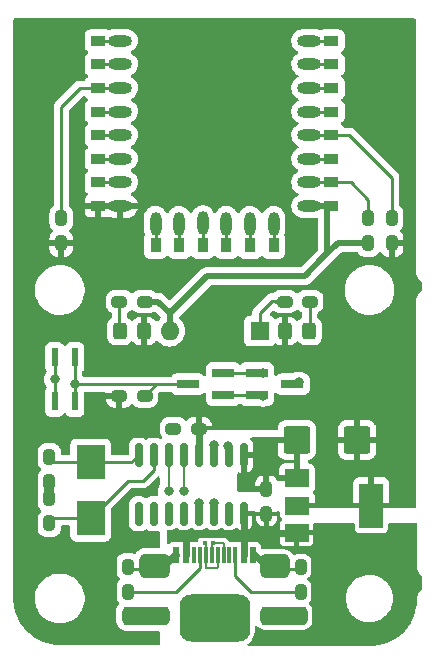
<source format=gbr>
%TF.GenerationSoftware,KiCad,Pcbnew,6.0.11+dfsg-1~bpo11+1*%
%TF.CreationDate,2023-07-14T01:26:02-04:00*%
%TF.ProjectId,ESP12,45535031-322e-46b6-9963-61645f706362,1.0.0*%
%TF.SameCoordinates,Original*%
%TF.FileFunction,Copper,L1,Top*%
%TF.FilePolarity,Positive*%
%FSLAX46Y46*%
G04 Gerber Fmt 4.6, Leading zero omitted, Abs format (unit mm)*
G04 Created by KiCad (PCBNEW 6.0.11+dfsg-1~bpo11+1) date 2023-07-14 01:26:02*
%MOMM*%
%LPD*%
G01*
G04 APERTURE LIST*
G04 Aperture macros list*
%AMRoundRect*
0 Rectangle with rounded corners*
0 $1 Rounding radius*
0 $2 $3 $4 $5 $6 $7 $8 $9 X,Y pos of 4 corners*
0 Add a 4 corners polygon primitive as box body*
4,1,4,$2,$3,$4,$5,$6,$7,$8,$9,$2,$3,0*
0 Add four circle primitives for the rounded corners*
1,1,$1+$1,$2,$3*
1,1,$1+$1,$4,$5*
1,1,$1+$1,$6,$7*
1,1,$1+$1,$8,$9*
0 Add four rect primitives between the rounded corners*
20,1,$1+$1,$2,$3,$4,$5,0*
20,1,$1+$1,$4,$5,$6,$7,0*
20,1,$1+$1,$6,$7,$8,$9,0*
20,1,$1+$1,$8,$9,$2,$3,0*%
G04 Aperture macros list end*
%TA.AperFunction,SMDPad,CuDef*%
%ADD10RoundRect,0.237500X-0.237500X0.400000X-0.237500X-0.400000X0.237500X-0.400000X0.237500X0.400000X0*%
%TD*%
%TA.AperFunction,SMDPad,CuDef*%
%ADD11RoundRect,0.250000X0.875000X0.925000X-0.875000X0.925000X-0.875000X-0.925000X0.875000X-0.925000X0*%
%TD*%
%TA.AperFunction,SMDPad,CuDef*%
%ADD12R,0.600000X1.450000*%
%TD*%
%TA.AperFunction,SMDPad,CuDef*%
%ADD13R,0.300000X1.450000*%
%TD*%
%TA.AperFunction,ComponentPad*%
%ADD14O,1.000000X2.100000*%
%TD*%
%TA.AperFunction,SMDPad,CuDef*%
%ADD15RoundRect,0.525000X-0.725000X-0.525000X0.725000X-0.525000X0.725000X0.525000X-0.725000X0.525000X0*%
%TD*%
%TA.AperFunction,SMDPad,CuDef*%
%ADD16RoundRect,0.400000X-1.600000X-0.400000X1.600000X-0.400000X1.600000X0.400000X-1.600000X0.400000X0*%
%TD*%
%TA.AperFunction,ComponentPad*%
%ADD17O,1.000000X1.600000*%
%TD*%
%TA.AperFunction,ComponentPad*%
%ADD18RoundRect,1.000000X2.000000X1.000000X-2.000000X1.000000X-2.000000X-1.000000X2.000000X-1.000000X0*%
%TD*%
%TA.AperFunction,SMDPad,CuDef*%
%ADD19RoundRect,0.237500X0.237500X-0.400000X0.237500X0.400000X-0.237500X0.400000X-0.237500X-0.400000X0*%
%TD*%
%TA.AperFunction,ComponentPad*%
%ADD20R,1.600000X1.600000*%
%TD*%
%TA.AperFunction,ComponentPad*%
%ADD21O,1.600000X1.600000*%
%TD*%
%TA.AperFunction,SMDPad,CuDef*%
%ADD22R,2.400000X3.000000*%
%TD*%
%TA.AperFunction,SMDPad,CuDef*%
%ADD23R,1.900000X0.800000*%
%TD*%
%TA.AperFunction,SMDPad,CuDef*%
%ADD24RoundRect,0.150000X-0.150000X0.825000X-0.150000X-0.825000X0.150000X-0.825000X0.150000X0.825000X0*%
%TD*%
%TA.AperFunction,SMDPad,CuDef*%
%ADD25RoundRect,0.237500X0.400000X0.237500X-0.400000X0.237500X-0.400000X-0.237500X0.400000X-0.237500X0*%
%TD*%
%TA.AperFunction,SMDPad,CuDef*%
%ADD26R,0.600000X1.600000*%
%TD*%
%TA.AperFunction,SMDPad,CuDef*%
%ADD27RoundRect,0.237500X-0.400000X-0.237500X0.400000X-0.237500X0.400000X0.237500X-0.400000X0.237500X0*%
%TD*%
%TA.AperFunction,SMDPad,CuDef*%
%ADD28RoundRect,0.250000X0.325000X0.450000X-0.325000X0.450000X-0.325000X-0.450000X0.325000X-0.450000X0*%
%TD*%
%TA.AperFunction,SMDPad,CuDef*%
%ADD29RoundRect,0.250000X-0.325000X-0.450000X0.325000X-0.450000X0.325000X0.450000X-0.325000X0.450000X0*%
%TD*%
%TA.AperFunction,SMDPad,CuDef*%
%ADD30R,2.000000X1.500000*%
%TD*%
%TA.AperFunction,SMDPad,CuDef*%
%ADD31R,2.000000X3.800000*%
%TD*%
%TA.AperFunction,ComponentPad*%
%ADD32O,2.000000X0.950000*%
%TD*%
%TA.AperFunction,ComponentPad*%
%ADD33R,1.300000X0.900000*%
%TD*%
%TA.AperFunction,ComponentPad*%
%ADD34R,0.900000X1.300000*%
%TD*%
%TA.AperFunction,ComponentPad*%
%ADD35O,0.950000X2.000000*%
%TD*%
%TA.AperFunction,ViaPad*%
%ADD36C,0.800000*%
%TD*%
%TA.AperFunction,ViaPad*%
%ADD37C,0.400000*%
%TD*%
%TA.AperFunction,Conductor*%
%ADD38C,0.600000*%
%TD*%
%TA.AperFunction,Conductor*%
%ADD39C,0.250000*%
%TD*%
%TA.AperFunction,Conductor*%
%ADD40C,0.500000*%
%TD*%
%TA.AperFunction,Conductor*%
%ADD41C,0.200000*%
%TD*%
G04 APERTURE END LIST*
D10*
%TO.P,C2,1*%
%TO.N,Net-(C2-Pad1)*%
X136000000Y-108154955D03*
%TO.P,C2,2*%
%TO.N,GND*%
X136000000Y-110279955D03*
%TD*%
D11*
%TO.P,C5,1*%
%TO.N,+3.3V*%
X162055545Y-106722019D03*
%TO.P,C5,2*%
%TO.N,GND*%
X156955545Y-106722019D03*
%TD*%
D12*
%TO.P,J1,A1,GND*%
%TO.N,GND*%
X146750000Y-116502455D03*
%TO.P,J1,A4,VBUS*%
%TO.N,Vcc*%
X147550000Y-116502455D03*
D13*
%TO.P,J1,A5,CC1*%
%TO.N,CC1*%
X148750000Y-116502455D03*
%TO.P,J1,A6,D+*%
%TO.N,UD+*%
X149750000Y-116502455D03*
%TO.P,J1,A7,D-*%
%TO.N,UD-*%
X150250000Y-116502455D03*
%TO.P,J1,A8,SBU1*%
%TO.N,unconnected-(J1-PadA8)*%
X151250000Y-116502455D03*
D12*
%TO.P,J1,A9,VBUS*%
%TO.N,Vcc*%
X152450000Y-116502455D03*
%TO.P,J1,A12,GND*%
%TO.N,GND*%
X153250000Y-116502455D03*
%TO.P,J1,B1,GND*%
X153250000Y-116502455D03*
%TO.P,J1,B4,VBUS*%
%TO.N,Vcc*%
X152450000Y-116502455D03*
D13*
%TO.P,J1,B5,CC2*%
%TO.N,CC2*%
X151750000Y-116502455D03*
%TO.P,J1,B6,D+*%
%TO.N,UD+*%
X150750000Y-116502455D03*
%TO.P,J1,B7,D-*%
%TO.N,UD-*%
X149250000Y-116502455D03*
%TO.P,J1,B8,SBU2*%
%TO.N,unconnected-(J1-PadB8)*%
X148250000Y-116502455D03*
D12*
%TO.P,J1,B9,VBUS*%
%TO.N,Vcc*%
X147550000Y-116502455D03*
%TO.P,J1,B12,GND*%
%TO.N,GND*%
X146750000Y-116502455D03*
D14*
%TO.P,J1,S1,SHIELD*%
X154320000Y-117417455D03*
D15*
X155096965Y-117429250D03*
D16*
X144153035Y-121597455D03*
D17*
X154320000Y-121597455D03*
X145680000Y-121597455D03*
D14*
X145680000Y-117417455D03*
D16*
X155846965Y-121597455D03*
D18*
X150000000Y-121817455D03*
D15*
X144903035Y-117429250D03*
%TD*%
D19*
%TO.P,R2,1*%
%TO.N,+3.3V*%
X137000000Y-90062500D03*
%TO.P,R2,2*%
%TO.N,EN*%
X137000000Y-87937500D03*
%TD*%
D20*
%TO.P,SW2,1*%
%TO.N,GND*%
X153810000Y-97500000D03*
D21*
%TO.P,SW2,2*%
%TO.N,mGND*%
X146190000Y-97500000D03*
%TD*%
D22*
%TO.P,Y1,1,1*%
%TO.N,Net-(C1-Pad1)*%
X139500000Y-113317455D03*
%TO.P,Y1,2,2*%
%TO.N,Net-(C2-Pad1)*%
X139500000Y-108617455D03*
%TD*%
D23*
%TO.P,Q1,1,B*%
%TO.N,DTR*%
X150721453Y-102950000D03*
%TO.P,Q1,2,E*%
%TO.N,RTS*%
X150721453Y-101050000D03*
%TO.P,Q1,3,C*%
%TO.N,RST*%
X147721453Y-102000000D03*
%TD*%
D19*
%TO.P,R3,1*%
%TO.N,CC1*%
X142680000Y-119569955D03*
%TO.P,R3,2*%
%TO.N,GND*%
X142680000Y-117444955D03*
%TD*%
%TO.P,R4,1*%
%TO.N,CC2*%
X157320000Y-119569955D03*
%TO.P,R4,2*%
%TO.N,GND*%
X157320000Y-117444955D03*
%TD*%
D10*
%TO.P,R7,1*%
%TO.N,io15*%
X163000000Y-87937500D03*
%TO.P,R7,2*%
%TO.N,mGND*%
X163000000Y-90062500D03*
%TD*%
D19*
%TO.P,C4,1*%
%TO.N,Vcc*%
X154387518Y-112993433D03*
%TO.P,C4,2*%
%TO.N,GND*%
X154387518Y-110868433D03*
%TD*%
D24*
%TO.P,U1,1,GND*%
%TO.N,GND*%
X152450000Y-108012455D03*
%TO.P,U1,2,TXD*%
%TO.N,RxD*%
X151180000Y-108012455D03*
%TO.P,U1,3,RXD*%
%TO.N,TxD*%
X149910000Y-108012455D03*
%TO.P,U1,4,V3*%
%TO.N,+3.3V*%
X148640000Y-108012455D03*
%TO.P,U1,5,UD+*%
%TO.N,UD+*%
X147370000Y-108012455D03*
%TO.P,U1,6,UD-*%
%TO.N,UD-*%
X146100000Y-108012455D03*
%TO.P,U1,7,XI*%
%TO.N,Net-(C1-Pad1)*%
X144830000Y-108012455D03*
%TO.P,U1,8,XO*%
%TO.N,Net-(C2-Pad1)*%
X143560000Y-108012455D03*
%TO.P,U1,9,~{CTS}*%
%TO.N,CTS*%
X143560000Y-112962455D03*
%TO.P,U1,10,~{DSR}*%
%TO.N,DSR*%
X144830000Y-112962455D03*
%TO.P,U1,11,~{RI}*%
%TO.N,RI*%
X146100000Y-112962455D03*
%TO.P,U1,12,~{DCD}*%
%TO.N,DCD*%
X147370000Y-112962455D03*
%TO.P,U1,13,~{DTR}*%
%TO.N,DTR*%
X148640000Y-112962455D03*
%TO.P,U1,14,~{RTS}*%
%TO.N,RTS*%
X149910000Y-112962455D03*
%TO.P,U1,15,R232*%
%TO.N,unconnected-(U1-Pad15)*%
X151180000Y-112962455D03*
%TO.P,U1,16,VCC*%
%TO.N,Vcc*%
X152450000Y-112962455D03*
%TD*%
D25*
%TO.P,R5,1*%
%TO.N,Net-(D1-Pad1)*%
X158062500Y-95000000D03*
%TO.P,R5,2*%
%TO.N,GND*%
X155937500Y-95000000D03*
%TD*%
D26*
%TO.P,SW1,1,1*%
%TO.N,RST*%
X138150000Y-99740491D03*
X138150000Y-103440491D03*
%TO.P,SW1,2,2*%
%TO.N,GND*%
X136450000Y-99740491D03*
X136450000Y-103440491D03*
%TD*%
D23*
%TO.P,Q2,1,B*%
%TO.N,RTS*%
X153580000Y-101050000D03*
%TO.P,Q2,2,E*%
%TO.N,DTR*%
X153580000Y-102950000D03*
%TO.P,Q2,3,C*%
%TO.N,io0*%
X156580000Y-102000000D03*
%TD*%
D27*
%TO.P,R6,1*%
%TO.N,Net-(D2-Pad1)*%
X141937500Y-95000000D03*
%TO.P,R6,2*%
%TO.N,mGND*%
X144062500Y-95000000D03*
%TD*%
D28*
%TO.P,D1,1,K*%
%TO.N,Net-(D1-Pad1)*%
X158025000Y-97500000D03*
%TO.P,D1,2,A*%
%TO.N,+3.3V*%
X155975000Y-97500000D03*
%TD*%
D19*
%TO.P,C1,1*%
%TO.N,Net-(C1-Pad1)*%
X136000000Y-113779955D03*
%TO.P,C1,2*%
%TO.N,GND*%
X136000000Y-111654955D03*
%TD*%
D29*
%TO.P,D2,1,K*%
%TO.N,Net-(D2-Pad1)*%
X141975000Y-97500000D03*
%TO.P,D2,2,A*%
%TO.N,+3.3V*%
X144025000Y-97500000D03*
%TD*%
D30*
%TO.P,U2,1,GND*%
%TO.N,GND*%
X156955545Y-109973364D03*
%TO.P,U2,2,VO*%
%TO.N,+3.3V*%
X156955545Y-112273364D03*
D31*
X163255545Y-112273364D03*
D30*
%TO.P,U2,3,VI*%
%TO.N,Vcc*%
X156955545Y-114573364D03*
%TD*%
D32*
%TO.P,Um1,1,~{RST}_(EXT_RSTB)*%
%TO.N,RST*%
X142000000Y-72923046D03*
D33*
X140150000Y-72923046D03*
D32*
%TO.P,Um1,2,ADC_(TOUT)*%
%TO.N,unconnected-(Um1-Pad2)*%
X142000000Y-74923046D03*
D33*
X140150000Y-74923046D03*
%TO.P,Um1,3,EN_(CHIP_PU)*%
%TO.N,EN*%
X140150000Y-76923046D03*
D32*
X142000000Y-76923046D03*
D33*
%TO.P,Um1,4,(XPD_DCDC)_GPIO16*%
%TO.N,unconnected-(Um1-Pad4)*%
X140150000Y-78923046D03*
D32*
X142000000Y-78923046D03*
D33*
%TO.P,Um1,5,(MTMS)_GPIO14*%
%TO.N,unconnected-(Um1-Pad5)*%
X140150000Y-80923046D03*
D32*
X142000000Y-80923046D03*
%TO.P,Um1,6,(MTDI)_GPIO12*%
%TO.N,unconnected-(Um1-Pad6)*%
X142000000Y-82923046D03*
D33*
X140150000Y-82923046D03*
%TO.P,Um1,7,(MTCK)_GPIO13*%
%TO.N,unconnected-(Um1-Pad7)*%
X140150000Y-84923046D03*
D32*
X142000000Y-84923046D03*
%TO.P,Um1,8,Vcc*%
%TO.N,+3.3V*%
X142000000Y-86923046D03*
D33*
X140150000Y-86923046D03*
D32*
%TO.P,Um1,9,GND*%
%TO.N,mGND*%
X158000000Y-86923046D03*
D33*
X159850000Y-86923046D03*
%TO.P,Um1,10,(MTDO)_GPIO15*%
%TO.N,io15*%
X159850000Y-84923046D03*
D32*
X158000000Y-84923046D03*
D33*
%TO.P,Um1,11,GPIO2*%
%TO.N,unconnected-(Um1-Pad11)*%
X159850000Y-82923046D03*
D32*
X158000000Y-82923046D03*
D33*
%TO.P,Um1,12,GPIO0*%
%TO.N,io0*%
X159850000Y-80923046D03*
D32*
X158000000Y-80923046D03*
%TO.P,Um1,13,GPIO4*%
%TO.N,unconnected-(Um1-Pad13)*%
X158000000Y-78923046D03*
D33*
X159850000Y-78923046D03*
%TO.P,Um1,14,GPIO5*%
%TO.N,unconnected-(Um1-Pad14)*%
X159850000Y-76923046D03*
D32*
X158000000Y-76923046D03*
%TO.P,Um1,15,(U0RXD)_GPIO3*%
%TO.N,RxD*%
X158000000Y-74923046D03*
D33*
X159850000Y-74923046D03*
%TO.P,Um1,16,(U0TXD)_GPIO1*%
%TO.N,TxD*%
X159850000Y-72923046D03*
D32*
X158000000Y-72923046D03*
D34*
%TO.P,Um1,17,?_(SDIO_CMD)_GPIO11*%
%TO.N,unconnected-(Um1-Pad17)*%
X145000000Y-90258046D03*
D35*
X145000000Y-88408046D03*
%TO.P,Um1,18,?_(SDIO_DATA_0)_GPIO7*%
%TO.N,unconnected-(Um1-Pad18)*%
X147000000Y-88408046D03*
D34*
X147000000Y-90258046D03*
%TO.P,Um1,19,(SDIO_DATA_2)_GPIO9*%
%TO.N,unconnected-(Um1-Pad19)*%
X149000000Y-90258046D03*
D35*
X149000000Y-88358046D03*
%TO.P,Um1,20,(SDIO_DATA_3)_GPIO10*%
%TO.N,unconnected-(Um1-Pad20)*%
X151000000Y-88408046D03*
D34*
X151000000Y-90258046D03*
D35*
%TO.P,Um1,21,?_(SDIO_DATA_1)_GPIO8*%
%TO.N,unconnected-(Um1-Pad21)*%
X153000000Y-88408046D03*
D34*
X153000000Y-90258046D03*
%TO.P,Um1,22,?_(SDIO_CLK)_GPIO6*%
%TO.N,unconnected-(Um1-Pad22)*%
X155000000Y-90258046D03*
D35*
X155000000Y-88408046D03*
%TD*%
D25*
%TO.P,C3,1*%
%TO.N,+3.3V*%
X148636090Y-105773720D03*
%TO.P,C3,2*%
%TO.N,GND*%
X146511090Y-105773720D03*
%TD*%
D19*
%TO.P,R8,1*%
%TO.N,+3.3V*%
X165000000Y-90062500D03*
%TO.P,R8,2*%
%TO.N,io0*%
X165000000Y-87937500D03*
%TD*%
D27*
%TO.P,R1,1*%
%TO.N,+3.3V*%
X141937500Y-103000000D03*
%TO.P,R1,2*%
%TO.N,RST*%
X144062500Y-103000000D03*
%TD*%
D36*
%TO.N,GND*%
X146557590Y-105773720D03*
X142680000Y-117637455D03*
X136000000Y-110967455D03*
X156300000Y-106015601D03*
X156300000Y-107402273D03*
X157320000Y-117637455D03*
X136450000Y-101590491D03*
%TO.N,RxD*%
X151163498Y-107247455D03*
%TO.N,TxD*%
X149910000Y-107147455D03*
%TO.N,RST*%
X138150000Y-102000000D03*
%TO.N,io0*%
X157119480Y-101846154D03*
%TO.N,DTR*%
X148640000Y-112047455D03*
X154100000Y-102997589D03*
%TO.N,RTS*%
X154100000Y-101050536D03*
X149910000Y-112047455D03*
D37*
%TO.N,UD+*%
X149850000Y-115441595D03*
D36*
X147370000Y-111047455D03*
D37*
%TO.N,UD-*%
X149150000Y-115441595D03*
D36*
X146100000Y-111047455D03*
%TD*%
D38*
%TO.N,GND*%
X146595000Y-116502455D02*
X145680000Y-117417455D01*
X146750000Y-116502455D02*
X146595000Y-116502455D01*
X153250000Y-116502455D02*
X153405000Y-116502455D01*
D39*
X142680000Y-117637455D02*
X144694830Y-117637455D01*
D38*
X153405000Y-116502455D02*
X154320000Y-117417455D01*
D39*
X155080000Y-94920000D02*
X154890000Y-94920000D01*
X153810000Y-96000000D02*
X153810000Y-97500000D01*
X155937500Y-95000000D02*
X155160000Y-95000000D01*
X136450000Y-99740491D02*
X136450000Y-103440491D01*
X157320000Y-117637455D02*
X155305170Y-117637455D01*
X155160000Y-95000000D02*
X155080000Y-94920000D01*
X144694830Y-117637455D02*
X144903035Y-117429250D01*
X155305170Y-117637455D02*
X155096965Y-117429250D01*
X154890000Y-94920000D02*
X153810000Y-96000000D01*
%TO.N,Net-(C1-Pad1)*%
X136462500Y-113317455D02*
X139500000Y-113317455D01*
X139500000Y-113317455D02*
X142657455Y-110160000D01*
X142657455Y-110160000D02*
X143900523Y-110160000D01*
X144830000Y-109230523D02*
X143900523Y-110160000D01*
X136000000Y-113779955D02*
X136462500Y-113317455D01*
X144830000Y-108012455D02*
X144830000Y-109230523D01*
%TO.N,Net-(C2-Pad1)*%
X136462500Y-108617455D02*
X139500000Y-108617455D01*
X142955000Y-108617455D02*
X143560000Y-108012455D01*
X139500000Y-108617455D02*
X142955000Y-108617455D01*
X136000000Y-108154955D02*
X136462500Y-108617455D01*
%TO.N,RxD*%
X159550000Y-74923046D02*
X158000000Y-74923046D01*
%TO.N,TxD*%
X158000000Y-72923046D02*
X159550000Y-72923046D01*
%TO.N,RST*%
X145062500Y-102000000D02*
X144062500Y-103000000D01*
X138150000Y-101690000D02*
X138150000Y-103440491D01*
X138150000Y-99740491D02*
X138150000Y-101690000D01*
X147721453Y-102000000D02*
X145062500Y-102000000D01*
X142000000Y-72923046D02*
X140450000Y-72923046D01*
X147721453Y-102000000D02*
X138150000Y-102000000D01*
%TO.N,io0*%
X165000000Y-84520000D02*
X165000000Y-87937500D01*
X159550000Y-80923046D02*
X161403046Y-80923046D01*
X158000000Y-80923046D02*
X159550000Y-80923046D01*
X161403046Y-80923046D02*
X165000000Y-84520000D01*
%TO.N,DTR*%
X150721453Y-102940491D02*
X153576319Y-102940491D01*
%TO.N,RTS*%
X150721453Y-101040491D02*
X153576319Y-101040491D01*
D38*
%TO.N,Vcc*%
X152450000Y-114987602D02*
X152228502Y-114766104D01*
D40*
X148311351Y-114766104D02*
X151844585Y-114766104D01*
D38*
X147550000Y-114978677D02*
X147762573Y-114766104D01*
X152450000Y-115477455D02*
X152450000Y-114987602D01*
X152228502Y-114766104D02*
X151844585Y-114766104D01*
X152450000Y-114987602D02*
X152450000Y-113179455D01*
X152450000Y-116502455D02*
X152450000Y-115477455D01*
X152228502Y-114766104D02*
X152421242Y-114573364D01*
X154085909Y-114573364D02*
X156955545Y-114573364D01*
X147550000Y-116502455D02*
X147550000Y-114978677D01*
X152421242Y-114573364D02*
X154085909Y-114573364D01*
X147762573Y-114766104D02*
X148311351Y-114766104D01*
D41*
%TO.N,UD+*%
X149750000Y-115527455D02*
X149800000Y-115477455D01*
X147370000Y-108012455D02*
X147370000Y-111047455D01*
X149750000Y-116502455D02*
X149750000Y-115527455D01*
X150700000Y-115477455D02*
X150750000Y-115527455D01*
X149800000Y-115477455D02*
X150700000Y-115477455D01*
X150750000Y-115527455D02*
X150750000Y-116502455D01*
%TO.N,UD-*%
X149300000Y-117527455D02*
X150200000Y-117527455D01*
X150250000Y-117477455D02*
X150250000Y-116502455D01*
X149250000Y-115591595D02*
X149150000Y-115491595D01*
X149250000Y-117477455D02*
X149300000Y-117527455D01*
X149250000Y-116502455D02*
X149250000Y-115591595D01*
X149250000Y-116502455D02*
X149250000Y-117477455D01*
X150200000Y-117527455D02*
X150250000Y-117477455D01*
X146100000Y-108012455D02*
X146100000Y-111047455D01*
D39*
%TO.N,+3.3V*%
X148857000Y-105777630D02*
X148853090Y-105773720D01*
X140450000Y-86923046D02*
X142000000Y-86923046D01*
D38*
X148640000Y-108012455D02*
X148640000Y-105777630D01*
D39*
%TO.N,EN*%
X138605263Y-76923046D02*
X137000000Y-78528309D01*
X140450000Y-76923046D02*
X138605263Y-76923046D01*
X142000000Y-76923046D02*
X140450000Y-76923046D01*
X137000000Y-78528309D02*
X137000000Y-87937500D01*
%TO.N,CC1*%
X146707500Y-119569955D02*
X142680000Y-119569955D01*
X148725000Y-116527455D02*
X148725000Y-117552455D01*
X148725000Y-117552455D02*
X146707500Y-119569955D01*
X148750000Y-116502455D02*
X148725000Y-116527455D01*
%TO.N,CC2*%
X153052132Y-119569955D02*
X151750000Y-118267823D01*
X151750000Y-118267823D02*
X151750000Y-116502455D01*
X157320000Y-119569955D02*
X153052132Y-119569955D01*
%TO.N,Net-(D1-Pad1)*%
X158062500Y-95000000D02*
X158062500Y-97462500D01*
X158062500Y-97462500D02*
X158025000Y-97500000D01*
%TO.N,Net-(D2-Pad1)*%
X141937500Y-97462500D02*
X141975000Y-97500000D01*
X141937500Y-95000000D02*
X141937500Y-97462500D01*
%TO.N,unconnected-(Um1-Pad2)*%
X140450000Y-74923046D02*
X142000000Y-74923046D01*
%TO.N,unconnected-(Um1-Pad4)*%
X140450000Y-78923046D02*
X142000000Y-78923046D01*
%TO.N,unconnected-(Um1-Pad5)*%
X142000000Y-80923046D02*
X140450000Y-80923046D01*
%TO.N,unconnected-(Um1-Pad6)*%
X140450000Y-82923046D02*
X142000000Y-82923046D01*
%TO.N,unconnected-(Um1-Pad7)*%
X142000000Y-84923046D02*
X140450000Y-84923046D01*
%TO.N,unconnected-(Um1-Pad11)*%
X159550000Y-82923046D02*
X158000000Y-82923046D01*
%TO.N,unconnected-(Um1-Pad13)*%
X159550000Y-78923046D02*
X158000000Y-78923046D01*
%TO.N,unconnected-(Um1-Pad14)*%
X158000000Y-76923046D02*
X159550000Y-76923046D01*
%TO.N,unconnected-(Um1-Pad17)*%
X145000000Y-89958046D02*
X145000000Y-88408046D01*
%TO.N,unconnected-(Um1-Pad18)*%
X147000000Y-89958046D02*
X147000000Y-88408046D01*
%TO.N,unconnected-(Um1-Pad19)*%
X149000000Y-89958046D02*
X149000000Y-88358046D01*
%TO.N,unconnected-(Um1-Pad20)*%
X151000000Y-89958046D02*
X151000000Y-88408046D01*
%TO.N,unconnected-(Um1-Pad21)*%
X153000000Y-89958046D02*
X153000000Y-88408046D01*
%TO.N,unconnected-(Um1-Pad22)*%
X155000000Y-88408046D02*
X155000000Y-89958046D01*
%TO.N,io15*%
X159550000Y-84923046D02*
X161518991Y-84923046D01*
X161518991Y-84923046D02*
X163000000Y-86404055D01*
X159550000Y-84923046D02*
X158000000Y-84923046D01*
X163000000Y-86404055D02*
X163000000Y-87937500D01*
D40*
%TO.N,mGND*%
X163000000Y-90062500D02*
X160415016Y-90062500D01*
X144062500Y-95000000D02*
X145190000Y-95000000D01*
X160415016Y-90062500D02*
X159128758Y-91348758D01*
X146190000Y-96000000D02*
X146190000Y-97500000D01*
X158000000Y-86923046D02*
X159550000Y-86923046D01*
X157610615Y-92866901D02*
X149323099Y-92866901D01*
X159550000Y-86923046D02*
X159550000Y-90927516D01*
X145190000Y-95000000D02*
X146190000Y-96000000D01*
X159550000Y-90927516D02*
X159128758Y-91348758D01*
X159128758Y-91348758D02*
X157610615Y-92866901D01*
X149323099Y-92866901D02*
X146190000Y-96000000D01*
%TD*%
%TA.AperFunction,Conductor*%
%TO.N,Vcc*%
G36*
X153502950Y-112780086D02*
G01*
X153517341Y-112790859D01*
X153518383Y-112791762D01*
X153526066Y-112793433D01*
X155244402Y-112793433D01*
X155278194Y-112783511D01*
X155306703Y-112765188D01*
X155342203Y-112760084D01*
X155429046Y-112760084D01*
X155497167Y-112780086D01*
X155543660Y-112833742D01*
X155555046Y-112886084D01*
X155555046Y-113054882D01*
X155569899Y-113148668D01*
X155627495Y-113261706D01*
X155700411Y-113334622D01*
X155734437Y-113396934D01*
X155729372Y-113467749D01*
X155700411Y-113512812D01*
X155634915Y-113578308D01*
X155623404Y-113594151D01*
X155574881Y-113689382D01*
X155568829Y-113708009D01*
X155556320Y-113786991D01*
X155555545Y-113796837D01*
X155555545Y-114355249D01*
X155560020Y-114370488D01*
X155561410Y-114371693D01*
X155569093Y-114373364D01*
X158337429Y-114373364D01*
X158352668Y-114368889D01*
X158353873Y-114367499D01*
X158355544Y-114359816D01*
X158355544Y-113858232D01*
X158375546Y-113790111D01*
X158429202Y-113743618D01*
X158481993Y-113732233D01*
X161729495Y-113743797D01*
X161797544Y-113764041D01*
X161843845Y-113817862D01*
X161855046Y-113869796D01*
X161855046Y-114204882D01*
X161869899Y-114298668D01*
X161874400Y-114307501D01*
X161874402Y-114307506D01*
X161880349Y-114319178D01*
X161927495Y-114411706D01*
X162017203Y-114501414D01*
X162130241Y-114559010D01*
X162140030Y-114560560D01*
X162140032Y-114560561D01*
X162167394Y-114564894D01*
X162224026Y-114573864D01*
X163255336Y-114573864D01*
X164287063Y-114573863D01*
X164291957Y-114573088D01*
X164371051Y-114560562D01*
X164371053Y-114560561D01*
X164380849Y-114559010D01*
X164493887Y-114501414D01*
X164583595Y-114411706D01*
X164641191Y-114298668D01*
X164644983Y-114274730D01*
X164655270Y-114209776D01*
X164656045Y-114204883D01*
X164656045Y-113880667D01*
X164676047Y-113812546D01*
X164729703Y-113766053D01*
X164782494Y-113754668D01*
X167026949Y-113762660D01*
X167094998Y-113782904D01*
X167141299Y-113836725D01*
X167152500Y-113888659D01*
X167152500Y-117421564D01*
X167150949Y-117441274D01*
X167147508Y-117463000D01*
X167148714Y-117470614D01*
X167149059Y-117474117D01*
X167149059Y-117474166D01*
X167149079Y-117474322D01*
X167166065Y-117646782D01*
X167167860Y-117652700D01*
X167167861Y-117652704D01*
X167217875Y-117817579D01*
X167219672Y-117823502D01*
X167306726Y-117986367D01*
X167310657Y-117991157D01*
X167394021Y-118092736D01*
X167423880Y-118129120D01*
X167428665Y-118133047D01*
X167542079Y-118226123D01*
X167582048Y-118284800D01*
X167588145Y-118322944D01*
X167592513Y-119274771D01*
X167572825Y-119342980D01*
X167546453Y-119372741D01*
X167423880Y-119473334D01*
X167419953Y-119478119D01*
X167310657Y-119611297D01*
X167306726Y-119616087D01*
X167219672Y-119778952D01*
X167217876Y-119784872D01*
X167217875Y-119784875D01*
X167187892Y-119883718D01*
X167166065Y-119955672D01*
X167165458Y-119961835D01*
X167149079Y-120128132D01*
X167148327Y-120133996D01*
X167148282Y-120134566D01*
X167147508Y-120139454D01*
X167147508Y-120139458D01*
X167148283Y-120144350D01*
X167148283Y-120144353D01*
X167149361Y-120151158D01*
X167150779Y-120176688D01*
X167137998Y-120453202D01*
X167135520Y-120506823D01*
X167134446Y-120518409D01*
X167105651Y-120724850D01*
X167084445Y-120876876D01*
X167082307Y-120888313D01*
X166999458Y-121240581D01*
X166999449Y-121240618D01*
X166996264Y-121251812D01*
X166881242Y-121594998D01*
X166877045Y-121605833D01*
X166730846Y-121936952D01*
X166725671Y-121947342D01*
X166590951Y-122189215D01*
X166549550Y-122263546D01*
X166543425Y-122273438D01*
X166338882Y-122572039D01*
X166331880Y-122581311D01*
X166185757Y-122757282D01*
X166100661Y-122859760D01*
X166092821Y-122868361D01*
X165836897Y-123124288D01*
X165828296Y-123132129D01*
X165549852Y-123363348D01*
X165540564Y-123370362D01*
X165241971Y-123574904D01*
X165232077Y-123581030D01*
X164915879Y-123757153D01*
X164905480Y-123762331D01*
X164574369Y-123908532D01*
X164563537Y-123912728D01*
X164220360Y-124027751D01*
X164209170Y-124030935D01*
X163950185Y-124091848D01*
X163856856Y-124113799D01*
X163845416Y-124115938D01*
X163486953Y-124165942D01*
X163475364Y-124167016D01*
X163145460Y-124182268D01*
X163119934Y-124180851D01*
X163117800Y-124180513D01*
X163117792Y-124180513D01*
X163108000Y-124178962D01*
X163098207Y-124180513D01*
X163086274Y-124182403D01*
X163066564Y-124183954D01*
X152896950Y-124183954D01*
X152828829Y-124163952D01*
X152782336Y-124110296D01*
X152772232Y-124040022D01*
X152801726Y-123975442D01*
X152815706Y-123961645D01*
X152989812Y-123814774D01*
X152993884Y-123811339D01*
X153147134Y-123629671D01*
X153267583Y-123424779D01*
X153351789Y-123202522D01*
X153366263Y-123128408D01*
X153396506Y-122973541D01*
X153397343Y-122969255D01*
X153397672Y-122963185D01*
X153400409Y-122912649D01*
X153400409Y-122912634D01*
X153400500Y-122910961D01*
X153400500Y-122580077D01*
X153420502Y-122511956D01*
X153474158Y-122465463D01*
X153544432Y-122455359D01*
X153609012Y-122484853D01*
X153624971Y-122501468D01*
X153677345Y-122567075D01*
X153817699Y-122679119D01*
X153979388Y-122757282D01*
X153986249Y-122758866D01*
X154149177Y-122796481D01*
X154149180Y-122796481D01*
X154154376Y-122797681D01*
X154159128Y-122797955D01*
X154414646Y-122797955D01*
X157534801Y-122797954D01*
X157539554Y-122797681D01*
X157714542Y-122757282D01*
X157876231Y-122679119D01*
X158016585Y-122567075D01*
X158128629Y-122426721D01*
X158206792Y-122265032D01*
X158239108Y-122125056D01*
X158245991Y-122095243D01*
X158245991Y-122095240D01*
X158247191Y-122090044D01*
X158247465Y-122085292D01*
X158247464Y-121109619D01*
X158247191Y-121104866D01*
X158206792Y-120929878D01*
X158128629Y-120768189D01*
X158016585Y-120627835D01*
X158011080Y-120623440D01*
X158007325Y-120620442D01*
X157966569Y-120562309D01*
X157963712Y-120491370D01*
X157996844Y-120432880D01*
X158065626Y-120364098D01*
X158069657Y-120357282D01*
X158069660Y-120357278D01*
X158143646Y-120232172D01*
X158147681Y-120225349D01*
X158163483Y-120170958D01*
X158181789Y-120107952D01*
X161102637Y-120107952D01*
X161102881Y-120112387D01*
X161102881Y-120112391D01*
X161117488Y-120377796D01*
X161118205Y-120390825D01*
X161135561Y-120478081D01*
X161163879Y-120620442D01*
X161173474Y-120668681D01*
X161174950Y-120672884D01*
X161246587Y-120876876D01*
X161267342Y-120935979D01*
X161269395Y-120939932D01*
X161269398Y-120939938D01*
X161343360Y-121082320D01*
X161397936Y-121187383D01*
X161400519Y-121190998D01*
X161400523Y-121191004D01*
X161480142Y-121302418D01*
X161562651Y-121417879D01*
X161565729Y-121421106D01*
X161565731Y-121421108D01*
X161741966Y-121605850D01*
X161758199Y-121622867D01*
X161980680Y-121798256D01*
X162090927Y-121862292D01*
X162221807Y-121938314D01*
X162221813Y-121938317D01*
X162225654Y-121940548D01*
X162488232Y-122046903D01*
X162492545Y-122047974D01*
X162492550Y-122047976D01*
X162758856Y-122114127D01*
X162758861Y-122114128D01*
X162763177Y-122115200D01*
X162767605Y-122115654D01*
X162767607Y-122115654D01*
X162843307Y-122123410D01*
X163004790Y-122139955D01*
X163180170Y-122139955D01*
X163390593Y-122125056D01*
X163394948Y-122124118D01*
X163394951Y-122124118D01*
X163663200Y-122066366D01*
X163663202Y-122066366D01*
X163667547Y-122065430D01*
X163933337Y-121967375D01*
X163970456Y-121947347D01*
X164178744Y-121834961D01*
X164182660Y-121832848D01*
X164410540Y-121664533D01*
X164475575Y-121600512D01*
X164609249Y-121468920D01*
X164612430Y-121465789D01*
X164615131Y-121462249D01*
X164615137Y-121462243D01*
X164781602Y-121244122D01*
X164781605Y-121244118D01*
X164784304Y-121240581D01*
X164857646Y-121109619D01*
X164920552Y-120997292D01*
X164920555Y-120997287D01*
X164922730Y-120993402D01*
X164944652Y-120936739D01*
X165023341Y-120733340D01*
X165023343Y-120733334D01*
X165024948Y-120729185D01*
X165088918Y-120453202D01*
X165113363Y-120170958D01*
X165112395Y-120153362D01*
X165098040Y-119892528D01*
X165098039Y-119892521D01*
X165097795Y-119888085D01*
X165044778Y-119621550D01*
X165043396Y-119614601D01*
X165043395Y-119614596D01*
X165042526Y-119610229D01*
X165021279Y-119549725D01*
X164950136Y-119347139D01*
X164950135Y-119347136D01*
X164948658Y-119342931D01*
X164946605Y-119338978D01*
X164946602Y-119338972D01*
X164872640Y-119196590D01*
X164818064Y-119091527D01*
X164815481Y-119087912D01*
X164815477Y-119087906D01*
X164681315Y-118900166D01*
X164653349Y-118861031D01*
X164637800Y-118844731D01*
X164460876Y-118659266D01*
X164460873Y-118659263D01*
X164457801Y-118656043D01*
X164235320Y-118480654D01*
X164125073Y-118416618D01*
X163994193Y-118340596D01*
X163994187Y-118340593D01*
X163990346Y-118338362D01*
X163976157Y-118332615D01*
X163731894Y-118233678D01*
X163731891Y-118233677D01*
X163727768Y-118232007D01*
X163723455Y-118230936D01*
X163723450Y-118230934D01*
X163457144Y-118164783D01*
X163457139Y-118164782D01*
X163452823Y-118163710D01*
X163448395Y-118163256D01*
X163448393Y-118163256D01*
X163353552Y-118153539D01*
X163211210Y-118138955D01*
X163035830Y-118138955D01*
X162825407Y-118153854D01*
X162821052Y-118154792D01*
X162821049Y-118154792D01*
X162552800Y-118212544D01*
X162552798Y-118212544D01*
X162548453Y-118213480D01*
X162282663Y-118311535D01*
X162278745Y-118313649D01*
X162043480Y-118440591D01*
X162033340Y-118446062D01*
X161805460Y-118614377D01*
X161802281Y-118617506D01*
X161802278Y-118617509D01*
X161745955Y-118672955D01*
X161603570Y-118813121D01*
X161600869Y-118816661D01*
X161600863Y-118816667D01*
X161436095Y-119032565D01*
X161431696Y-119038329D01*
X161429521Y-119042213D01*
X161299283Y-119274771D01*
X161293270Y-119285508D01*
X161291662Y-119289666D01*
X161291659Y-119289671D01*
X161223572Y-119465666D01*
X161191052Y-119549725D01*
X161127082Y-119825708D01*
X161102637Y-120107952D01*
X158181789Y-120107952D01*
X158190860Y-120076729D01*
X158190861Y-120076726D01*
X158192654Y-120070553D01*
X158195500Y-120034390D01*
X158195499Y-119105521D01*
X158192654Y-119069357D01*
X158184768Y-119042213D01*
X158149893Y-118922174D01*
X158149892Y-118922173D01*
X158147681Y-118914561D01*
X158125674Y-118877349D01*
X158069660Y-118782632D01*
X158069657Y-118782628D01*
X158065626Y-118775812D01*
X157951643Y-118661829D01*
X157944822Y-118657795D01*
X157873996Y-118615909D01*
X157825543Y-118564016D01*
X157812838Y-118494165D01*
X157839913Y-118428534D01*
X157873996Y-118399001D01*
X157944822Y-118357115D01*
X157944823Y-118357115D01*
X157951643Y-118353081D01*
X158065626Y-118239098D01*
X158069657Y-118232282D01*
X158069660Y-118232278D01*
X158143646Y-118107172D01*
X158147681Y-118100349D01*
X158167559Y-118031931D01*
X158190860Y-117951729D01*
X158190861Y-117951726D01*
X158192654Y-117945553D01*
X158194683Y-117919767D01*
X158195307Y-117911847D01*
X158195307Y-117911838D01*
X158195500Y-117909390D01*
X158195499Y-116980521D01*
X158192654Y-116944357D01*
X158147681Y-116789561D01*
X158129414Y-116758672D01*
X158069660Y-116657632D01*
X158069657Y-116657628D01*
X158065626Y-116650812D01*
X157951643Y-116536829D01*
X157944827Y-116532798D01*
X157944823Y-116532795D01*
X157819717Y-116458809D01*
X157812894Y-116454774D01*
X157805282Y-116452563D01*
X157805281Y-116452562D01*
X157664274Y-116411595D01*
X157664271Y-116411594D01*
X157658098Y-116409801D01*
X157636420Y-116408095D01*
X157624392Y-116407148D01*
X157624383Y-116407148D01*
X157621935Y-116406955D01*
X157320245Y-116406955D01*
X157018066Y-116406956D01*
X156998858Y-116408467D01*
X156988320Y-116409296D01*
X156988319Y-116409296D01*
X156981902Y-116409801D01*
X156975721Y-116411597D01*
X156975720Y-116411597D01*
X156834719Y-116452562D01*
X156834718Y-116452563D01*
X156827106Y-116454774D01*
X156820281Y-116458810D01*
X156820277Y-116458812D01*
X156792407Y-116475294D01*
X156723591Y-116492754D01*
X156656260Y-116470237D01*
X156616002Y-116424045D01*
X156605429Y-116403295D01*
X156605427Y-116403292D01*
X156602430Y-116397410D01*
X156598277Y-116392281D01*
X156598274Y-116392277D01*
X156484152Y-116251349D01*
X156479997Y-116246218D01*
X156473446Y-116240913D01*
X156333938Y-116127941D01*
X156333934Y-116127938D01*
X156328805Y-116123785D01*
X156322927Y-116120790D01*
X156322924Y-116120788D01*
X156161338Y-116038456D01*
X156161334Y-116038455D01*
X156155461Y-116035462D01*
X156149096Y-116033756D01*
X156149092Y-116033755D01*
X156046669Y-116006311D01*
X155967543Y-115985109D01*
X155961793Y-115984656D01*
X155961790Y-115984656D01*
X155889200Y-115978943D01*
X155889191Y-115978943D01*
X155886743Y-115978750D01*
X154483382Y-115978750D01*
X154457186Y-115975997D01*
X154455981Y-115975741D01*
X154414646Y-115966955D01*
X154225354Y-115966955D01*
X154218901Y-115968327D01*
X154218897Y-115968327D01*
X154182814Y-115975997D01*
X154102694Y-115993027D01*
X154031905Y-115987625D01*
X153975273Y-115944808D01*
X153950779Y-115878171D01*
X153950499Y-115869780D01*
X153950499Y-115745937D01*
X153946659Y-115721692D01*
X153937198Y-115661949D01*
X153937197Y-115661947D01*
X153935646Y-115652151D01*
X153878050Y-115539113D01*
X153788342Y-115449405D01*
X153675304Y-115391809D01*
X153665515Y-115390259D01*
X153665513Y-115390258D01*
X153630293Y-115384680D01*
X153581519Y-115376955D01*
X153250067Y-115376955D01*
X152918482Y-115376956D01*
X152868113Y-115384933D01*
X152828694Y-115384933D01*
X152786371Y-115378230D01*
X152776527Y-115377455D01*
X152668115Y-115377455D01*
X152652876Y-115381930D01*
X152651671Y-115383320D01*
X152650000Y-115391003D01*
X152650000Y-115462205D01*
X152629998Y-115530326D01*
X152628400Y-115532663D01*
X152621950Y-115539113D01*
X152617448Y-115547949D01*
X152617447Y-115547950D01*
X152607017Y-115568420D01*
X152564354Y-115652151D01*
X152562804Y-115661940D01*
X152562803Y-115661942D01*
X152555944Y-115705248D01*
X152549500Y-115745936D01*
X152547267Y-115745582D01*
X152525283Y-115803165D01*
X152468121Y-115845272D01*
X152397268Y-115849792D01*
X152335220Y-115815288D01*
X152301676Y-115752715D01*
X152300701Y-115745905D01*
X152300499Y-115745937D01*
X152287198Y-115661949D01*
X152287197Y-115661947D01*
X152285646Y-115652151D01*
X152281143Y-115643313D01*
X152281142Y-115643310D01*
X152263733Y-115609143D01*
X152250000Y-115551941D01*
X152250000Y-115395571D01*
X152245525Y-115380332D01*
X152244135Y-115379127D01*
X152236452Y-115377456D01*
X152123476Y-115377456D01*
X152113624Y-115378231D01*
X152046306Y-115388892D01*
X152006887Y-115388892D01*
X151931519Y-115376955D01*
X151750055Y-115376955D01*
X151568482Y-115376956D01*
X151519709Y-115384680D01*
X151480295Y-115384680D01*
X151431519Y-115376955D01*
X151420484Y-115376955D01*
X151316299Y-115376956D01*
X151248179Y-115356955D01*
X151242056Y-115349889D01*
X155555546Y-115349889D01*
X155556321Y-115359738D01*
X155568828Y-115438715D01*
X155574883Y-115457350D01*
X155623404Y-115552577D01*
X155634915Y-115568420D01*
X155710489Y-115643994D01*
X155726332Y-115655505D01*
X155821563Y-115704028D01*
X155840190Y-115710080D01*
X155919172Y-115722589D01*
X155929018Y-115723364D01*
X156737430Y-115723364D01*
X156752669Y-115718889D01*
X156753874Y-115717499D01*
X156755545Y-115709816D01*
X156755545Y-115705248D01*
X157155545Y-115705248D01*
X157160020Y-115720487D01*
X157161410Y-115721692D01*
X157169093Y-115723363D01*
X157982070Y-115723363D01*
X157991919Y-115722588D01*
X158070896Y-115710081D01*
X158089531Y-115704026D01*
X158184758Y-115655505D01*
X158200601Y-115643994D01*
X158276175Y-115568420D01*
X158287686Y-115552577D01*
X158336209Y-115457346D01*
X158342261Y-115438719D01*
X158354770Y-115359737D01*
X158355545Y-115349891D01*
X158355545Y-114791479D01*
X158351070Y-114776240D01*
X158349680Y-114775035D01*
X158341997Y-114773364D01*
X157173660Y-114773364D01*
X157158421Y-114777839D01*
X157157216Y-114779229D01*
X157155545Y-114786912D01*
X157155545Y-115705248D01*
X156755545Y-115705248D01*
X156755545Y-114791479D01*
X156751070Y-114776240D01*
X156749680Y-114775035D01*
X156741997Y-114773364D01*
X155573661Y-114773364D01*
X155558422Y-114777839D01*
X155557217Y-114779229D01*
X155555546Y-114786912D01*
X155555546Y-115349889D01*
X151242056Y-115349889D01*
X151204191Y-115306189D01*
X151203723Y-115306438D01*
X151202638Y-115304398D01*
X151201686Y-115303299D01*
X151200473Y-115300325D01*
X151199507Y-115298508D01*
X151196460Y-115290068D01*
X151191165Y-115282820D01*
X151189389Y-115279480D01*
X151181726Y-115266366D01*
X151179697Y-115263194D01*
X151175984Y-115255027D01*
X151170129Y-115248232D01*
X151170127Y-115248229D01*
X151145613Y-115219780D01*
X151139324Y-115211859D01*
X151134352Y-115205053D01*
X151131478Y-115201119D01*
X151120735Y-115190376D01*
X151114377Y-115183529D01*
X151088262Y-115153221D01*
X151088261Y-115153221D01*
X151082400Y-115146418D01*
X151078319Y-115143773D01*
X151045399Y-115114699D01*
X151039713Y-115109354D01*
X151028494Y-115098135D01*
X151024905Y-115095445D01*
X151020316Y-115092005D01*
X151012477Y-115085623D01*
X150984339Y-115060773D01*
X150977612Y-115054832D01*
X150969489Y-115051018D01*
X150966336Y-115048947D01*
X150953324Y-115041128D01*
X150950005Y-115039311D01*
X150942824Y-115033929D01*
X150899261Y-115017598D01*
X150889947Y-115013672D01*
X150855966Y-114997718D01*
X150855963Y-114997717D01*
X150847837Y-114993902D01*
X150838963Y-114992520D01*
X150835350Y-114991416D01*
X150820693Y-114987570D01*
X150816990Y-114986756D01*
X150808580Y-114983603D01*
X150762157Y-114980153D01*
X150752144Y-114979003D01*
X150738991Y-114976955D01*
X150723796Y-114976955D01*
X150714459Y-114976609D01*
X150699036Y-114975463D01*
X150665608Y-114972979D01*
X150656832Y-114974852D01*
X150647875Y-114975463D01*
X150647875Y-114975457D01*
X150633682Y-114976955D01*
X150273671Y-114976955D01*
X150205550Y-114956953D01*
X150196967Y-114950918D01*
X150159392Y-114922086D01*
X150152841Y-114917059D01*
X150006762Y-114856551D01*
X149850000Y-114835913D01*
X149693238Y-114856551D01*
X149685611Y-114859710D01*
X149685608Y-114859711D01*
X149548218Y-114916620D01*
X149477628Y-114924209D01*
X149451782Y-114916620D01*
X149314392Y-114859711D01*
X149314389Y-114859710D01*
X149306762Y-114856551D01*
X149150000Y-114835913D01*
X148993238Y-114856551D01*
X148847159Y-114917059D01*
X148773416Y-114973644D01*
X148751105Y-114990764D01*
X148721718Y-115013313D01*
X148625464Y-115138754D01*
X148564956Y-115284833D01*
X148564672Y-115286990D01*
X148529185Y-115345207D01*
X148465324Y-115376227D01*
X148435281Y-115377551D01*
X148431519Y-115376955D01*
X148250074Y-115376955D01*
X148068482Y-115376956D01*
X148063589Y-115377731D01*
X148063588Y-115377731D01*
X147993114Y-115388892D01*
X147953695Y-115388892D01*
X147886373Y-115378230D01*
X147876527Y-115377455D01*
X147768115Y-115377455D01*
X147752876Y-115381930D01*
X147751671Y-115383320D01*
X147750000Y-115391003D01*
X147750000Y-115551941D01*
X147736267Y-115609143D01*
X147718859Y-115643310D01*
X147714354Y-115652151D01*
X147712804Y-115661940D01*
X147712803Y-115661942D01*
X147705944Y-115705248D01*
X147699500Y-115745936D01*
X147697267Y-115745582D01*
X147675283Y-115803165D01*
X147618121Y-115845272D01*
X147547268Y-115849792D01*
X147485220Y-115815288D01*
X147451676Y-115752715D01*
X147450701Y-115745905D01*
X147450499Y-115745937D01*
X147437198Y-115661949D01*
X147437197Y-115661947D01*
X147435646Y-115652151D01*
X147392983Y-115568420D01*
X147382553Y-115547950D01*
X147382552Y-115547949D01*
X147378050Y-115539113D01*
X147373433Y-115534496D01*
X147350206Y-115469400D01*
X147350000Y-115462205D01*
X147350000Y-115395571D01*
X147345525Y-115380332D01*
X147344135Y-115379127D01*
X147336452Y-115377456D01*
X147223476Y-115377456D01*
X147213627Y-115378231D01*
X147171309Y-115384933D01*
X147131890Y-115384933D01*
X147081519Y-115376955D01*
X146750034Y-115376955D01*
X146418482Y-115376956D01*
X146413589Y-115377731D01*
X146413588Y-115377731D01*
X146334494Y-115390257D01*
X146334492Y-115390258D01*
X146324696Y-115391809D01*
X146211658Y-115449405D01*
X146149519Y-115511544D01*
X146087207Y-115545570D01*
X146016392Y-115540505D01*
X145959556Y-115497958D01*
X145934745Y-115431438D01*
X145934424Y-115422483D01*
X145934385Y-115277205D01*
X145934169Y-114463987D01*
X145954153Y-114395862D01*
X146007796Y-114349355D01*
X146060169Y-114337955D01*
X146292772Y-114337955D01*
X146382547Y-114327091D01*
X146390075Y-114324111D01*
X146390077Y-114324110D01*
X146479083Y-114288870D01*
X146522783Y-114271568D01*
X146642922Y-114180377D01*
X146646813Y-114175251D01*
X146708217Y-114141721D01*
X146779032Y-114146786D01*
X146823058Y-114175080D01*
X146827078Y-114180377D01*
X146947217Y-114271568D01*
X146990917Y-114288870D01*
X147079923Y-114324110D01*
X147079925Y-114324111D01*
X147087453Y-114327091D01*
X147177228Y-114337955D01*
X147562772Y-114337955D01*
X147652547Y-114327091D01*
X147660075Y-114324111D01*
X147660077Y-114324110D01*
X147749083Y-114288870D01*
X147792783Y-114271568D01*
X147912922Y-114180377D01*
X147916813Y-114175251D01*
X147978217Y-114141721D01*
X148049032Y-114146786D01*
X148093058Y-114175080D01*
X148097078Y-114180377D01*
X148217217Y-114271568D01*
X148260917Y-114288870D01*
X148349923Y-114324110D01*
X148349925Y-114324111D01*
X148357453Y-114327091D01*
X148447228Y-114337955D01*
X148832772Y-114337955D01*
X148922547Y-114327091D01*
X148930075Y-114324111D01*
X148930077Y-114324110D01*
X149019083Y-114288870D01*
X149062783Y-114271568D01*
X149182922Y-114180377D01*
X149186813Y-114175251D01*
X149248217Y-114141721D01*
X149319032Y-114146786D01*
X149363058Y-114175080D01*
X149367078Y-114180377D01*
X149487217Y-114271568D01*
X149530917Y-114288870D01*
X149619923Y-114324110D01*
X149619925Y-114324111D01*
X149627453Y-114327091D01*
X149717228Y-114337955D01*
X150102772Y-114337955D01*
X150192547Y-114327091D01*
X150200075Y-114324111D01*
X150200077Y-114324110D01*
X150289083Y-114288870D01*
X150332783Y-114271568D01*
X150452922Y-114180377D01*
X150456813Y-114175251D01*
X150518217Y-114141721D01*
X150589032Y-114146786D01*
X150633058Y-114175080D01*
X150637078Y-114180377D01*
X150757217Y-114271568D01*
X150800917Y-114288870D01*
X150889923Y-114324110D01*
X150889925Y-114324111D01*
X150897453Y-114327091D01*
X150987228Y-114337955D01*
X151372772Y-114337955D01*
X151462547Y-114327091D01*
X151470075Y-114324111D01*
X151470077Y-114324110D01*
X151559083Y-114288870D01*
X151602783Y-114271568D01*
X151722922Y-114180377D01*
X151727024Y-114174972D01*
X151788579Y-114141364D01*
X151859394Y-114146431D01*
X151904453Y-114175390D01*
X151914275Y-114185212D01*
X152020620Y-114265933D01*
X152035451Y-114274290D01*
X152160051Y-114323623D01*
X152175603Y-114327573D01*
X152232017Y-114334399D01*
X152246390Y-114332003D01*
X152250000Y-114319178D01*
X152250000Y-114318460D01*
X152650000Y-114318460D01*
X152654106Y-114332442D01*
X152667269Y-114334485D01*
X152724397Y-114327573D01*
X152739949Y-114323623D01*
X152864549Y-114274290D01*
X152879380Y-114265933D01*
X152985725Y-114185212D01*
X152997757Y-114173180D01*
X153078478Y-114066835D01*
X153086835Y-114052004D01*
X153136166Y-113927408D01*
X153140119Y-113911843D01*
X153149544Y-113833953D01*
X153150000Y-113826398D01*
X153150000Y-113455343D01*
X153512519Y-113455343D01*
X153512713Y-113460278D01*
X153514857Y-113487535D01*
X153517158Y-113500136D01*
X153558087Y-113641013D01*
X153564334Y-113655450D01*
X153638256Y-113780446D01*
X153647896Y-113792873D01*
X153750578Y-113895555D01*
X153763005Y-113905195D01*
X153888001Y-113979117D01*
X153902437Y-113985364D01*
X154043321Y-114026295D01*
X154055908Y-114028593D01*
X154083178Y-114030740D01*
X154088104Y-114030933D01*
X154169403Y-114030933D01*
X154184642Y-114026458D01*
X154185847Y-114025068D01*
X154187518Y-114017385D01*
X154187518Y-114012817D01*
X154587518Y-114012817D01*
X154591993Y-114028056D01*
X154593383Y-114029261D01*
X154601066Y-114030932D01*
X154686928Y-114030932D01*
X154691863Y-114030738D01*
X154719120Y-114028594D01*
X154731721Y-114026293D01*
X154872599Y-113985364D01*
X154887035Y-113979117D01*
X155012031Y-113905195D01*
X155024458Y-113895555D01*
X155127140Y-113792873D01*
X155136780Y-113780446D01*
X155210702Y-113655450D01*
X155216949Y-113641013D01*
X155257880Y-113500130D01*
X155260178Y-113487543D01*
X155262325Y-113460273D01*
X155262518Y-113455347D01*
X155262518Y-113211548D01*
X155258043Y-113196309D01*
X155256653Y-113195104D01*
X155248970Y-113193433D01*
X154605633Y-113193433D01*
X154590394Y-113197908D01*
X154589189Y-113199298D01*
X154587518Y-113206981D01*
X154587518Y-114012817D01*
X154187518Y-114012817D01*
X154187518Y-113211548D01*
X154183043Y-113196309D01*
X154181653Y-113195104D01*
X154173970Y-113193433D01*
X153530634Y-113193433D01*
X153515395Y-113197908D01*
X153514190Y-113199298D01*
X153512519Y-113206981D01*
X153512519Y-113455343D01*
X153150000Y-113455343D01*
X153150000Y-113180570D01*
X153145525Y-113165331D01*
X153144135Y-113164126D01*
X153136452Y-113162455D01*
X152668115Y-113162455D01*
X152652876Y-113166930D01*
X152651671Y-113168320D01*
X152650000Y-113176003D01*
X152650000Y-114318460D01*
X152250000Y-114318460D01*
X152250000Y-112888455D01*
X152270002Y-112820334D01*
X152323658Y-112773841D01*
X152376000Y-112762455D01*
X153141585Y-112762455D01*
X153158075Y-112760084D01*
X153434829Y-112760084D01*
X153502950Y-112780086D01*
G37*
%TD.AperFunction*%
%TD*%
%TA.AperFunction,Conductor*%
%TO.N,+3.3V*%
G36*
X166986621Y-71045385D02*
G01*
X167033114Y-71099041D01*
X167044500Y-71151383D01*
X167044500Y-92413633D01*
X167043000Y-92433018D01*
X167040690Y-92447851D01*
X167040690Y-92447855D01*
X167039309Y-92456724D01*
X167040130Y-92463000D01*
X167040021Y-92463000D01*
X167040449Y-92467619D01*
X167040449Y-92467621D01*
X167052617Y-92598927D01*
X167057899Y-92655933D01*
X167110924Y-92842296D01*
X167197290Y-93015743D01*
X167314056Y-93170366D01*
X167457246Y-93300901D01*
X167462194Y-93303964D01*
X167462197Y-93303967D01*
X167490330Y-93321386D01*
X167537717Y-93374253D01*
X167549999Y-93428302D01*
X167550333Y-93629000D01*
X167551006Y-94033653D01*
X167531117Y-94101807D01*
X167491338Y-94140989D01*
X167464073Y-94157872D01*
X167457246Y-94162099D01*
X167314056Y-94292634D01*
X167197290Y-94447257D01*
X167110924Y-94620704D01*
X167057899Y-94807067D01*
X167057362Y-94812862D01*
X167042865Y-94969314D01*
X167041901Y-94977077D01*
X167039309Y-94993724D01*
X167040066Y-94999514D01*
X167040021Y-95000000D01*
X167040130Y-95000000D01*
X167041675Y-95011815D01*
X167043436Y-95025283D01*
X167044500Y-95041620D01*
X167044500Y-112338253D01*
X167024498Y-112406374D01*
X166970842Y-112452867D01*
X166918436Y-112464253D01*
X166337741Y-112463957D01*
X164821659Y-112463185D01*
X164821658Y-112463185D01*
X160606977Y-112461039D01*
X158521659Y-112459977D01*
X158521657Y-112459977D01*
X157888336Y-112459655D01*
X157886832Y-112019364D01*
X158445430Y-112019364D01*
X158460669Y-112014889D01*
X158461874Y-112013499D01*
X158463545Y-112005816D01*
X158463544Y-111478695D01*
X158463174Y-111471874D01*
X158457650Y-111421012D01*
X158454024Y-111405760D01*
X158408869Y-111285310D01*
X158400331Y-111269716D01*
X158347592Y-111199346D01*
X158322744Y-111132840D01*
X158337797Y-111063457D01*
X158347592Y-111048216D01*
X158349014Y-111046319D01*
X158406160Y-110970069D01*
X158457290Y-110833680D01*
X158464045Y-110771498D01*
X158464045Y-110328692D01*
X161747545Y-110328692D01*
X161747546Y-112001249D01*
X161752021Y-112016488D01*
X161753411Y-112017693D01*
X161761094Y-112019364D01*
X162983430Y-112019364D01*
X162998669Y-112014889D01*
X162999874Y-112013499D01*
X163001545Y-112005816D01*
X163001545Y-112001249D01*
X163509545Y-112001249D01*
X163514020Y-112016488D01*
X163515410Y-112017693D01*
X163523093Y-112019364D01*
X164745430Y-112019364D01*
X164760669Y-112014889D01*
X164761874Y-112013499D01*
X164763545Y-112005816D01*
X164763544Y-110328695D01*
X164763174Y-110321874D01*
X164757650Y-110271012D01*
X164754024Y-110255760D01*
X164708869Y-110135310D01*
X164700331Y-110119715D01*
X164623830Y-110017640D01*
X164611269Y-110005079D01*
X164509194Y-109928578D01*
X164493599Y-109920040D01*
X164373151Y-109874886D01*
X164357896Y-109871259D01*
X164307031Y-109865733D01*
X164300217Y-109865364D01*
X163527660Y-109865364D01*
X163512421Y-109869839D01*
X163511216Y-109871229D01*
X163509545Y-109878912D01*
X163509545Y-112001249D01*
X163001545Y-112001249D01*
X163001545Y-109883480D01*
X162997070Y-109868241D01*
X162995680Y-109867036D01*
X162987997Y-109865365D01*
X162210876Y-109865365D01*
X162204055Y-109865735D01*
X162153193Y-109871259D01*
X162137941Y-109874885D01*
X162017491Y-109920040D01*
X162001896Y-109928578D01*
X161899821Y-110005079D01*
X161887260Y-110017640D01*
X161810759Y-110119715D01*
X161802221Y-110135310D01*
X161757067Y-110255758D01*
X161753440Y-110271013D01*
X161747914Y-110321878D01*
X161747545Y-110328692D01*
X158464045Y-110328692D01*
X158464045Y-109175230D01*
X158457290Y-109113048D01*
X158406160Y-108976659D01*
X158318806Y-108860103D01*
X158202250Y-108772749D01*
X158065861Y-108721619D01*
X158003679Y-108714864D01*
X158000263Y-108714864D01*
X157996865Y-108714680D01*
X157996922Y-108713634D01*
X157932990Y-108694862D01*
X157886497Y-108641206D01*
X157875112Y-108589295D01*
X157874876Y-108520051D01*
X157894644Y-108451864D01*
X157948140Y-108405188D01*
X157974276Y-108396461D01*
X157979852Y-108395257D01*
X157986711Y-108394545D01*
X158154491Y-108338569D01*
X158304893Y-108245497D01*
X158429850Y-108120322D01*
X158522660Y-107969757D01*
X158578342Y-107801880D01*
X158589045Y-107697419D01*
X158589045Y-107694114D01*
X160422546Y-107694114D01*
X160422883Y-107700633D01*
X160432802Y-107796225D01*
X160435694Y-107809619D01*
X160487133Y-107963803D01*
X160493306Y-107976981D01*
X160578608Y-108114826D01*
X160587644Y-108126227D01*
X160702374Y-108240758D01*
X160713785Y-108249770D01*
X160851788Y-108334835D01*
X160864969Y-108340982D01*
X161019255Y-108392157D01*
X161032631Y-108395024D01*
X161126983Y-108404691D01*
X161133399Y-108405019D01*
X161783430Y-108405019D01*
X161798669Y-108400544D01*
X161799874Y-108399154D01*
X161801545Y-108391471D01*
X161801545Y-108386903D01*
X162309545Y-108386903D01*
X162314020Y-108402142D01*
X162315410Y-108403347D01*
X162323093Y-108405018D01*
X162977640Y-108405018D01*
X162984159Y-108404681D01*
X163079751Y-108394762D01*
X163093145Y-108391870D01*
X163247329Y-108340431D01*
X163260507Y-108334258D01*
X163398352Y-108248956D01*
X163409753Y-108239920D01*
X163524284Y-108125190D01*
X163533296Y-108113779D01*
X163618361Y-107975776D01*
X163624508Y-107962595D01*
X163675683Y-107808309D01*
X163678550Y-107794933D01*
X163688217Y-107700581D01*
X163688545Y-107694165D01*
X163688545Y-106994134D01*
X163684070Y-106978895D01*
X163682680Y-106977690D01*
X163674997Y-106976019D01*
X162327660Y-106976019D01*
X162312421Y-106980494D01*
X162311216Y-106981884D01*
X162309545Y-106989567D01*
X162309545Y-108386903D01*
X161801545Y-108386903D01*
X161801545Y-106994134D01*
X161797070Y-106978895D01*
X161795680Y-106977690D01*
X161787997Y-106976019D01*
X160440661Y-106976019D01*
X160425422Y-106980494D01*
X160424217Y-106981884D01*
X160422546Y-106989567D01*
X160422546Y-107694114D01*
X158589045Y-107694114D01*
X158589045Y-106449904D01*
X160422545Y-106449904D01*
X160427020Y-106465143D01*
X160428410Y-106466348D01*
X160436093Y-106468019D01*
X161783430Y-106468019D01*
X161798669Y-106463544D01*
X161799874Y-106462154D01*
X161801545Y-106454471D01*
X161801545Y-106449904D01*
X162309545Y-106449904D01*
X162314020Y-106465143D01*
X162315410Y-106466348D01*
X162323093Y-106468019D01*
X163670429Y-106468019D01*
X163685668Y-106463544D01*
X163686873Y-106462154D01*
X163688544Y-106454471D01*
X163688544Y-105749924D01*
X163688207Y-105743405D01*
X163678288Y-105647813D01*
X163675396Y-105634419D01*
X163623957Y-105480234D01*
X163617784Y-105467057D01*
X163532482Y-105329212D01*
X163523446Y-105317811D01*
X163408716Y-105203280D01*
X163397305Y-105194268D01*
X163259302Y-105109203D01*
X163246121Y-105103056D01*
X163091835Y-105051881D01*
X163078459Y-105049014D01*
X162984107Y-105039347D01*
X162977690Y-105039019D01*
X162327660Y-105039019D01*
X162312421Y-105043494D01*
X162311216Y-105044884D01*
X162309545Y-105052567D01*
X162309545Y-106449904D01*
X161801545Y-106449904D01*
X161801545Y-105057135D01*
X161797070Y-105041896D01*
X161795680Y-105040691D01*
X161787997Y-105039020D01*
X161133450Y-105039020D01*
X161126931Y-105039357D01*
X161031339Y-105049276D01*
X161017945Y-105052168D01*
X160863761Y-105103607D01*
X160850583Y-105109780D01*
X160712738Y-105195082D01*
X160701337Y-105204118D01*
X160586806Y-105318848D01*
X160577794Y-105330259D01*
X160492729Y-105468262D01*
X160486582Y-105481443D01*
X160435407Y-105635729D01*
X160432540Y-105649105D01*
X160422873Y-105743457D01*
X160422545Y-105749874D01*
X160422545Y-106449904D01*
X158589045Y-106449904D01*
X158589045Y-105746619D01*
X158588708Y-105743369D01*
X158578783Y-105647711D01*
X158578782Y-105647707D01*
X158578071Y-105640853D01*
X158522095Y-105473073D01*
X158429023Y-105322671D01*
X158303848Y-105197714D01*
X158297617Y-105193873D01*
X158159513Y-105108744D01*
X158159511Y-105108743D01*
X158153283Y-105104904D01*
X158050212Y-105070717D01*
X157991934Y-105051387D01*
X157991932Y-105051387D01*
X157985406Y-105049222D01*
X157978570Y-105048522D01*
X157978567Y-105048521D01*
X157935514Y-105044110D01*
X157880945Y-105038519D01*
X156030145Y-105038519D01*
X156026899Y-105038856D01*
X156026895Y-105038856D01*
X155931237Y-105048781D01*
X155931233Y-105048782D01*
X155924379Y-105049493D01*
X155917843Y-105051674D01*
X155917841Y-105051674D01*
X155821141Y-105083936D01*
X155756599Y-105105469D01*
X155606197Y-105198541D01*
X155481240Y-105323716D01*
X155477400Y-105329946D01*
X155477399Y-105329947D01*
X155444927Y-105382627D01*
X155388430Y-105474281D01*
X155332748Y-105642158D01*
X155322045Y-105746619D01*
X155322045Y-105791235D01*
X155302043Y-105859356D01*
X155248387Y-105905849D01*
X155195847Y-105917235D01*
X154951439Y-105916851D01*
X149287243Y-105907939D01*
X149287401Y-106027720D01*
X148908205Y-106027720D01*
X148892966Y-106032195D01*
X148891761Y-106033585D01*
X148890090Y-106041268D01*
X148890090Y-106475576D01*
X148894000Y-106502771D01*
X148894000Y-108140455D01*
X148873998Y-108208576D01*
X148820342Y-108255069D01*
X148768000Y-108266455D01*
X148512000Y-108266455D01*
X148443879Y-108246453D01*
X148397386Y-108192797D01*
X148386000Y-108140455D01*
X148386000Y-106810599D01*
X148382090Y-106783404D01*
X148382090Y-105501605D01*
X148890090Y-105501605D01*
X148894565Y-105516844D01*
X148895955Y-105518049D01*
X148903638Y-105519720D01*
X149763475Y-105519720D01*
X149778714Y-105515245D01*
X149779919Y-105513855D01*
X149781590Y-105506172D01*
X149781590Y-105489954D01*
X149781253Y-105483438D01*
X149771515Y-105389588D01*
X149768622Y-105376192D01*
X149718102Y-105224767D01*
X149711937Y-105211605D01*
X149628164Y-105076228D01*
X149619130Y-105064830D01*
X149506461Y-104952357D01*
X149495050Y-104943345D01*
X149359527Y-104859808D01*
X149346349Y-104853664D01*
X149194824Y-104803405D01*
X149181458Y-104800539D01*
X149088820Y-104791048D01*
X149082405Y-104790720D01*
X148908205Y-104790720D01*
X148892966Y-104795195D01*
X148891761Y-104796585D01*
X148890090Y-104804268D01*
X148890090Y-105501605D01*
X148382090Y-105501605D01*
X148382090Y-104808835D01*
X148377615Y-104793596D01*
X148376225Y-104792391D01*
X148368542Y-104790720D01*
X148189824Y-104790720D01*
X148183308Y-104791057D01*
X148089458Y-104800795D01*
X148076062Y-104803688D01*
X147924637Y-104854208D01*
X147911475Y-104860373D01*
X147776098Y-104944146D01*
X147764700Y-104953180D01*
X147663197Y-105054860D01*
X147600914Y-105088939D01*
X147530094Y-105083936D01*
X147485006Y-105055015D01*
X147479475Y-105049493D01*
X147376593Y-104946791D01*
X147228510Y-104855511D01*
X147063399Y-104800746D01*
X147056563Y-104800046D01*
X147056560Y-104800045D01*
X147005064Y-104794769D01*
X146960662Y-104790220D01*
X146061518Y-104790220D01*
X146058272Y-104790557D01*
X146058268Y-104790557D01*
X145964355Y-104800301D01*
X145964351Y-104800302D01*
X145957497Y-104801013D01*
X145950961Y-104803194D01*
X145950959Y-104803194D01*
X145818195Y-104847488D01*
X145792483Y-104856066D01*
X145644559Y-104947604D01*
X145639386Y-104952786D01*
X145526832Y-105065536D01*
X145526828Y-105065541D01*
X145521661Y-105070717D01*
X145517821Y-105076947D01*
X145517820Y-105076948D01*
X145439675Y-105203723D01*
X145430381Y-105218800D01*
X145375616Y-105383911D01*
X145365090Y-105486648D01*
X145365090Y-106060792D01*
X145375883Y-106164813D01*
X145430936Y-106329827D01*
X145505242Y-106449904D01*
X145512160Y-106461083D01*
X145530997Y-106529536D01*
X145509835Y-106597305D01*
X145455394Y-106642876D01*
X145384958Y-106651779D01*
X145340880Y-106635841D01*
X145243601Y-106578310D01*
X145235990Y-106576099D01*
X145235988Y-106576098D01*
X145183769Y-106560927D01*
X145083831Y-106531893D01*
X145077426Y-106531389D01*
X145077421Y-106531388D01*
X145048958Y-106529148D01*
X145048950Y-106529148D01*
X145046502Y-106528955D01*
X144613498Y-106528955D01*
X144611050Y-106529148D01*
X144611042Y-106529148D01*
X144582579Y-106531388D01*
X144582574Y-106531389D01*
X144576169Y-106531893D01*
X144476231Y-106560927D01*
X144424012Y-106576098D01*
X144424010Y-106576099D01*
X144416399Y-106578310D01*
X144273193Y-106663002D01*
X144270511Y-106665684D01*
X144206139Y-106690957D01*
X144136516Y-106677055D01*
X144120688Y-106666883D01*
X144116807Y-106663002D01*
X143973601Y-106578310D01*
X143965990Y-106576099D01*
X143965988Y-106576098D01*
X143913769Y-106560927D01*
X143813831Y-106531893D01*
X143807426Y-106531389D01*
X143807421Y-106531388D01*
X143778958Y-106529148D01*
X143778950Y-106529148D01*
X143776502Y-106528955D01*
X143343498Y-106528955D01*
X143341050Y-106529148D01*
X143341042Y-106529148D01*
X143312579Y-106531388D01*
X143312574Y-106531389D01*
X143306169Y-106531893D01*
X143206231Y-106560927D01*
X143154012Y-106576098D01*
X143154010Y-106576099D01*
X143146399Y-106578310D01*
X143139572Y-106582347D01*
X143139573Y-106582347D01*
X143010020Y-106658964D01*
X143010017Y-106658966D01*
X143003193Y-106663002D01*
X142885547Y-106780648D01*
X142881511Y-106787472D01*
X142881509Y-106787475D01*
X142867834Y-106810599D01*
X142800855Y-106923854D01*
X142754438Y-107083624D01*
X142751500Y-107120953D01*
X142751500Y-107857955D01*
X142731498Y-107926076D01*
X142677842Y-107972569D01*
X142625500Y-107983955D01*
X141334500Y-107983955D01*
X141266379Y-107963953D01*
X141219886Y-107910297D01*
X141208500Y-107857955D01*
X141208500Y-107069321D01*
X141201745Y-107007139D01*
X141150615Y-106870750D01*
X141063261Y-106754194D01*
X140946705Y-106666840D01*
X140810316Y-106615710D01*
X140748134Y-106608955D01*
X138251866Y-106608955D01*
X138189684Y-106615710D01*
X138053295Y-106666840D01*
X137936739Y-106754194D01*
X137849385Y-106870750D01*
X137798255Y-107007139D01*
X137791500Y-107069321D01*
X137791500Y-107857955D01*
X137771498Y-107926076D01*
X137717842Y-107972569D01*
X137665500Y-107983955D01*
X137109500Y-107983955D01*
X137041379Y-107963953D01*
X136994886Y-107910297D01*
X136983500Y-107857955D01*
X136983500Y-107705383D01*
X136983007Y-107700633D01*
X136973419Y-107608220D01*
X136973418Y-107608216D01*
X136972707Y-107601362D01*
X136960273Y-107564091D01*
X136919972Y-107443296D01*
X136917654Y-107436348D01*
X136826116Y-107288424D01*
X136820934Y-107283251D01*
X136708184Y-107170697D01*
X136708179Y-107170693D01*
X136703003Y-107165526D01*
X136634700Y-107123423D01*
X136561150Y-107078086D01*
X136561148Y-107078085D01*
X136554920Y-107074246D01*
X136389809Y-107019481D01*
X136382973Y-107018781D01*
X136382970Y-107018780D01*
X136331474Y-107013504D01*
X136287072Y-107008955D01*
X135712928Y-107008955D01*
X135709682Y-107009292D01*
X135709678Y-107009292D01*
X135615765Y-107019036D01*
X135615761Y-107019037D01*
X135608907Y-107019748D01*
X135602371Y-107021929D01*
X135602369Y-107021929D01*
X135470501Y-107065924D01*
X135443893Y-107074801D01*
X135295969Y-107166339D01*
X135290796Y-107171521D01*
X135178242Y-107284271D01*
X135178238Y-107284276D01*
X135173071Y-107289452D01*
X135169231Y-107295682D01*
X135169230Y-107295683D01*
X135086364Y-107430117D01*
X135081791Y-107437535D01*
X135027026Y-107602646D01*
X135016500Y-107705383D01*
X135016500Y-108604527D01*
X135016837Y-108607773D01*
X135016837Y-108607777D01*
X135020306Y-108641206D01*
X135027293Y-108708548D01*
X135029474Y-108715084D01*
X135029474Y-108715086D01*
X135048712Y-108772749D01*
X135082346Y-108873562D01*
X135173884Y-109021486D01*
X135179066Y-109026659D01*
X135280786Y-109128202D01*
X135314865Y-109190485D01*
X135309862Y-109261305D01*
X135280941Y-109306392D01*
X135178246Y-109409267D01*
X135178242Y-109409272D01*
X135173071Y-109414452D01*
X135169231Y-109420682D01*
X135169230Y-109420683D01*
X135096306Y-109538988D01*
X135081791Y-109562535D01*
X135027026Y-109727646D01*
X135016500Y-109830383D01*
X135016500Y-110729527D01*
X135016837Y-110732773D01*
X135016837Y-110732777D01*
X135026492Y-110825824D01*
X135027293Y-110833548D01*
X135029473Y-110840082D01*
X135029474Y-110840087D01*
X135058652Y-110927544D01*
X135061236Y-110998494D01*
X135058721Y-111007087D01*
X135047509Y-111040890D01*
X135027026Y-111102646D01*
X135016500Y-111205383D01*
X135016500Y-112104527D01*
X135016837Y-112107773D01*
X135016837Y-112107777D01*
X135018822Y-112126902D01*
X135027293Y-112208548D01*
X135082346Y-112373562D01*
X135173884Y-112521486D01*
X135179066Y-112526659D01*
X135280786Y-112628202D01*
X135314865Y-112690485D01*
X135309862Y-112761305D01*
X135280941Y-112806392D01*
X135178246Y-112909267D01*
X135178242Y-112909272D01*
X135173071Y-112914452D01*
X135081791Y-113062535D01*
X135027026Y-113227646D01*
X135016500Y-113330383D01*
X135016500Y-114229527D01*
X135016837Y-114232773D01*
X135016837Y-114232777D01*
X135025467Y-114315946D01*
X135027293Y-114333548D01*
X135029474Y-114340084D01*
X135029474Y-114340086D01*
X135064795Y-114445955D01*
X135082346Y-114498562D01*
X135173884Y-114646486D01*
X135179066Y-114651659D01*
X135291816Y-114764213D01*
X135291821Y-114764217D01*
X135296997Y-114769384D01*
X135303227Y-114773224D01*
X135303228Y-114773225D01*
X135326163Y-114787362D01*
X135445080Y-114860664D01*
X135610191Y-114915429D01*
X135617027Y-114916129D01*
X135617030Y-114916130D01*
X135668526Y-114921406D01*
X135712928Y-114925955D01*
X136287072Y-114925955D01*
X136290318Y-114925618D01*
X136290322Y-114925618D01*
X136384235Y-114915874D01*
X136384239Y-114915873D01*
X136391093Y-114915162D01*
X136397629Y-114912981D01*
X136397631Y-114912981D01*
X136539681Y-114865589D01*
X136556107Y-114860109D01*
X136704031Y-114768571D01*
X136764071Y-114708426D01*
X136821758Y-114650639D01*
X136821762Y-114650634D01*
X136826929Y-114645458D01*
X136865890Y-114582252D01*
X136914369Y-114503605D01*
X136914370Y-114503603D01*
X136918209Y-114497375D01*
X136972974Y-114332264D01*
X136975266Y-114309899D01*
X136983172Y-114232726D01*
X136983500Y-114229527D01*
X136983500Y-114076955D01*
X137003502Y-114008834D01*
X137057158Y-113962341D01*
X137109500Y-113950955D01*
X137665500Y-113950955D01*
X137733621Y-113970957D01*
X137780114Y-114024613D01*
X137791500Y-114076955D01*
X137791500Y-114865589D01*
X137798255Y-114927771D01*
X137849385Y-115064160D01*
X137936739Y-115180716D01*
X138053295Y-115268070D01*
X138189684Y-115319200D01*
X138251866Y-115325955D01*
X140748134Y-115325955D01*
X140810316Y-115319200D01*
X140946705Y-115268070D01*
X141063261Y-115180716D01*
X141150615Y-115064160D01*
X141201745Y-114927771D01*
X141208500Y-114865589D01*
X141208500Y-112557049D01*
X141228502Y-112488928D01*
X141245405Y-112467954D01*
X142882954Y-110830405D01*
X142945266Y-110796379D01*
X142972049Y-110793500D01*
X143821756Y-110793500D01*
X143832939Y-110794027D01*
X143840432Y-110795702D01*
X143848358Y-110795453D01*
X143848359Y-110795453D01*
X143908509Y-110793562D01*
X143912468Y-110793500D01*
X143940379Y-110793500D01*
X143944314Y-110793003D01*
X143944379Y-110792995D01*
X143956216Y-110792062D01*
X143988474Y-110791048D01*
X143992493Y-110790922D01*
X144000412Y-110790673D01*
X144019866Y-110785021D01*
X144039223Y-110781013D01*
X144051453Y-110779468D01*
X144051454Y-110779468D01*
X144059320Y-110778474D01*
X144066691Y-110775555D01*
X144066693Y-110775555D01*
X144100435Y-110762196D01*
X144111665Y-110758351D01*
X144146506Y-110748229D01*
X144146507Y-110748229D01*
X144154116Y-110746018D01*
X144160935Y-110741985D01*
X144160940Y-110741983D01*
X144171551Y-110735707D01*
X144189299Y-110727012D01*
X144208140Y-110719552D01*
X144243910Y-110693564D01*
X144253830Y-110687048D01*
X144285058Y-110668580D01*
X144285061Y-110668578D01*
X144291885Y-110664542D01*
X144306206Y-110650221D01*
X144321240Y-110637380D01*
X144331217Y-110630131D01*
X144337630Y-110625472D01*
X144342681Y-110619367D01*
X144342686Y-110619362D01*
X144365822Y-110591396D01*
X144373810Y-110582618D01*
X145129274Y-109827154D01*
X145191586Y-109793128D01*
X145262401Y-109798193D01*
X145319237Y-109840740D01*
X145344048Y-109907260D01*
X145344369Y-109915984D01*
X145344556Y-110005079D01*
X145345542Y-110473536D01*
X145345604Y-110503083D01*
X145328724Y-110566345D01*
X145265473Y-110675899D01*
X145206458Y-110857527D01*
X145205768Y-110864088D01*
X145205768Y-110864090D01*
X145195513Y-110961661D01*
X145186496Y-111047455D01*
X145187186Y-111054020D01*
X145193016Y-111109485D01*
X145206458Y-111237383D01*
X145208498Y-111243661D01*
X145233631Y-111321013D01*
X145235658Y-111391981D01*
X145198996Y-111452778D01*
X145135284Y-111484104D01*
X145091157Y-111483898D01*
X145090013Y-111483689D01*
X145083831Y-111481893D01*
X145077417Y-111481388D01*
X145077416Y-111481388D01*
X145048958Y-111479148D01*
X145048950Y-111479148D01*
X145046502Y-111478955D01*
X144613498Y-111478955D01*
X144611050Y-111479148D01*
X144611042Y-111479148D01*
X144582579Y-111481388D01*
X144582574Y-111481389D01*
X144576169Y-111481893D01*
X144477664Y-111510511D01*
X144424012Y-111526098D01*
X144424010Y-111526099D01*
X144416399Y-111528310D01*
X144273193Y-111613002D01*
X144270511Y-111615684D01*
X144206139Y-111640957D01*
X144136516Y-111627055D01*
X144120688Y-111616883D01*
X144116807Y-111613002D01*
X143973601Y-111528310D01*
X143965990Y-111526099D01*
X143965988Y-111526098D01*
X143912336Y-111510511D01*
X143813831Y-111481893D01*
X143807426Y-111481389D01*
X143807421Y-111481388D01*
X143778958Y-111479148D01*
X143778950Y-111479148D01*
X143776502Y-111478955D01*
X143343498Y-111478955D01*
X143341050Y-111479148D01*
X143341042Y-111479148D01*
X143312579Y-111481388D01*
X143312574Y-111481389D01*
X143306169Y-111481893D01*
X143207664Y-111510511D01*
X143154012Y-111526098D01*
X143154010Y-111526099D01*
X143146399Y-111528310D01*
X143139572Y-111532347D01*
X143139573Y-111532347D01*
X143010020Y-111608964D01*
X143010017Y-111608966D01*
X143003193Y-111613002D01*
X142885547Y-111730648D01*
X142881511Y-111737472D01*
X142881509Y-111737475D01*
X142860655Y-111772738D01*
X142800855Y-111873854D01*
X142754438Y-112033624D01*
X142751500Y-112070953D01*
X142751500Y-113853957D01*
X142754438Y-113891286D01*
X142756233Y-113897463D01*
X142788589Y-114008834D01*
X142800855Y-114051056D01*
X142804892Y-114057882D01*
X142881509Y-114187435D01*
X142881511Y-114187438D01*
X142885547Y-114194262D01*
X143003193Y-114311908D01*
X143010017Y-114315944D01*
X143010020Y-114315946D01*
X143050839Y-114340086D01*
X143146399Y-114396600D01*
X143154010Y-114398811D01*
X143154012Y-114398812D01*
X143206231Y-114413983D01*
X143306169Y-114443017D01*
X143312574Y-114443521D01*
X143312579Y-114443522D01*
X143341042Y-114445762D01*
X143341050Y-114445762D01*
X143343498Y-114445955D01*
X143776502Y-114445955D01*
X143778950Y-114445762D01*
X143778958Y-114445762D01*
X143807421Y-114443522D01*
X143807426Y-114443521D01*
X143813831Y-114443017D01*
X143913769Y-114413983D01*
X143965988Y-114398812D01*
X143965990Y-114398811D01*
X143973601Y-114396600D01*
X144116807Y-114311908D01*
X144119489Y-114309226D01*
X144183861Y-114283953D01*
X144253484Y-114297855D01*
X144269312Y-114308027D01*
X144273193Y-114311908D01*
X144416399Y-114396600D01*
X144424010Y-114398811D01*
X144424012Y-114398812D01*
X144476231Y-114413983D01*
X144576169Y-114443017D01*
X144582574Y-114443521D01*
X144582579Y-114443522D01*
X144611042Y-114445762D01*
X144611050Y-114445762D01*
X144613498Y-114445955D01*
X145046502Y-114445955D01*
X145048950Y-114445762D01*
X145048958Y-114445762D01*
X145077421Y-114443522D01*
X145077426Y-114443521D01*
X145083831Y-114443017D01*
X145090007Y-114441223D01*
X145090011Y-114441222D01*
X145192923Y-114411324D01*
X145263919Y-114411527D01*
X145323535Y-114450082D01*
X145352843Y-114514747D01*
X145354074Y-114532048D01*
X145355743Y-115325586D01*
X145356624Y-115744485D01*
X145336765Y-115812648D01*
X145283207Y-115859253D01*
X145230624Y-115870750D01*
X144079307Y-115870750D01*
X144073088Y-115871065D01*
X144000920Y-115885617D01*
X143880445Y-115909909D01*
X143880440Y-115909910D01*
X143874407Y-115911127D01*
X143868723Y-115913493D01*
X143692979Y-115986647D01*
X143692976Y-115986649D01*
X143687291Y-115989015D01*
X143518867Y-116101765D01*
X143375550Y-116245082D01*
X143338067Y-116301074D01*
X143283552Y-116346553D01*
X143213102Y-116355340D01*
X143193697Y-116350573D01*
X143181577Y-116346553D01*
X143069809Y-116309481D01*
X143062973Y-116308781D01*
X143062970Y-116308780D01*
X143011474Y-116303504D01*
X142967072Y-116298955D01*
X142392928Y-116298955D01*
X142389682Y-116299292D01*
X142389678Y-116299292D01*
X142295765Y-116309036D01*
X142295761Y-116309037D01*
X142288907Y-116309748D01*
X142282371Y-116311929D01*
X142282369Y-116311929D01*
X142152251Y-116355340D01*
X142123893Y-116364801D01*
X141975969Y-116456339D01*
X141970796Y-116461521D01*
X141858242Y-116574271D01*
X141858238Y-116574276D01*
X141853071Y-116579452D01*
X141761791Y-116727535D01*
X141707026Y-116892646D01*
X141696500Y-116995383D01*
X141696500Y-117894527D01*
X141696837Y-117897773D01*
X141696837Y-117897777D01*
X141705984Y-117985929D01*
X141707293Y-117998548D01*
X141709474Y-118005084D01*
X141709474Y-118005086D01*
X141727454Y-118058979D01*
X141762346Y-118163562D01*
X141853884Y-118311486D01*
X141859066Y-118316659D01*
X141960786Y-118418202D01*
X141994865Y-118480485D01*
X141989862Y-118551305D01*
X141960941Y-118596392D01*
X141858246Y-118699267D01*
X141858242Y-118699272D01*
X141853071Y-118704452D01*
X141849231Y-118710682D01*
X141849230Y-118710683D01*
X141789499Y-118807585D01*
X141761791Y-118852535D01*
X141707026Y-119017646D01*
X141696500Y-119120383D01*
X141696500Y-120019527D01*
X141696837Y-120022773D01*
X141696837Y-120022777D01*
X141705476Y-120106035D01*
X141707293Y-120123548D01*
X141709474Y-120130084D01*
X141709474Y-120130086D01*
X141733952Y-120203455D01*
X141762346Y-120288562D01*
X141766729Y-120295645D01*
X141847846Y-120426728D01*
X141853884Y-120436486D01*
X141859066Y-120441659D01*
X141863611Y-120447393D01*
X141861169Y-120449328D01*
X141888531Y-120499333D01*
X141883528Y-120570153D01*
X141863356Y-120605517D01*
X141786906Y-120699925D01*
X141783911Y-120705802D01*
X141783909Y-120705806D01*
X141703920Y-120862795D01*
X141700206Y-120870084D01*
X141650778Y-121054551D01*
X141650325Y-121060307D01*
X141645450Y-121122254D01*
X141644535Y-121133874D01*
X141644536Y-122061035D01*
X141650778Y-122140359D01*
X141700206Y-122324826D01*
X141786906Y-122494985D01*
X141791059Y-122500114D01*
X141791062Y-122500118D01*
X141886991Y-122618580D01*
X141907090Y-122643400D01*
X141912221Y-122647555D01*
X142050372Y-122759428D01*
X142050376Y-122759431D01*
X142055505Y-122763584D01*
X142061382Y-122766579D01*
X142061386Y-122766581D01*
X142219099Y-122846939D01*
X142225664Y-122850284D01*
X142232037Y-122851992D01*
X142232038Y-122851992D01*
X142404554Y-122898218D01*
X142404558Y-122898219D01*
X142410131Y-122899712D01*
X142415887Y-122900165D01*
X142486998Y-122905762D01*
X142487005Y-122905762D01*
X142489454Y-122905955D01*
X142509665Y-122905955D01*
X145245944Y-122905954D01*
X145314065Y-122925956D01*
X145360558Y-122979612D01*
X145371944Y-123031689D01*
X145373267Y-123660430D01*
X145373821Y-123923829D01*
X145373875Y-123949689D01*
X145354016Y-124017852D01*
X145300458Y-124064457D01*
X145247875Y-124075954D01*
X136941367Y-124075954D01*
X136921982Y-124074454D01*
X136907148Y-124072144D01*
X136907145Y-124072144D01*
X136898276Y-124070763D01*
X136880967Y-124073026D01*
X136878344Y-124073369D01*
X136856190Y-124074298D01*
X136534604Y-124059431D01*
X136523016Y-124058357D01*
X136174439Y-124009732D01*
X136162999Y-124007593D01*
X135865840Y-123937701D01*
X135820399Y-123927013D01*
X135809208Y-123923829D01*
X135475494Y-123811979D01*
X135464662Y-123807783D01*
X135142681Y-123665613D01*
X135132282Y-123660435D01*
X134824790Y-123489162D01*
X134814913Y-123483045D01*
X134524549Y-123284140D01*
X134515263Y-123277128D01*
X134506711Y-123270026D01*
X134244495Y-123052283D01*
X134235894Y-123044442D01*
X133987032Y-122795577D01*
X133979192Y-122786976D01*
X133754348Y-122516204D01*
X133747334Y-122506917D01*
X133739161Y-122494985D01*
X133560987Y-122234881D01*
X133548436Y-122216558D01*
X133542309Y-122206662D01*
X133459820Y-122058564D01*
X133371048Y-121899183D01*
X133365874Y-121888793D01*
X133223700Y-121566794D01*
X133219504Y-121555959D01*
X133107659Y-121222252D01*
X133104474Y-121211058D01*
X133086902Y-121136343D01*
X133023898Y-120868456D01*
X133021761Y-120857023D01*
X133000669Y-120705806D01*
X132973140Y-120508440D01*
X132972066Y-120496857D01*
X132969276Y-120436486D01*
X132962117Y-120281614D01*
X132961680Y-120272158D01*
X134782743Y-120272158D01*
X134783302Y-120276402D01*
X134783302Y-120276406D01*
X134794951Y-120364884D01*
X134820268Y-120557189D01*
X134821401Y-120561329D01*
X134821401Y-120561331D01*
X134834970Y-120610931D01*
X134896129Y-120834491D01*
X135008923Y-121098931D01*
X135156561Y-121345616D01*
X135336313Y-121569983D01*
X135544851Y-121767878D01*
X135778317Y-121935641D01*
X135782112Y-121937650D01*
X135782113Y-121937651D01*
X135803869Y-121949170D01*
X136032392Y-122070167D01*
X136302373Y-122168966D01*
X136583264Y-122230210D01*
X136611841Y-122232459D01*
X136806282Y-122247762D01*
X136806291Y-122247762D01*
X136808739Y-122247955D01*
X136964271Y-122247955D01*
X136966407Y-122247809D01*
X136966418Y-122247809D01*
X137174548Y-122233620D01*
X137174554Y-122233619D01*
X137178825Y-122233328D01*
X137183020Y-122232459D01*
X137183022Y-122232459D01*
X137319584Y-122204178D01*
X137460342Y-122175029D01*
X137731343Y-122079062D01*
X137986812Y-121947205D01*
X137990313Y-121944744D01*
X137990317Y-121944742D01*
X138146075Y-121835273D01*
X138222023Y-121781896D01*
X138432622Y-121586195D01*
X138614713Y-121363723D01*
X138764927Y-121118597D01*
X138880483Y-120855353D01*
X138959244Y-120578861D01*
X138999751Y-120294239D01*
X138999805Y-120284100D01*
X139001235Y-120011038D01*
X139001235Y-120011031D01*
X139001257Y-120006752D01*
X138993328Y-119946521D01*
X138964292Y-119725977D01*
X138963732Y-119721721D01*
X138887871Y-119444419D01*
X138877295Y-119419625D01*
X138776763Y-119183931D01*
X138776761Y-119183927D01*
X138775077Y-119179979D01*
X138627439Y-118933294D01*
X138447687Y-118708927D01*
X138313237Y-118581339D01*
X138242258Y-118513982D01*
X138242255Y-118513980D01*
X138239149Y-118511032D01*
X138005683Y-118343269D01*
X137983843Y-118331705D01*
X137925664Y-118300901D01*
X137751608Y-118208743D01*
X137609159Y-118156614D01*
X137485658Y-118111419D01*
X137485656Y-118111418D01*
X137481627Y-118109944D01*
X137200736Y-118048700D01*
X137169685Y-118046256D01*
X136977718Y-118031148D01*
X136977709Y-118031148D01*
X136975261Y-118030955D01*
X136819729Y-118030955D01*
X136817593Y-118031101D01*
X136817582Y-118031101D01*
X136609452Y-118045290D01*
X136609446Y-118045291D01*
X136605175Y-118045582D01*
X136600980Y-118046451D01*
X136600978Y-118046451D01*
X136540483Y-118058979D01*
X136323658Y-118103881D01*
X136052657Y-118199848D01*
X135797188Y-118331705D01*
X135793687Y-118334166D01*
X135793683Y-118334168D01*
X135783594Y-118341259D01*
X135561977Y-118497014D01*
X135520894Y-118535191D01*
X135387461Y-118659185D01*
X135351378Y-118692715D01*
X135169287Y-118915187D01*
X135019073Y-119160313D01*
X134903517Y-119423557D01*
X134824756Y-119700049D01*
X134784249Y-119984671D01*
X134784227Y-119988960D01*
X134784226Y-119988967D01*
X134782765Y-120267872D01*
X134782743Y-120272158D01*
X132961680Y-120272158D01*
X132957533Y-120182445D01*
X132958899Y-120157243D01*
X132959309Y-120154610D01*
X132959309Y-120154609D01*
X132960691Y-120145735D01*
X132959527Y-120136832D01*
X132959527Y-120136825D01*
X132956564Y-120114165D01*
X132955500Y-120097829D01*
X132955500Y-101590491D01*
X135536496Y-101590491D01*
X135537186Y-101597056D01*
X135555608Y-101772327D01*
X135556458Y-101780419D01*
X135615473Y-101962047D01*
X135710960Y-102127435D01*
X135722060Y-102139762D01*
X135744270Y-102164429D01*
X135774987Y-102228437D01*
X135766222Y-102298891D01*
X135751459Y-102324304D01*
X135699385Y-102393786D01*
X135648255Y-102530175D01*
X135641500Y-102592357D01*
X135641500Y-104288625D01*
X135648255Y-104350807D01*
X135699385Y-104487196D01*
X135786739Y-104603752D01*
X135903295Y-104691106D01*
X136039684Y-104742236D01*
X136101866Y-104748991D01*
X136798134Y-104748991D01*
X136860316Y-104742236D01*
X136996705Y-104691106D01*
X137113261Y-104603752D01*
X137118643Y-104596571D01*
X137199174Y-104489119D01*
X137256033Y-104446604D01*
X137326852Y-104441578D01*
X137389145Y-104475638D01*
X137400826Y-104489119D01*
X137481357Y-104596571D01*
X137486739Y-104603752D01*
X137603295Y-104691106D01*
X137739684Y-104742236D01*
X137801866Y-104748991D01*
X138498134Y-104748991D01*
X138560316Y-104742236D01*
X138696705Y-104691106D01*
X138813261Y-104603752D01*
X138900615Y-104487196D01*
X138951745Y-104350807D01*
X138958500Y-104288625D01*
X138958500Y-103283766D01*
X140792000Y-103283766D01*
X140792337Y-103290282D01*
X140802075Y-103384132D01*
X140804968Y-103397528D01*
X140855488Y-103548953D01*
X140861653Y-103562115D01*
X140945426Y-103697492D01*
X140954460Y-103708890D01*
X141067129Y-103821363D01*
X141078540Y-103830375D01*
X141214063Y-103913912D01*
X141227241Y-103920056D01*
X141378766Y-103970315D01*
X141392132Y-103973181D01*
X141484770Y-103982672D01*
X141491185Y-103983000D01*
X141665385Y-103983000D01*
X141680624Y-103978525D01*
X141681829Y-103977135D01*
X141683500Y-103969452D01*
X141683500Y-103272115D01*
X141679025Y-103256876D01*
X141677635Y-103255671D01*
X141669952Y-103254000D01*
X140810115Y-103254000D01*
X140794876Y-103258475D01*
X140793671Y-103259865D01*
X140792000Y-103267548D01*
X140792000Y-103283766D01*
X138958500Y-103283766D01*
X138958500Y-102759500D01*
X138978502Y-102691379D01*
X139032158Y-102644886D01*
X139084500Y-102633500D01*
X140669964Y-102633500D01*
X140738085Y-102653502D01*
X140784578Y-102707158D01*
X140790860Y-102724002D01*
X140796475Y-102743124D01*
X140797865Y-102744329D01*
X140805548Y-102746000D01*
X142065500Y-102746000D01*
X142133621Y-102766002D01*
X142180114Y-102819658D01*
X142191500Y-102872000D01*
X142191500Y-103964885D01*
X142195975Y-103980124D01*
X142197365Y-103981329D01*
X142205048Y-103983000D01*
X142383766Y-103983000D01*
X142390282Y-103982663D01*
X142484132Y-103972925D01*
X142497528Y-103970032D01*
X142648953Y-103919512D01*
X142662115Y-103913347D01*
X142797492Y-103829574D01*
X142808890Y-103820540D01*
X142910393Y-103718860D01*
X142972676Y-103684781D01*
X143043496Y-103689784D01*
X143088583Y-103718704D01*
X143196997Y-103826929D01*
X143203227Y-103830769D01*
X143203228Y-103830770D01*
X143325418Y-103906089D01*
X143345080Y-103918209D01*
X143510191Y-103972974D01*
X143517027Y-103973674D01*
X143517030Y-103973675D01*
X143564370Y-103978525D01*
X143612928Y-103983500D01*
X144512072Y-103983500D01*
X144515318Y-103983163D01*
X144515322Y-103983163D01*
X144609235Y-103973419D01*
X144609239Y-103973418D01*
X144616093Y-103972707D01*
X144622629Y-103970526D01*
X144622631Y-103970526D01*
X144755395Y-103926232D01*
X144781107Y-103917654D01*
X144929031Y-103826116D01*
X144951341Y-103803767D01*
X145046758Y-103708184D01*
X145046762Y-103708179D01*
X145051929Y-103703003D01*
X145058096Y-103692999D01*
X145139369Y-103561150D01*
X145139370Y-103561148D01*
X145143209Y-103554920D01*
X145197974Y-103389809D01*
X145208500Y-103287072D01*
X145208500Y-102802094D01*
X145228502Y-102733973D01*
X145245405Y-102712999D01*
X145287999Y-102670405D01*
X145350311Y-102636379D01*
X145377094Y-102633500D01*
X146247914Y-102633500D01*
X146316035Y-102653502D01*
X146348740Y-102683935D01*
X146396682Y-102747903D01*
X146408192Y-102763261D01*
X146524748Y-102850615D01*
X146661137Y-102901745D01*
X146723319Y-102908500D01*
X148719587Y-102908500D01*
X148781769Y-102901745D01*
X148918158Y-102850615D01*
X149034714Y-102763261D01*
X149040096Y-102756080D01*
X149046445Y-102749731D01*
X149048692Y-102751978D01*
X149092997Y-102718857D01*
X149163816Y-102713838D01*
X149226106Y-102747903D01*
X149260091Y-102810238D01*
X149262953Y-102836941D01*
X149262953Y-103398134D01*
X149269708Y-103460316D01*
X149320838Y-103596705D01*
X149408192Y-103713261D01*
X149524748Y-103800615D01*
X149661137Y-103851745D01*
X149723319Y-103858500D01*
X151719587Y-103858500D01*
X151781769Y-103851745D01*
X151918158Y-103800615D01*
X152034714Y-103713261D01*
X152040095Y-103706081D01*
X152040098Y-103706078D01*
X152049903Y-103692996D01*
X152106763Y-103650482D01*
X152177581Y-103645458D01*
X152239874Y-103679519D01*
X152251550Y-103692994D01*
X152266739Y-103713261D01*
X152383295Y-103800615D01*
X152519684Y-103851745D01*
X152581866Y-103858500D01*
X153775727Y-103858500D01*
X153813412Y-103864469D01*
X153817712Y-103866383D01*
X153824164Y-103867755D01*
X153824169Y-103867756D01*
X153998056Y-103904717D01*
X153998061Y-103904717D01*
X154004513Y-103906089D01*
X154195487Y-103906089D01*
X154201939Y-103904717D01*
X154201944Y-103904717D01*
X154375831Y-103867756D01*
X154375836Y-103867755D01*
X154382288Y-103866383D01*
X154386588Y-103864469D01*
X154424273Y-103858500D01*
X154578134Y-103858500D01*
X154640316Y-103851745D01*
X154776705Y-103800615D01*
X154893261Y-103713261D01*
X154980615Y-103596705D01*
X155031745Y-103460316D01*
X155038500Y-103398134D01*
X155038500Y-102836941D01*
X155058502Y-102768820D01*
X155112158Y-102722327D01*
X155182432Y-102712223D01*
X155247012Y-102741717D01*
X155254734Y-102750005D01*
X155255008Y-102749731D01*
X155261357Y-102756080D01*
X155266739Y-102763261D01*
X155383295Y-102850615D01*
X155519684Y-102901745D01*
X155581866Y-102908500D01*
X157578134Y-102908500D01*
X157640316Y-102901745D01*
X157776705Y-102850615D01*
X157893261Y-102763261D01*
X157980615Y-102646705D01*
X158031745Y-102510316D01*
X158038500Y-102448134D01*
X158038500Y-101551866D01*
X158031745Y-101489684D01*
X157980615Y-101353295D01*
X157893261Y-101236739D01*
X157776705Y-101149385D01*
X157768296Y-101146233D01*
X157768295Y-101146232D01*
X157646820Y-101100693D01*
X157616987Y-101084646D01*
X157581576Y-101058918D01*
X157581571Y-101058915D01*
X157576232Y-101055036D01*
X157570202Y-101052351D01*
X157407799Y-100980045D01*
X157407798Y-100980045D01*
X157401768Y-100977360D01*
X157306552Y-100957121D01*
X157221424Y-100939026D01*
X157221419Y-100939026D01*
X157214967Y-100937654D01*
X157023993Y-100937654D01*
X157017541Y-100939026D01*
X157017536Y-100939026D01*
X156932408Y-100957121D01*
X156837192Y-100977360D01*
X156831162Y-100980045D01*
X156831161Y-100980045D01*
X156668758Y-101052351D01*
X156668756Y-101052352D01*
X156662728Y-101055036D01*
X156657387Y-101058916D01*
X156657386Y-101058917D01*
X156645661Y-101067436D01*
X156578794Y-101091294D01*
X156571600Y-101091500D01*
X155581866Y-101091500D01*
X155519684Y-101098255D01*
X155383295Y-101149385D01*
X155266739Y-101236739D01*
X155261358Y-101243919D01*
X155255008Y-101250269D01*
X155252761Y-101248022D01*
X155208456Y-101281143D01*
X155137637Y-101286162D01*
X155075347Y-101252097D01*
X155041362Y-101189762D01*
X155038500Y-101163059D01*
X155038500Y-100601866D01*
X155031745Y-100539684D01*
X154980615Y-100403295D01*
X154893261Y-100286739D01*
X154776705Y-100199385D01*
X154640316Y-100148255D01*
X154578134Y-100141500D01*
X152581866Y-100141500D01*
X152519684Y-100148255D01*
X152383295Y-100199385D01*
X152266739Y-100286739D01*
X152251553Y-100307002D01*
X152194695Y-100349517D01*
X152123876Y-100354543D01*
X152061583Y-100320484D01*
X152049903Y-100307004D01*
X152040098Y-100293922D01*
X152040094Y-100293918D01*
X152034714Y-100286739D01*
X151918158Y-100199385D01*
X151781769Y-100148255D01*
X151719587Y-100141500D01*
X149723319Y-100141500D01*
X149661137Y-100148255D01*
X149524748Y-100199385D01*
X149408192Y-100286739D01*
X149320838Y-100403295D01*
X149269708Y-100539684D01*
X149262953Y-100601866D01*
X149262953Y-101163059D01*
X149242951Y-101231180D01*
X149189295Y-101277673D01*
X149119021Y-101287777D01*
X149054441Y-101258283D01*
X149046719Y-101249995D01*
X149046445Y-101250269D01*
X149040095Y-101243919D01*
X149034714Y-101236739D01*
X148918158Y-101149385D01*
X148781769Y-101098255D01*
X148719587Y-101091500D01*
X146723319Y-101091500D01*
X146661137Y-101098255D01*
X146524748Y-101149385D01*
X146408192Y-101236739D01*
X146402811Y-101243919D01*
X146402810Y-101243920D01*
X146348740Y-101316065D01*
X146291880Y-101358580D01*
X146247914Y-101366500D01*
X145141268Y-101366500D01*
X145130085Y-101365973D01*
X145122592Y-101364298D01*
X145114666Y-101364547D01*
X145114665Y-101364547D01*
X145054502Y-101366438D01*
X145050544Y-101366500D01*
X138909500Y-101366500D01*
X138841379Y-101346498D01*
X138794886Y-101292842D01*
X138783500Y-101240500D01*
X138783500Y-100983904D01*
X138803502Y-100915783D01*
X138813102Y-100903871D01*
X138813261Y-100903752D01*
X138900615Y-100787196D01*
X138951745Y-100650807D01*
X138958500Y-100588625D01*
X138958500Y-98892357D01*
X138951745Y-98830175D01*
X138900615Y-98693786D01*
X138813261Y-98577230D01*
X138696705Y-98489876D01*
X138560316Y-98438746D01*
X138498134Y-98431991D01*
X137801866Y-98431991D01*
X137739684Y-98438746D01*
X137603295Y-98489876D01*
X137486739Y-98577230D01*
X137481358Y-98584410D01*
X137481357Y-98584411D01*
X137400826Y-98691863D01*
X137343967Y-98734378D01*
X137273148Y-98739404D01*
X137210855Y-98705344D01*
X137199174Y-98691863D01*
X137118643Y-98584411D01*
X137118642Y-98584410D01*
X137113261Y-98577230D01*
X136996705Y-98489876D01*
X136860316Y-98438746D01*
X136798134Y-98431991D01*
X136101866Y-98431991D01*
X136039684Y-98438746D01*
X135903295Y-98489876D01*
X135786739Y-98577230D01*
X135699385Y-98693786D01*
X135648255Y-98830175D01*
X135641500Y-98892357D01*
X135641500Y-100588625D01*
X135648255Y-100650807D01*
X135699385Y-100787196D01*
X135704771Y-100794382D01*
X135751459Y-100856678D01*
X135776307Y-100923184D01*
X135761254Y-100992567D01*
X135744272Y-101016551D01*
X135710960Y-101053547D01*
X135615473Y-101218935D01*
X135556458Y-101400563D01*
X135555768Y-101407124D01*
X135555768Y-101407126D01*
X135540196Y-101555283D01*
X135536496Y-101590491D01*
X132955500Y-101590491D01*
X132955500Y-94162158D01*
X134782743Y-94162158D01*
X134783302Y-94166402D01*
X134783302Y-94166406D01*
X134797649Y-94275378D01*
X134820268Y-94447189D01*
X134896129Y-94724491D01*
X134897813Y-94728439D01*
X135003867Y-94977077D01*
X135008923Y-94988931D01*
X135156561Y-95235616D01*
X135336313Y-95459983D01*
X135442229Y-95560493D01*
X135509867Y-95624679D01*
X135544851Y-95657878D01*
X135625092Y-95715537D01*
X135771767Y-95820934D01*
X135778317Y-95825641D01*
X135782112Y-95827650D01*
X135782113Y-95827651D01*
X135803869Y-95839170D01*
X136032392Y-95960167D01*
X136146397Y-96001887D01*
X136224346Y-96030412D01*
X136302373Y-96058966D01*
X136583264Y-96120210D01*
X136611841Y-96122459D01*
X136806282Y-96137762D01*
X136806291Y-96137762D01*
X136808739Y-96137955D01*
X136964271Y-96137955D01*
X136966407Y-96137809D01*
X136966418Y-96137809D01*
X137174548Y-96123620D01*
X137174554Y-96123619D01*
X137178825Y-96123328D01*
X137183020Y-96122459D01*
X137183022Y-96122459D01*
X137319584Y-96094178D01*
X137460342Y-96065029D01*
X137731343Y-95969062D01*
X137931945Y-95865524D01*
X137983005Y-95839170D01*
X137983006Y-95839170D01*
X137986812Y-95837205D01*
X137990313Y-95834744D01*
X137990317Y-95834742D01*
X138144759Y-95726198D01*
X138222023Y-95671896D01*
X138312177Y-95588120D01*
X138429479Y-95479116D01*
X138429481Y-95479113D01*
X138432622Y-95476195D01*
X138587417Y-95287072D01*
X140791500Y-95287072D01*
X140802293Y-95391093D01*
X140804474Y-95397629D01*
X140804474Y-95397631D01*
X140826260Y-95462930D01*
X140857346Y-95556107D01*
X140948884Y-95704031D01*
X140954066Y-95709204D01*
X141066816Y-95821758D01*
X141066821Y-95821762D01*
X141071997Y-95826929D01*
X141078227Y-95830769D01*
X141078228Y-95830770D01*
X141115567Y-95853786D01*
X141220080Y-95918209D01*
X141227027Y-95920513D01*
X141231249Y-95922482D01*
X141284535Y-95969399D01*
X141304000Y-96036677D01*
X141304000Y-96301895D01*
X141283998Y-96370016D01*
X141244303Y-96409039D01*
X141175652Y-96451522D01*
X141050695Y-96576697D01*
X141046855Y-96582927D01*
X141046854Y-96582928D01*
X141001997Y-96655700D01*
X140957885Y-96727262D01*
X140902203Y-96895139D01*
X140891500Y-96999600D01*
X140891500Y-98000400D01*
X140902474Y-98106166D01*
X140958450Y-98273946D01*
X141051522Y-98424348D01*
X141176697Y-98549305D01*
X141182927Y-98553145D01*
X141182928Y-98553146D01*
X141320288Y-98637816D01*
X141327262Y-98642115D01*
X141391016Y-98663261D01*
X141488611Y-98695632D01*
X141488613Y-98695632D01*
X141495139Y-98697797D01*
X141501975Y-98698497D01*
X141501978Y-98698498D01*
X141545031Y-98702909D01*
X141599600Y-98708500D01*
X142350400Y-98708500D01*
X142353646Y-98708163D01*
X142353650Y-98708163D01*
X142449308Y-98698238D01*
X142449312Y-98698237D01*
X142456166Y-98697526D01*
X142462702Y-98695345D01*
X142462704Y-98695345D01*
X142594806Y-98651272D01*
X142623946Y-98641550D01*
X142774348Y-98548478D01*
X142899305Y-98423303D01*
X142902102Y-98418765D01*
X142959353Y-98378176D01*
X143030276Y-98374946D01*
X143091687Y-98410572D01*
X143099062Y-98419068D01*
X143107098Y-98429207D01*
X143221829Y-98543739D01*
X143233240Y-98552751D01*
X143371243Y-98637816D01*
X143384424Y-98643963D01*
X143538710Y-98695138D01*
X143552086Y-98698005D01*
X143646438Y-98707672D01*
X143652854Y-98708000D01*
X143752885Y-98708000D01*
X143768124Y-98703525D01*
X143769329Y-98702135D01*
X143771000Y-98694452D01*
X143771000Y-96310116D01*
X143766525Y-96294877D01*
X143765135Y-96293672D01*
X143757452Y-96292001D01*
X143652905Y-96292001D01*
X143646386Y-96292338D01*
X143550794Y-96302257D01*
X143537400Y-96305149D01*
X143383216Y-96356588D01*
X143370038Y-96362761D01*
X143232193Y-96448063D01*
X143220792Y-96457099D01*
X143106262Y-96571828D01*
X143099206Y-96580762D01*
X143041288Y-96621823D01*
X142970365Y-96625053D01*
X142908954Y-96589426D01*
X142902154Y-96581593D01*
X142898478Y-96575652D01*
X142773303Y-96450695D01*
X142765863Y-96446109D01*
X142630884Y-96362906D01*
X142583390Y-96310133D01*
X142571000Y-96255646D01*
X142571000Y-96036702D01*
X142591002Y-95968581D01*
X142643547Y-95922602D01*
X142649165Y-95919970D01*
X142656107Y-95917654D01*
X142804031Y-95826116D01*
X142809204Y-95820934D01*
X142910747Y-95719214D01*
X142973030Y-95685135D01*
X143043850Y-95690138D01*
X143088937Y-95719059D01*
X143191812Y-95821754D01*
X143191817Y-95821758D01*
X143196997Y-95826929D01*
X143203227Y-95830769D01*
X143203228Y-95830770D01*
X143337926Y-95913799D01*
X143345080Y-95918209D01*
X143510191Y-95972974D01*
X143517027Y-95973674D01*
X143517030Y-95973675D01*
X143568526Y-95978951D01*
X143612928Y-95983500D01*
X144512072Y-95983500D01*
X144515318Y-95983163D01*
X144515322Y-95983163D01*
X144609235Y-95973419D01*
X144609239Y-95973418D01*
X144616093Y-95972707D01*
X144622629Y-95970526D01*
X144622631Y-95970526D01*
X144766636Y-95922482D01*
X144781107Y-95917654D01*
X144846571Y-95877144D01*
X144853085Y-95873113D01*
X144921537Y-95854276D01*
X144989306Y-95875438D01*
X145008482Y-95891163D01*
X145394595Y-96277276D01*
X145428621Y-96339588D01*
X145431500Y-96366371D01*
X145431500Y-96368133D01*
X145411498Y-96436254D01*
X145377772Y-96471345D01*
X145345700Y-96493802D01*
X145183802Y-96655700D01*
X145182676Y-96654574D01*
X145129672Y-96689834D01*
X145058684Y-96690958D01*
X144998358Y-96653524D01*
X144985120Y-96635818D01*
X144951932Y-96582187D01*
X144942901Y-96570792D01*
X144828171Y-96456261D01*
X144816760Y-96447249D01*
X144678757Y-96362184D01*
X144665576Y-96356037D01*
X144511290Y-96304862D01*
X144497914Y-96301995D01*
X144403562Y-96292328D01*
X144397145Y-96292000D01*
X144297115Y-96292000D01*
X144281876Y-96296475D01*
X144280671Y-96297865D01*
X144279000Y-96305548D01*
X144279000Y-98689884D01*
X144283475Y-98705123D01*
X144284865Y-98706328D01*
X144292548Y-98707999D01*
X144397095Y-98707999D01*
X144403614Y-98707662D01*
X144499206Y-98697743D01*
X144512600Y-98694851D01*
X144666784Y-98643412D01*
X144679962Y-98637239D01*
X144817807Y-98551937D01*
X144829208Y-98542901D01*
X144943739Y-98428171D01*
X144952753Y-98416757D01*
X144985028Y-98364397D01*
X145037800Y-98316903D01*
X145107871Y-98305479D01*
X145172995Y-98333753D01*
X145183688Y-98344414D01*
X145183802Y-98344300D01*
X145345700Y-98506198D01*
X145350208Y-98509355D01*
X145350211Y-98509357D01*
X145413812Y-98553891D01*
X145533251Y-98637523D01*
X145538233Y-98639846D01*
X145538238Y-98639849D01*
X145735775Y-98731961D01*
X145740757Y-98734284D01*
X145746065Y-98735706D01*
X145746067Y-98735707D01*
X145956598Y-98792119D01*
X145956600Y-98792119D01*
X145961913Y-98793543D01*
X146190000Y-98813498D01*
X146418087Y-98793543D01*
X146423400Y-98792119D01*
X146423402Y-98792119D01*
X146633933Y-98735707D01*
X146633935Y-98735706D01*
X146639243Y-98734284D01*
X146644225Y-98731961D01*
X146841762Y-98639849D01*
X146841767Y-98639846D01*
X146846749Y-98637523D01*
X146966188Y-98553891D01*
X147029789Y-98509357D01*
X147029792Y-98509355D01*
X147034300Y-98506198D01*
X147192364Y-98348134D01*
X152501500Y-98348134D01*
X152508255Y-98410316D01*
X152559385Y-98546705D01*
X152646739Y-98663261D01*
X152763295Y-98750615D01*
X152899684Y-98801745D01*
X152961866Y-98808500D01*
X154658134Y-98808500D01*
X154720316Y-98801745D01*
X154856705Y-98750615D01*
X154973261Y-98663261D01*
X155027264Y-98591205D01*
X155084123Y-98548690D01*
X155154942Y-98543664D01*
X155194206Y-98559510D01*
X155321243Y-98637816D01*
X155334424Y-98643963D01*
X155488710Y-98695138D01*
X155502086Y-98698005D01*
X155596438Y-98707672D01*
X155602854Y-98708000D01*
X155702885Y-98708000D01*
X155718124Y-98703525D01*
X155719329Y-98702135D01*
X155721000Y-98694452D01*
X155721000Y-96310116D01*
X155716525Y-96294877D01*
X155715135Y-96293672D01*
X155707452Y-96292001D01*
X155602905Y-96292001D01*
X155596386Y-96292338D01*
X155500794Y-96302257D01*
X155487400Y-96305149D01*
X155333216Y-96356588D01*
X155320038Y-96362762D01*
X155194464Y-96440469D01*
X155126012Y-96459307D01*
X155058242Y-96438146D01*
X155027335Y-96408890D01*
X154999856Y-96372224D01*
X154973261Y-96336739D01*
X154856705Y-96249385D01*
X154848296Y-96246233D01*
X154848295Y-96246232D01*
X154748883Y-96208964D01*
X154692118Y-96166323D01*
X154667418Y-96099761D01*
X154682625Y-96030412D01*
X154704017Y-96001887D01*
X154886384Y-95819520D01*
X154948696Y-95785494D01*
X155019511Y-95790559D01*
X155061059Y-95817235D01*
X155061071Y-95817220D01*
X155061222Y-95817340D01*
X155064497Y-95819442D01*
X155071997Y-95826929D01*
X155078227Y-95830769D01*
X155078228Y-95830770D01*
X155212926Y-95913799D01*
X155220080Y-95918209D01*
X155385191Y-95972974D01*
X155392027Y-95973674D01*
X155392030Y-95973675D01*
X155443526Y-95978951D01*
X155487928Y-95983500D01*
X156387072Y-95983500D01*
X156390318Y-95983163D01*
X156390322Y-95983163D01*
X156484235Y-95973419D01*
X156484239Y-95973418D01*
X156491093Y-95972707D01*
X156497629Y-95970526D01*
X156497631Y-95970526D01*
X156641636Y-95922482D01*
X156656107Y-95917654D01*
X156804031Y-95826116D01*
X156809204Y-95820934D01*
X156910747Y-95719214D01*
X156973030Y-95685135D01*
X157043850Y-95690138D01*
X157088937Y-95719059D01*
X157191812Y-95821754D01*
X157191817Y-95821758D01*
X157196997Y-95826929D01*
X157203227Y-95830769D01*
X157203228Y-95830770D01*
X157240567Y-95853786D01*
X157345080Y-95918209D01*
X157352027Y-95920513D01*
X157356249Y-95922482D01*
X157409535Y-95969399D01*
X157429000Y-96036677D01*
X157429000Y-96255484D01*
X157408998Y-96323605D01*
X157369304Y-96362627D01*
X157225652Y-96451522D01*
X157100695Y-96576697D01*
X157097898Y-96581235D01*
X157040647Y-96621824D01*
X156969724Y-96625054D01*
X156908313Y-96589428D01*
X156900938Y-96580932D01*
X156892902Y-96570793D01*
X156778171Y-96456261D01*
X156766760Y-96447249D01*
X156628757Y-96362184D01*
X156615576Y-96356037D01*
X156461290Y-96304862D01*
X156447914Y-96301995D01*
X156353562Y-96292328D01*
X156347145Y-96292000D01*
X156247115Y-96292000D01*
X156231876Y-96296475D01*
X156230671Y-96297865D01*
X156229000Y-96305548D01*
X156229000Y-98689884D01*
X156233475Y-98705123D01*
X156234865Y-98706328D01*
X156242548Y-98707999D01*
X156347095Y-98707999D01*
X156353614Y-98707662D01*
X156449206Y-98697743D01*
X156462600Y-98694851D01*
X156616784Y-98643412D01*
X156629962Y-98637239D01*
X156767807Y-98551937D01*
X156779208Y-98542901D01*
X156893738Y-98428172D01*
X156900794Y-98419238D01*
X156958712Y-98378177D01*
X157029635Y-98374947D01*
X157091046Y-98410574D01*
X157097846Y-98418407D01*
X157101522Y-98424348D01*
X157226697Y-98549305D01*
X157232927Y-98553145D01*
X157232928Y-98553146D01*
X157370288Y-98637816D01*
X157377262Y-98642115D01*
X157441016Y-98663261D01*
X157538611Y-98695632D01*
X157538613Y-98695632D01*
X157545139Y-98697797D01*
X157551975Y-98698497D01*
X157551978Y-98698498D01*
X157595031Y-98702909D01*
X157649600Y-98708500D01*
X158400400Y-98708500D01*
X158403646Y-98708163D01*
X158403650Y-98708163D01*
X158499308Y-98698238D01*
X158499312Y-98698237D01*
X158506166Y-98697526D01*
X158512702Y-98695345D01*
X158512704Y-98695345D01*
X158644806Y-98651272D01*
X158673946Y-98641550D01*
X158824348Y-98548478D01*
X158949305Y-98423303D01*
X158979113Y-98374946D01*
X159038275Y-98278968D01*
X159038276Y-98278966D01*
X159042115Y-98272738D01*
X159097797Y-98104861D01*
X159108500Y-98000400D01*
X159108500Y-96999600D01*
X159097526Y-96893834D01*
X159041550Y-96726054D01*
X158948478Y-96575652D01*
X158823303Y-96450695D01*
X158815863Y-96446109D01*
X158755884Y-96409137D01*
X158708390Y-96356364D01*
X158696000Y-96301877D01*
X158696000Y-96036702D01*
X158716002Y-95968581D01*
X158768547Y-95922602D01*
X158774165Y-95919970D01*
X158781107Y-95917654D01*
X158929031Y-95826116D01*
X158934204Y-95820934D01*
X159046758Y-95708184D01*
X159046762Y-95708179D01*
X159051929Y-95703003D01*
X159062943Y-95685135D01*
X159139369Y-95561150D01*
X159139370Y-95561148D01*
X159143209Y-95554920D01*
X159197974Y-95389809D01*
X159208500Y-95287072D01*
X159208500Y-94712928D01*
X159197707Y-94608907D01*
X159142654Y-94443893D01*
X159138261Y-94436793D01*
X159054970Y-94302197D01*
X159051116Y-94295969D01*
X159042128Y-94286997D01*
X158933184Y-94178242D01*
X158933179Y-94178238D01*
X158928003Y-94173071D01*
X158921772Y-94169230D01*
X158910299Y-94162158D01*
X160998743Y-94162158D01*
X160999302Y-94166402D01*
X160999302Y-94166406D01*
X161013649Y-94275378D01*
X161036268Y-94447189D01*
X161112129Y-94724491D01*
X161113813Y-94728439D01*
X161219867Y-94977077D01*
X161224923Y-94988931D01*
X161372561Y-95235616D01*
X161552313Y-95459983D01*
X161658229Y-95560493D01*
X161725867Y-95624679D01*
X161760851Y-95657878D01*
X161841092Y-95715537D01*
X161987767Y-95820934D01*
X161994317Y-95825641D01*
X161998112Y-95827650D01*
X161998113Y-95827651D01*
X162019869Y-95839170D01*
X162248392Y-95960167D01*
X162362397Y-96001887D01*
X162440346Y-96030412D01*
X162518373Y-96058966D01*
X162799264Y-96120210D01*
X162827841Y-96122459D01*
X163022282Y-96137762D01*
X163022291Y-96137762D01*
X163024739Y-96137955D01*
X163180271Y-96137955D01*
X163182407Y-96137809D01*
X163182418Y-96137809D01*
X163390548Y-96123620D01*
X163390554Y-96123619D01*
X163394825Y-96123328D01*
X163399020Y-96122459D01*
X163399022Y-96122459D01*
X163535584Y-96094178D01*
X163676342Y-96065029D01*
X163947343Y-95969062D01*
X164147945Y-95865524D01*
X164199005Y-95839170D01*
X164199006Y-95839170D01*
X164202812Y-95837205D01*
X164206313Y-95834744D01*
X164206317Y-95834742D01*
X164360759Y-95726198D01*
X164438023Y-95671896D01*
X164528177Y-95588120D01*
X164645479Y-95479116D01*
X164645481Y-95479113D01*
X164648622Y-95476195D01*
X164830713Y-95253723D01*
X164980927Y-95008597D01*
X164992055Y-94983248D01*
X165094757Y-94749285D01*
X165096483Y-94745353D01*
X165175244Y-94468861D01*
X165215751Y-94184239D01*
X165215779Y-94179066D01*
X165217235Y-93901038D01*
X165217235Y-93901031D01*
X165217257Y-93896752D01*
X165179732Y-93611721D01*
X165166543Y-93563508D01*
X165138800Y-93462098D01*
X165103871Y-93334419D01*
X164991077Y-93069979D01*
X164857930Y-92847507D01*
X164845643Y-92826976D01*
X164845640Y-92826972D01*
X164843439Y-92823294D01*
X164663687Y-92598927D01*
X164455149Y-92401032D01*
X164221683Y-92233269D01*
X164199843Y-92221705D01*
X164132819Y-92186218D01*
X163967608Y-92098743D01*
X163697627Y-91999944D01*
X163416736Y-91938700D01*
X163385685Y-91936256D01*
X163193718Y-91921148D01*
X163193709Y-91921148D01*
X163191261Y-91920955D01*
X163035729Y-91920955D01*
X163033593Y-91921101D01*
X163033582Y-91921101D01*
X162825452Y-91935290D01*
X162825446Y-91935291D01*
X162821175Y-91935582D01*
X162816980Y-91936451D01*
X162816978Y-91936451D01*
X162680417Y-91964731D01*
X162539658Y-91993881D01*
X162268657Y-92089848D01*
X162264848Y-92091814D01*
X162086109Y-92184068D01*
X162013188Y-92221705D01*
X162009687Y-92224166D01*
X162009683Y-92224168D01*
X161928756Y-92281045D01*
X161777977Y-92387014D01*
X161567378Y-92582715D01*
X161385287Y-92805187D01*
X161235073Y-93050313D01*
X161119517Y-93313557D01*
X161118342Y-93317684D01*
X161118341Y-93317685D01*
X161096231Y-93395303D01*
X161040756Y-93590049D01*
X161000249Y-93874671D01*
X161000227Y-93878960D01*
X161000226Y-93878967D01*
X160998765Y-94157872D01*
X160998743Y-94162158D01*
X158910299Y-94162158D01*
X158786150Y-94085631D01*
X158786148Y-94085630D01*
X158779920Y-94081791D01*
X158614809Y-94027026D01*
X158607973Y-94026326D01*
X158607970Y-94026325D01*
X158556474Y-94021049D01*
X158512072Y-94016500D01*
X157612928Y-94016500D01*
X157609682Y-94016837D01*
X157609678Y-94016837D01*
X157515765Y-94026581D01*
X157515761Y-94026582D01*
X157508907Y-94027293D01*
X157502371Y-94029474D01*
X157502369Y-94029474D01*
X157410581Y-94060097D01*
X157343893Y-94082346D01*
X157195969Y-94173884D01*
X157190796Y-94179066D01*
X157089253Y-94280786D01*
X157026970Y-94314865D01*
X156956150Y-94309862D01*
X156911063Y-94280941D01*
X156808188Y-94178246D01*
X156808183Y-94178242D01*
X156803003Y-94173071D01*
X156796772Y-94169230D01*
X156661150Y-94085631D01*
X156661148Y-94085630D01*
X156654920Y-94081791D01*
X156489809Y-94027026D01*
X156482973Y-94026326D01*
X156482970Y-94026325D01*
X156431474Y-94021049D01*
X156387072Y-94016500D01*
X155487928Y-94016500D01*
X155484682Y-94016837D01*
X155484678Y-94016837D01*
X155390765Y-94026581D01*
X155390761Y-94026582D01*
X155383907Y-94027293D01*
X155377371Y-94029474D01*
X155377369Y-94029474D01*
X155285581Y-94060097D01*
X155218893Y-94082346D01*
X155070969Y-94173884D01*
X155065796Y-94179066D01*
X154996382Y-94248601D01*
X154934099Y-94282680D01*
X154911169Y-94285521D01*
X154887568Y-94286263D01*
X154881999Y-94286438D01*
X154878044Y-94286500D01*
X154850144Y-94286500D01*
X154846154Y-94287004D01*
X154834320Y-94287936D01*
X154790111Y-94289326D01*
X154782495Y-94291539D01*
X154782493Y-94291539D01*
X154770652Y-94294979D01*
X154751293Y-94298988D01*
X154749983Y-94299154D01*
X154731203Y-94301526D01*
X154723837Y-94304442D01*
X154723831Y-94304444D01*
X154690098Y-94317800D01*
X154678868Y-94321645D01*
X154644017Y-94331770D01*
X154636407Y-94333981D01*
X154629584Y-94338016D01*
X154618966Y-94344295D01*
X154601213Y-94352992D01*
X154593568Y-94356019D01*
X154582383Y-94360448D01*
X154575968Y-94365109D01*
X154546612Y-94386437D01*
X154536695Y-94392951D01*
X154498638Y-94415458D01*
X154484317Y-94429779D01*
X154469284Y-94442619D01*
X154452893Y-94454528D01*
X154424702Y-94488605D01*
X154416712Y-94497384D01*
X153417747Y-95496348D01*
X153409461Y-95503888D01*
X153402982Y-95508000D01*
X153397557Y-95513777D01*
X153356357Y-95557651D01*
X153353602Y-95560493D01*
X153333865Y-95580230D01*
X153331385Y-95583427D01*
X153323682Y-95592447D01*
X153293414Y-95624679D01*
X153289595Y-95631625D01*
X153289593Y-95631628D01*
X153283652Y-95642434D01*
X153272801Y-95658953D01*
X153260386Y-95674959D01*
X153257241Y-95682228D01*
X153257238Y-95682232D01*
X153242826Y-95715537D01*
X153237609Y-95726187D01*
X153216305Y-95764940D01*
X153214334Y-95772615D01*
X153214334Y-95772616D01*
X153211267Y-95784562D01*
X153204863Y-95803266D01*
X153196819Y-95821855D01*
X153195580Y-95829678D01*
X153195577Y-95829688D01*
X153189901Y-95865524D01*
X153187495Y-95877144D01*
X153176500Y-95919970D01*
X153176500Y-95940224D01*
X153174949Y-95959934D01*
X153171780Y-95979943D01*
X153172526Y-95987835D01*
X153175941Y-96023961D01*
X153176500Y-96035819D01*
X153176500Y-96065500D01*
X153156498Y-96133621D01*
X153102842Y-96180114D01*
X153050500Y-96191500D01*
X152961866Y-96191500D01*
X152899684Y-96198255D01*
X152763295Y-96249385D01*
X152646739Y-96336739D01*
X152559385Y-96453295D01*
X152508255Y-96589684D01*
X152501500Y-96651866D01*
X152501500Y-98348134D01*
X147192364Y-98348134D01*
X147196198Y-98344300D01*
X147327523Y-98156749D01*
X147329846Y-98151767D01*
X147329849Y-98151762D01*
X147421961Y-97954225D01*
X147421961Y-97954224D01*
X147424284Y-97949243D01*
X147483543Y-97728087D01*
X147503498Y-97500000D01*
X147483543Y-97271913D01*
X147424284Y-97050757D01*
X147401952Y-97002866D01*
X147329849Y-96848238D01*
X147329846Y-96848233D01*
X147327523Y-96843251D01*
X147196198Y-96655700D01*
X147034300Y-96493802D01*
X147002229Y-96471345D01*
X146957901Y-96415890D01*
X146948500Y-96368133D01*
X146948500Y-96366371D01*
X146968502Y-96298250D01*
X146985405Y-96277276D01*
X149600375Y-93662306D01*
X149662687Y-93628280D01*
X149689470Y-93625401D01*
X157543545Y-93625401D01*
X157562495Y-93626834D01*
X157576730Y-93629000D01*
X157576734Y-93629000D01*
X157583964Y-93630100D01*
X157591256Y-93629507D01*
X157591259Y-93629507D01*
X157636633Y-93625816D01*
X157646848Y-93625401D01*
X157654908Y-93625401D01*
X157668198Y-93623852D01*
X157683122Y-93622112D01*
X157687497Y-93621679D01*
X157752954Y-93616355D01*
X157752957Y-93616354D01*
X157760252Y-93615761D01*
X157767216Y-93613505D01*
X157773175Y-93612314D01*
X157779030Y-93610930D01*
X157786296Y-93610083D01*
X157854942Y-93585166D01*
X157859070Y-93583749D01*
X157921551Y-93563508D01*
X157921553Y-93563507D01*
X157928514Y-93561252D01*
X157934769Y-93557456D01*
X157940243Y-93554950D01*
X157945673Y-93552231D01*
X157952552Y-93549734D01*
X158013591Y-93509715D01*
X158017295Y-93507378D01*
X158079722Y-93469496D01*
X158088099Y-93462098D01*
X158088123Y-93462125D01*
X158091115Y-93459472D01*
X158094348Y-93456769D01*
X158100467Y-93452757D01*
X158153743Y-93396518D01*
X158156121Y-93394076D01*
X160038911Y-91511286D01*
X160053323Y-91498900D01*
X160064918Y-91490367D01*
X160064923Y-91490362D01*
X160070818Y-91486024D01*
X160075557Y-91480446D01*
X160075560Y-91480443D01*
X160105035Y-91445748D01*
X160111965Y-91438232D01*
X160692292Y-90857905D01*
X160754604Y-90823879D01*
X160781387Y-90821000D01*
X162036830Y-90821000D01*
X162104951Y-90841002D01*
X162143974Y-90880697D01*
X162173884Y-90929031D01*
X162179066Y-90934204D01*
X162291816Y-91046758D01*
X162291821Y-91046762D01*
X162296997Y-91051929D01*
X162303227Y-91055769D01*
X162303228Y-91055770D01*
X162389799Y-91109133D01*
X162445080Y-91143209D01*
X162610191Y-91197974D01*
X162617027Y-91198674D01*
X162617030Y-91198675D01*
X162664370Y-91203525D01*
X162712928Y-91208500D01*
X163287072Y-91208500D01*
X163290318Y-91208163D01*
X163290322Y-91208163D01*
X163384235Y-91198419D01*
X163384239Y-91198418D01*
X163391093Y-91197707D01*
X163397629Y-91195526D01*
X163397631Y-91195526D01*
X163545050Y-91146343D01*
X163556107Y-91142654D01*
X163704031Y-91051116D01*
X163744570Y-91010506D01*
X163821758Y-90933184D01*
X163821762Y-90933179D01*
X163826929Y-90928003D01*
X163892994Y-90820826D01*
X163945766Y-90773333D01*
X164015838Y-90761909D01*
X164080962Y-90790183D01*
X164107399Y-90820640D01*
X164170426Y-90922492D01*
X164179460Y-90933890D01*
X164292129Y-91046363D01*
X164303540Y-91055375D01*
X164439063Y-91138912D01*
X164452241Y-91145056D01*
X164603766Y-91195315D01*
X164617132Y-91198181D01*
X164709770Y-91207672D01*
X164716185Y-91208000D01*
X164727885Y-91208000D01*
X164743124Y-91203525D01*
X164744329Y-91202135D01*
X164746000Y-91194452D01*
X164746000Y-91189885D01*
X165254000Y-91189885D01*
X165258475Y-91205124D01*
X165259865Y-91206329D01*
X165267548Y-91208000D01*
X165283766Y-91208000D01*
X165290282Y-91207663D01*
X165384132Y-91197925D01*
X165397528Y-91195032D01*
X165548953Y-91144512D01*
X165562115Y-91138347D01*
X165697492Y-91054574D01*
X165708890Y-91045540D01*
X165821363Y-90932871D01*
X165830375Y-90921460D01*
X165913912Y-90785937D01*
X165920056Y-90772759D01*
X165970315Y-90621234D01*
X165973181Y-90607868D01*
X165982672Y-90515230D01*
X165983000Y-90508815D01*
X165983000Y-90334615D01*
X165978525Y-90319376D01*
X165977135Y-90318171D01*
X165969452Y-90316500D01*
X165272115Y-90316500D01*
X165256876Y-90320975D01*
X165255671Y-90322365D01*
X165254000Y-90330048D01*
X165254000Y-91189885D01*
X164746000Y-91189885D01*
X164746000Y-89934500D01*
X164766002Y-89866379D01*
X164819658Y-89819886D01*
X164872000Y-89808500D01*
X165964885Y-89808500D01*
X165980124Y-89804025D01*
X165981329Y-89802635D01*
X165983000Y-89794952D01*
X165983000Y-89616234D01*
X165982663Y-89609718D01*
X165972925Y-89515868D01*
X165970032Y-89502472D01*
X165919512Y-89351047D01*
X165913347Y-89337885D01*
X165829574Y-89202508D01*
X165820540Y-89191110D01*
X165718860Y-89089607D01*
X165684781Y-89027324D01*
X165689784Y-88956504D01*
X165718705Y-88911416D01*
X165719022Y-88911099D01*
X165826929Y-88803003D01*
X165892700Y-88696303D01*
X165914369Y-88661150D01*
X165914370Y-88661148D01*
X165918209Y-88654920D01*
X165972974Y-88489809D01*
X165983500Y-88387072D01*
X165983500Y-87487928D01*
X165982882Y-87481970D01*
X165973419Y-87390765D01*
X165973418Y-87390761D01*
X165972707Y-87383907D01*
X165917654Y-87218893D01*
X165826116Y-87070969D01*
X165796965Y-87041869D01*
X165708184Y-86953242D01*
X165708179Y-86953238D01*
X165703003Y-86948071D01*
X165693672Y-86942319D01*
X165693386Y-86942143D01*
X165691559Y-86940114D01*
X165691027Y-86939693D01*
X165691099Y-86939602D01*
X165645892Y-86889372D01*
X165633500Y-86834882D01*
X165633500Y-84598767D01*
X165634027Y-84587584D01*
X165635702Y-84580091D01*
X165633562Y-84512014D01*
X165633500Y-84508055D01*
X165633500Y-84480144D01*
X165632995Y-84476144D01*
X165632062Y-84464301D01*
X165631516Y-84446911D01*
X165630673Y-84420110D01*
X165625022Y-84400658D01*
X165621014Y-84381306D01*
X165619467Y-84369063D01*
X165618474Y-84361203D01*
X165615556Y-84353832D01*
X165602200Y-84320097D01*
X165598355Y-84308870D01*
X165596634Y-84302947D01*
X165586018Y-84266407D01*
X165575707Y-84248972D01*
X165567012Y-84231224D01*
X165559552Y-84212383D01*
X165533564Y-84176613D01*
X165527048Y-84166693D01*
X165508580Y-84135465D01*
X165508578Y-84135462D01*
X165504542Y-84128638D01*
X165490221Y-84114317D01*
X165477380Y-84099283D01*
X165470131Y-84089306D01*
X165465472Y-84082893D01*
X165431395Y-84054702D01*
X165422616Y-84046712D01*
X161906698Y-80530793D01*
X161899158Y-80522507D01*
X161895046Y-80516028D01*
X161845394Y-80469402D01*
X161842553Y-80466648D01*
X161822816Y-80446911D01*
X161819619Y-80444431D01*
X161810597Y-80436726D01*
X161784146Y-80411887D01*
X161778367Y-80406460D01*
X161771421Y-80402641D01*
X161771418Y-80402639D01*
X161760612Y-80396698D01*
X161744093Y-80385847D01*
X161743629Y-80385487D01*
X161728087Y-80373432D01*
X161720818Y-80370287D01*
X161720814Y-80370284D01*
X161687509Y-80355872D01*
X161676859Y-80350655D01*
X161638106Y-80329351D01*
X161618483Y-80324313D01*
X161599780Y-80317909D01*
X161588466Y-80313013D01*
X161588465Y-80313013D01*
X161581191Y-80309865D01*
X161573368Y-80308626D01*
X161573358Y-80308623D01*
X161537522Y-80302947D01*
X161525902Y-80300541D01*
X161490757Y-80291518D01*
X161490756Y-80291518D01*
X161483076Y-80289546D01*
X161462822Y-80289546D01*
X161443111Y-80287995D01*
X161430932Y-80286066D01*
X161423103Y-80284826D01*
X161415211Y-80285572D01*
X161379085Y-80288987D01*
X161367227Y-80289546D01*
X161058433Y-80289546D01*
X160990312Y-80269544D01*
X160951000Y-80227368D01*
X160950615Y-80226341D01*
X160863261Y-80109785D01*
X160793584Y-80057565D01*
X160748628Y-80023872D01*
X160706113Y-79967013D01*
X160701087Y-79896194D01*
X160735147Y-79833901D01*
X160748628Y-79822220D01*
X160856080Y-79741689D01*
X160856081Y-79741688D01*
X160863261Y-79736307D01*
X160950615Y-79619751D01*
X161001745Y-79483362D01*
X161008500Y-79421180D01*
X161008500Y-78424912D01*
X161001745Y-78362730D01*
X160950615Y-78226341D01*
X160863261Y-78109785D01*
X160856080Y-78104403D01*
X160748628Y-78023872D01*
X160706113Y-77967013D01*
X160701087Y-77896194D01*
X160735147Y-77833901D01*
X160748628Y-77822220D01*
X160856080Y-77741689D01*
X160856081Y-77741688D01*
X160863261Y-77736307D01*
X160950615Y-77619751D01*
X161001745Y-77483362D01*
X161008500Y-77421180D01*
X161008500Y-76424912D01*
X161001745Y-76362730D01*
X160950615Y-76226341D01*
X160863261Y-76109785D01*
X160793584Y-76057565D01*
X160748628Y-76023872D01*
X160706113Y-75967013D01*
X160701087Y-75896194D01*
X160735147Y-75833901D01*
X160748628Y-75822220D01*
X160856080Y-75741689D01*
X160856081Y-75741688D01*
X160863261Y-75736307D01*
X160950615Y-75619751D01*
X161001745Y-75483362D01*
X161008500Y-75421180D01*
X161008500Y-74424912D01*
X161001745Y-74362730D01*
X160950615Y-74226341D01*
X160863261Y-74109785D01*
X160793584Y-74057565D01*
X160748628Y-74023872D01*
X160706113Y-73967013D01*
X160701087Y-73896194D01*
X160735147Y-73833901D01*
X160748628Y-73822220D01*
X160856080Y-73741689D01*
X160856081Y-73741688D01*
X160863261Y-73736307D01*
X160950615Y-73619751D01*
X161001745Y-73483362D01*
X161008500Y-73421180D01*
X161008500Y-72424912D01*
X161001745Y-72362730D01*
X160950615Y-72226341D01*
X160863261Y-72109785D01*
X160746705Y-72022431D01*
X160610316Y-71971301D01*
X160548134Y-71964546D01*
X159151866Y-71964546D01*
X159089684Y-71971301D01*
X158983189Y-72011224D01*
X158912384Y-72016407D01*
X158888920Y-72008879D01*
X158829774Y-71983284D01*
X158829775Y-71983284D01*
X158823914Y-71980748D01*
X158628334Y-71939890D01*
X158623478Y-71939635D01*
X158623439Y-71939633D01*
X158623423Y-71939633D01*
X158621771Y-71939546D01*
X157425066Y-71939546D01*
X157411933Y-71940880D01*
X157282566Y-71954020D01*
X157282562Y-71954021D01*
X157276220Y-71954665D01*
X157184898Y-71983284D01*
X157091651Y-72012506D01*
X157091650Y-72012507D01*
X157085560Y-72014415D01*
X157079978Y-72017509D01*
X157079976Y-72017510D01*
X157061382Y-72027817D01*
X156910809Y-72111281D01*
X156759104Y-72241307D01*
X156755197Y-72246344D01*
X156755195Y-72246346D01*
X156640555Y-72394139D01*
X156640553Y-72394142D01*
X156636643Y-72399183D01*
X156633825Y-72404909D01*
X156633823Y-72404913D01*
X156622301Y-72428329D01*
X156548429Y-72578457D01*
X156498065Y-72771808D01*
X156487608Y-72971338D01*
X156517486Y-73168894D01*
X156586477Y-73356407D01*
X156691765Y-73526218D01*
X156829047Y-73671390D01*
X156992716Y-73785992D01*
X157028563Y-73801504D01*
X157041271Y-73807004D01*
X157095845Y-73852416D01*
X157117205Y-73920123D01*
X157098568Y-73988630D01*
X157052317Y-74032842D01*
X156910809Y-74111281D01*
X156759104Y-74241307D01*
X156755197Y-74246344D01*
X156755195Y-74246346D01*
X156640555Y-74394139D01*
X156640553Y-74394142D01*
X156636643Y-74399183D01*
X156633825Y-74404909D01*
X156633823Y-74404913D01*
X156622301Y-74428329D01*
X156548429Y-74578457D01*
X156498065Y-74771808D01*
X156487608Y-74971338D01*
X156517486Y-75168894D01*
X156586477Y-75356407D01*
X156691765Y-75526218D01*
X156829047Y-75671390D01*
X156992716Y-75785992D01*
X157028563Y-75801504D01*
X157041271Y-75807004D01*
X157095845Y-75852416D01*
X157117205Y-75920123D01*
X157098568Y-75988630D01*
X157052317Y-76032842D01*
X156910809Y-76111281D01*
X156905960Y-76115437D01*
X156784944Y-76219160D01*
X156759104Y-76241307D01*
X156755197Y-76246344D01*
X156755195Y-76246346D01*
X156640555Y-76394139D01*
X156640553Y-76394142D01*
X156636643Y-76399183D01*
X156633825Y-76404909D01*
X156633823Y-76404913D01*
X156607911Y-76457574D01*
X156548429Y-76578457D01*
X156498065Y-76771808D01*
X156487608Y-76971338D01*
X156517486Y-77168894D01*
X156586477Y-77356407D01*
X156691765Y-77526218D01*
X156829047Y-77671390D01*
X156992716Y-77785992D01*
X157028563Y-77801504D01*
X157041271Y-77807004D01*
X157095845Y-77852416D01*
X157117205Y-77920123D01*
X157098568Y-77988630D01*
X157052317Y-78032842D01*
X156910809Y-78111281D01*
X156905960Y-78115437D01*
X156795000Y-78210541D01*
X156759104Y-78241307D01*
X156755197Y-78246344D01*
X156755195Y-78246346D01*
X156640555Y-78394139D01*
X156640553Y-78394142D01*
X156636643Y-78399183D01*
X156633825Y-78404909D01*
X156633823Y-78404913D01*
X156582974Y-78508252D01*
X156548429Y-78578457D01*
X156546820Y-78584635D01*
X156502754Y-78753808D01*
X156498065Y-78771808D01*
X156487608Y-78971338D01*
X156517486Y-79168894D01*
X156586477Y-79356407D01*
X156691765Y-79526218D01*
X156829047Y-79671390D01*
X156992716Y-79785992D01*
X157028563Y-79801504D01*
X157041271Y-79807004D01*
X157095845Y-79852416D01*
X157117205Y-79920123D01*
X157098568Y-79988630D01*
X157052317Y-80032842D01*
X156910809Y-80111281D01*
X156905960Y-80115437D01*
X156784944Y-80219160D01*
X156759104Y-80241307D01*
X156755197Y-80246344D01*
X156755195Y-80246346D01*
X156640555Y-80394139D01*
X156640553Y-80394142D01*
X156636643Y-80399183D01*
X156633825Y-80404909D01*
X156633823Y-80404913D01*
X156571883Y-80530793D01*
X156548429Y-80578457D01*
X156498065Y-80771808D01*
X156487608Y-80971338D01*
X156517486Y-81168894D01*
X156586477Y-81356407D01*
X156691765Y-81526218D01*
X156829047Y-81671390D01*
X156992716Y-81785992D01*
X157028563Y-81801504D01*
X157041271Y-81807004D01*
X157095845Y-81852416D01*
X157117205Y-81920123D01*
X157098568Y-81988630D01*
X157052317Y-82032842D01*
X156910809Y-82111281D01*
X156759104Y-82241307D01*
X156755197Y-82246344D01*
X156755195Y-82246346D01*
X156640555Y-82394139D01*
X156640553Y-82394142D01*
X156636643Y-82399183D01*
X156633825Y-82404909D01*
X156633823Y-82404913D01*
X156622301Y-82428329D01*
X156548429Y-82578457D01*
X156498065Y-82771808D01*
X156487608Y-82971338D01*
X156517486Y-83168894D01*
X156586477Y-83356407D01*
X156691765Y-83526218D01*
X156829047Y-83671390D01*
X156992716Y-83785992D01*
X157028563Y-83801504D01*
X157041271Y-83807004D01*
X157095845Y-83852416D01*
X157117205Y-83920123D01*
X157098568Y-83988630D01*
X157052317Y-84032842D01*
X156910809Y-84111281D01*
X156905960Y-84115437D01*
X156784944Y-84219160D01*
X156759104Y-84241307D01*
X156755197Y-84246344D01*
X156755195Y-84246346D01*
X156640555Y-84394139D01*
X156640553Y-84394142D01*
X156636643Y-84399183D01*
X156633825Y-84404909D01*
X156633823Y-84404913D01*
X156571883Y-84530793D01*
X156548429Y-84578457D01*
X156543139Y-84598767D01*
X156504918Y-84745500D01*
X156498065Y-84771808D01*
X156487608Y-84971338D01*
X156517486Y-85168894D01*
X156586477Y-85356407D01*
X156691765Y-85526218D01*
X156829047Y-85671390D01*
X156992716Y-85785992D01*
X157028563Y-85801504D01*
X157041271Y-85807004D01*
X157095845Y-85852416D01*
X157117205Y-85920123D01*
X157098568Y-85988630D01*
X157052317Y-86032842D01*
X156910809Y-86111281D01*
X156905960Y-86115437D01*
X156815567Y-86192913D01*
X156759104Y-86241307D01*
X156755197Y-86246344D01*
X156755195Y-86246346D01*
X156640555Y-86394139D01*
X156640553Y-86394142D01*
X156636643Y-86399183D01*
X156633825Y-86404909D01*
X156633823Y-86404913D01*
X156551248Y-86572728D01*
X156548429Y-86578457D01*
X156546820Y-86584635D01*
X156511912Y-86718650D01*
X156498065Y-86771808D01*
X156494751Y-86835036D01*
X156488785Y-86948884D01*
X156487608Y-86971338D01*
X156517486Y-87168894D01*
X156519689Y-87174881D01*
X156519689Y-87174882D01*
X156574715Y-87324439D01*
X156586477Y-87356407D01*
X156650932Y-87460362D01*
X156677922Y-87503891D01*
X156691765Y-87526218D01*
X156829047Y-87671390D01*
X156992716Y-87785992D01*
X157176086Y-87865344D01*
X157371666Y-87906202D01*
X157376522Y-87906457D01*
X157376561Y-87906459D01*
X157376577Y-87906459D01*
X157378229Y-87906546D01*
X158574934Y-87906546D01*
X158652767Y-87898640D01*
X158722560Y-87911656D01*
X158774237Y-87960338D01*
X158791500Y-88023995D01*
X158791500Y-90561145D01*
X158771498Y-90629266D01*
X158754595Y-90650240D01*
X157333339Y-92071496D01*
X157271027Y-92105522D01*
X157244244Y-92108401D01*
X149390169Y-92108401D01*
X149371219Y-92106968D01*
X149356984Y-92104802D01*
X149356980Y-92104802D01*
X149349750Y-92103702D01*
X149342458Y-92104295D01*
X149342455Y-92104295D01*
X149297081Y-92107986D01*
X149286866Y-92108401D01*
X149278806Y-92108401D01*
X149265516Y-92109950D01*
X149250592Y-92111690D01*
X149246217Y-92112123D01*
X149180760Y-92117447D01*
X149180757Y-92117448D01*
X149173462Y-92118041D01*
X149166498Y-92120297D01*
X149160539Y-92121488D01*
X149154684Y-92122872D01*
X149147418Y-92123719D01*
X149078772Y-92148636D01*
X149074644Y-92150053D01*
X149012163Y-92170294D01*
X149012161Y-92170295D01*
X149005200Y-92172550D01*
X148998945Y-92176346D01*
X148993471Y-92178852D01*
X148988041Y-92181571D01*
X148981162Y-92184068D01*
X148975042Y-92188081D01*
X148975041Y-92188081D01*
X148920123Y-92224087D01*
X148916419Y-92226424D01*
X148853992Y-92264306D01*
X148845615Y-92271704D01*
X148845591Y-92271677D01*
X148842599Y-92274330D01*
X148839366Y-92277033D01*
X148833247Y-92281045D01*
X148828215Y-92286357D01*
X148779971Y-92337284D01*
X148777593Y-92339726D01*
X146279095Y-94838224D01*
X146216783Y-94872250D01*
X146145968Y-94867185D01*
X146100905Y-94838224D01*
X145773770Y-94511089D01*
X145761384Y-94496677D01*
X145752851Y-94485082D01*
X145752846Y-94485077D01*
X145748508Y-94479182D01*
X145742930Y-94474443D01*
X145742927Y-94474440D01*
X145708232Y-94444965D01*
X145700716Y-94438035D01*
X145695021Y-94432340D01*
X145680772Y-94421067D01*
X145672749Y-94414719D01*
X145669345Y-94411928D01*
X145619297Y-94369409D01*
X145619295Y-94369408D01*
X145613715Y-94364667D01*
X145607199Y-94361339D01*
X145602150Y-94357972D01*
X145597021Y-94354805D01*
X145591284Y-94350266D01*
X145525125Y-94319345D01*
X145521225Y-94317439D01*
X145516184Y-94314865D01*
X145456192Y-94284231D01*
X145449084Y-94282492D01*
X145443441Y-94280393D01*
X145437678Y-94278476D01*
X145431050Y-94275378D01*
X145359583Y-94260513D01*
X145355299Y-94259543D01*
X145284390Y-94242192D01*
X145278788Y-94241844D01*
X145278785Y-94241844D01*
X145273236Y-94241500D01*
X145273238Y-94241464D01*
X145269245Y-94241225D01*
X145265053Y-94240851D01*
X145257885Y-94239360D01*
X145191675Y-94241151D01*
X145180479Y-94241454D01*
X145177072Y-94241500D01*
X145048677Y-94241500D01*
X144980556Y-94221498D01*
X144959666Y-94204679D01*
X144928003Y-94173071D01*
X144779920Y-94081791D01*
X144614809Y-94027026D01*
X144607973Y-94026326D01*
X144607970Y-94026325D01*
X144556474Y-94021049D01*
X144512072Y-94016500D01*
X143612928Y-94016500D01*
X143609682Y-94016837D01*
X143609678Y-94016837D01*
X143515765Y-94026581D01*
X143515761Y-94026582D01*
X143508907Y-94027293D01*
X143502371Y-94029474D01*
X143502369Y-94029474D01*
X143410581Y-94060097D01*
X143343893Y-94082346D01*
X143195969Y-94173884D01*
X143190796Y-94179066D01*
X143089253Y-94280786D01*
X143026970Y-94314865D01*
X142956150Y-94309862D01*
X142911063Y-94280941D01*
X142808188Y-94178246D01*
X142808183Y-94178242D01*
X142803003Y-94173071D01*
X142796772Y-94169230D01*
X142661150Y-94085631D01*
X142661148Y-94085630D01*
X142654920Y-94081791D01*
X142489809Y-94027026D01*
X142482973Y-94026326D01*
X142482970Y-94026325D01*
X142431474Y-94021049D01*
X142387072Y-94016500D01*
X141487928Y-94016500D01*
X141484682Y-94016837D01*
X141484678Y-94016837D01*
X141390765Y-94026581D01*
X141390761Y-94026582D01*
X141383907Y-94027293D01*
X141377371Y-94029474D01*
X141377369Y-94029474D01*
X141285581Y-94060097D01*
X141218893Y-94082346D01*
X141070969Y-94173884D01*
X141065796Y-94179066D01*
X140953242Y-94291816D01*
X140953238Y-94291821D01*
X140948071Y-94296997D01*
X140944231Y-94303227D01*
X140944230Y-94303228D01*
X140861134Y-94438035D01*
X140856791Y-94445080D01*
X140802026Y-94610191D01*
X140791500Y-94712928D01*
X140791500Y-95287072D01*
X138587417Y-95287072D01*
X138614713Y-95253723D01*
X138764927Y-95008597D01*
X138776055Y-94983248D01*
X138878757Y-94749285D01*
X138880483Y-94745353D01*
X138959244Y-94468861D01*
X138999751Y-94184239D01*
X138999779Y-94179066D01*
X139001235Y-93901038D01*
X139001235Y-93901031D01*
X139001257Y-93896752D01*
X138963732Y-93611721D01*
X138950543Y-93563508D01*
X138922800Y-93462098D01*
X138887871Y-93334419D01*
X138775077Y-93069979D01*
X138641930Y-92847507D01*
X138629643Y-92826976D01*
X138629640Y-92826972D01*
X138627439Y-92823294D01*
X138447687Y-92598927D01*
X138239149Y-92401032D01*
X138005683Y-92233269D01*
X137983843Y-92221705D01*
X137916819Y-92186218D01*
X137751608Y-92098743D01*
X137481627Y-91999944D01*
X137200736Y-91938700D01*
X137169685Y-91936256D01*
X136977718Y-91921148D01*
X136977709Y-91921148D01*
X136975261Y-91920955D01*
X136819729Y-91920955D01*
X136817593Y-91921101D01*
X136817582Y-91921101D01*
X136609452Y-91935290D01*
X136609446Y-91935291D01*
X136605175Y-91935582D01*
X136600980Y-91936451D01*
X136600978Y-91936451D01*
X136464417Y-91964731D01*
X136323658Y-91993881D01*
X136052657Y-92089848D01*
X136048848Y-92091814D01*
X135870109Y-92184068D01*
X135797188Y-92221705D01*
X135793687Y-92224166D01*
X135793683Y-92224168D01*
X135712756Y-92281045D01*
X135561977Y-92387014D01*
X135351378Y-92582715D01*
X135169287Y-92805187D01*
X135019073Y-93050313D01*
X134903517Y-93313557D01*
X134902342Y-93317684D01*
X134902341Y-93317685D01*
X134880231Y-93395303D01*
X134824756Y-93590049D01*
X134784249Y-93874671D01*
X134784227Y-93878960D01*
X134784226Y-93878967D01*
X134782765Y-94157872D01*
X134782743Y-94162158D01*
X132955500Y-94162158D01*
X132955500Y-90508766D01*
X136017000Y-90508766D01*
X136017337Y-90515282D01*
X136027075Y-90609132D01*
X136029968Y-90622528D01*
X136080488Y-90773953D01*
X136086653Y-90787115D01*
X136170426Y-90922492D01*
X136179460Y-90933890D01*
X136292129Y-91046363D01*
X136303540Y-91055375D01*
X136439063Y-91138912D01*
X136452241Y-91145056D01*
X136603766Y-91195315D01*
X136617132Y-91198181D01*
X136709770Y-91207672D01*
X136716185Y-91208000D01*
X136727885Y-91208000D01*
X136743124Y-91203525D01*
X136744329Y-91202135D01*
X136746000Y-91194452D01*
X136746000Y-91189885D01*
X137254000Y-91189885D01*
X137258475Y-91205124D01*
X137259865Y-91206329D01*
X137267548Y-91208000D01*
X137283766Y-91208000D01*
X137290282Y-91207663D01*
X137384132Y-91197925D01*
X137397528Y-91195032D01*
X137548953Y-91144512D01*
X137562115Y-91138347D01*
X137697492Y-91054574D01*
X137708890Y-91045540D01*
X137821363Y-90932871D01*
X137830375Y-90921460D01*
X137913912Y-90785937D01*
X137920056Y-90772759D01*
X137970315Y-90621234D01*
X137973181Y-90607868D01*
X137982672Y-90515230D01*
X137983000Y-90508815D01*
X137983000Y-90334615D01*
X137978525Y-90319376D01*
X137977135Y-90318171D01*
X137969452Y-90316500D01*
X137272115Y-90316500D01*
X137256876Y-90320975D01*
X137255671Y-90322365D01*
X137254000Y-90330048D01*
X137254000Y-91189885D01*
X136746000Y-91189885D01*
X136746000Y-90334615D01*
X136741525Y-90319376D01*
X136740135Y-90318171D01*
X136732452Y-90316500D01*
X136035115Y-90316500D01*
X136019876Y-90320975D01*
X136018671Y-90322365D01*
X136017000Y-90330048D01*
X136017000Y-90508766D01*
X132955500Y-90508766D01*
X132955500Y-88387072D01*
X136016500Y-88387072D01*
X136027293Y-88491093D01*
X136082346Y-88656107D01*
X136173884Y-88804031D01*
X136281141Y-88911101D01*
X136315220Y-88973382D01*
X136310217Y-89044202D01*
X136281296Y-89089291D01*
X136178637Y-89192129D01*
X136169625Y-89203540D01*
X136086088Y-89339063D01*
X136079944Y-89352241D01*
X136029685Y-89503766D01*
X136026819Y-89517132D01*
X136017328Y-89609770D01*
X136017000Y-89616185D01*
X136017000Y-89790385D01*
X136021475Y-89805624D01*
X136022865Y-89806829D01*
X136030548Y-89808500D01*
X137964885Y-89808500D01*
X137980124Y-89804025D01*
X137981329Y-89802635D01*
X137983000Y-89794952D01*
X137983000Y-89616234D01*
X137982663Y-89609718D01*
X137972925Y-89515868D01*
X137970032Y-89502472D01*
X137919512Y-89351047D01*
X137913347Y-89337885D01*
X137829574Y-89202508D01*
X137820540Y-89191110D01*
X137718860Y-89089607D01*
X137684781Y-89027324D01*
X137687914Y-88982980D01*
X144016500Y-88982980D01*
X144016823Y-88986159D01*
X144027331Y-89089607D01*
X144031619Y-89131826D01*
X144033526Y-89137911D01*
X144033527Y-89137916D01*
X144088695Y-89313955D01*
X144089979Y-89384940D01*
X144086444Y-89395862D01*
X144048255Y-89497730D01*
X144041500Y-89559912D01*
X144041500Y-90956180D01*
X144048255Y-91018362D01*
X144099385Y-91154751D01*
X144186739Y-91271307D01*
X144303295Y-91358661D01*
X144439684Y-91409791D01*
X144501866Y-91416546D01*
X145498134Y-91416546D01*
X145560316Y-91409791D01*
X145696705Y-91358661D01*
X145813261Y-91271307D01*
X145860960Y-91207663D01*
X145899174Y-91156674D01*
X145956033Y-91114159D01*
X146026852Y-91109133D01*
X146089145Y-91143193D01*
X146100826Y-91156674D01*
X146139040Y-91207663D01*
X146186739Y-91271307D01*
X146303295Y-91358661D01*
X146439684Y-91409791D01*
X146501866Y-91416546D01*
X147498134Y-91416546D01*
X147560316Y-91409791D01*
X147696705Y-91358661D01*
X147813261Y-91271307D01*
X147860960Y-91207663D01*
X147899174Y-91156674D01*
X147956033Y-91114159D01*
X148026852Y-91109133D01*
X148089145Y-91143193D01*
X148100826Y-91156674D01*
X148139040Y-91207663D01*
X148186739Y-91271307D01*
X148303295Y-91358661D01*
X148439684Y-91409791D01*
X148501866Y-91416546D01*
X149498134Y-91416546D01*
X149560316Y-91409791D01*
X149696705Y-91358661D01*
X149813261Y-91271307D01*
X149860960Y-91207663D01*
X149899174Y-91156674D01*
X149956033Y-91114159D01*
X150026852Y-91109133D01*
X150089145Y-91143193D01*
X150100826Y-91156674D01*
X150139040Y-91207663D01*
X150186739Y-91271307D01*
X150303295Y-91358661D01*
X150439684Y-91409791D01*
X150501866Y-91416546D01*
X151498134Y-91416546D01*
X151560316Y-91409791D01*
X151696705Y-91358661D01*
X151813261Y-91271307D01*
X151860960Y-91207663D01*
X151899174Y-91156674D01*
X151956033Y-91114159D01*
X152026852Y-91109133D01*
X152089145Y-91143193D01*
X152100826Y-91156674D01*
X152139040Y-91207663D01*
X152186739Y-91271307D01*
X152303295Y-91358661D01*
X152439684Y-91409791D01*
X152501866Y-91416546D01*
X153498134Y-91416546D01*
X153560316Y-91409791D01*
X153696705Y-91358661D01*
X153813261Y-91271307D01*
X153860960Y-91207663D01*
X153899174Y-91156674D01*
X153956033Y-91114159D01*
X154026852Y-91109133D01*
X154089145Y-91143193D01*
X154100826Y-91156674D01*
X154139040Y-91207663D01*
X154186739Y-91271307D01*
X154303295Y-91358661D01*
X154439684Y-91409791D01*
X154501866Y-91416546D01*
X155498134Y-91416546D01*
X155560316Y-91409791D01*
X155696705Y-91358661D01*
X155813261Y-91271307D01*
X155900615Y-91154751D01*
X155951745Y-91018362D01*
X155958500Y-90956180D01*
X155958500Y-89559912D01*
X155951745Y-89497730D01*
X155911822Y-89391235D01*
X155906639Y-89320430D01*
X155914167Y-89296966D01*
X155939762Y-89237820D01*
X155942298Y-89231960D01*
X155983156Y-89036380D01*
X155983500Y-89029817D01*
X155983500Y-87833112D01*
X155974214Y-87741688D01*
X155969026Y-87690612D01*
X155969025Y-87690608D01*
X155968381Y-87684266D01*
X155911854Y-87503891D01*
X155910540Y-87499697D01*
X155910539Y-87499696D01*
X155908631Y-87493606D01*
X155903711Y-87484729D01*
X155854268Y-87395532D01*
X155811765Y-87318855D01*
X155726088Y-87218893D01*
X155685891Y-87171994D01*
X155685890Y-87171993D01*
X155681739Y-87167150D01*
X155675854Y-87162585D01*
X155528907Y-87048601D01*
X155528904Y-87048599D01*
X155523863Y-87044689D01*
X155518137Y-87041871D01*
X155518133Y-87041869D01*
X155350318Y-86959294D01*
X155344589Y-86956475D01*
X155225797Y-86925532D01*
X155157420Y-86907721D01*
X155157417Y-86907721D01*
X155151238Y-86906111D01*
X155057744Y-86901211D01*
X154958089Y-86895988D01*
X154958085Y-86895988D01*
X154951708Y-86895654D01*
X154754152Y-86925532D01*
X154748165Y-86927735D01*
X154748164Y-86927735D01*
X154678838Y-86953242D01*
X154566639Y-86994523D01*
X154485730Y-87044689D01*
X154431638Y-87078228D01*
X154396828Y-87099811D01*
X154251656Y-87237093D01*
X154137054Y-87400762D01*
X154134519Y-87406621D01*
X154116042Y-87449317D01*
X154070630Y-87503891D01*
X154002923Y-87525251D01*
X153934416Y-87506614D01*
X153890204Y-87460363D01*
X153811765Y-87318855D01*
X153726088Y-87218893D01*
X153685891Y-87171994D01*
X153685890Y-87171993D01*
X153681739Y-87167150D01*
X153675854Y-87162585D01*
X153528907Y-87048601D01*
X153528904Y-87048599D01*
X153523863Y-87044689D01*
X153518137Y-87041871D01*
X153518133Y-87041869D01*
X153350318Y-86959294D01*
X153344589Y-86956475D01*
X153225797Y-86925532D01*
X153157420Y-86907721D01*
X153157417Y-86907721D01*
X153151238Y-86906111D01*
X153057744Y-86901211D01*
X152958089Y-86895988D01*
X152958085Y-86895988D01*
X152951708Y-86895654D01*
X152754152Y-86925532D01*
X152748165Y-86927735D01*
X152748164Y-86927735D01*
X152678838Y-86953242D01*
X152566639Y-86994523D01*
X152485730Y-87044689D01*
X152431638Y-87078228D01*
X152396828Y-87099811D01*
X152251656Y-87237093D01*
X152137054Y-87400762D01*
X152134519Y-87406621D01*
X152116042Y-87449317D01*
X152070630Y-87503891D01*
X152002923Y-87525251D01*
X151934416Y-87506614D01*
X151890204Y-87460363D01*
X151811765Y-87318855D01*
X151726088Y-87218893D01*
X151685891Y-87171994D01*
X151685890Y-87171993D01*
X151681739Y-87167150D01*
X151675854Y-87162585D01*
X151528907Y-87048601D01*
X151528904Y-87048599D01*
X151523863Y-87044689D01*
X151518137Y-87041871D01*
X151518133Y-87041869D01*
X151350318Y-86959294D01*
X151344589Y-86956475D01*
X151225797Y-86925532D01*
X151157420Y-86907721D01*
X151157417Y-86907721D01*
X151151238Y-86906111D01*
X151057744Y-86901211D01*
X150958089Y-86895988D01*
X150958085Y-86895988D01*
X150951708Y-86895654D01*
X150754152Y-86925532D01*
X150748165Y-86927735D01*
X150748164Y-86927735D01*
X150678838Y-86953242D01*
X150566639Y-86994523D01*
X150485730Y-87044689D01*
X150431638Y-87078228D01*
X150396828Y-87099811D01*
X150251656Y-87237093D01*
X150137054Y-87400762D01*
X150128219Y-87421180D01*
X150128193Y-87421239D01*
X150082781Y-87475813D01*
X150015074Y-87497172D01*
X149946567Y-87478535D01*
X149902355Y-87432284D01*
X149811765Y-87268855D01*
X149789021Y-87242319D01*
X149685891Y-87121994D01*
X149685890Y-87121993D01*
X149681739Y-87117150D01*
X149659386Y-87099811D01*
X149528907Y-86998601D01*
X149528904Y-86998599D01*
X149523863Y-86994689D01*
X149518137Y-86991871D01*
X149518133Y-86991869D01*
X149350318Y-86909294D01*
X149344589Y-86906475D01*
X149225797Y-86875532D01*
X149157420Y-86857721D01*
X149157417Y-86857721D01*
X149151238Y-86856111D01*
X149057744Y-86851211D01*
X148958089Y-86845988D01*
X148958085Y-86845988D01*
X148951708Y-86845654D01*
X148754152Y-86875532D01*
X148748165Y-86877735D01*
X148748164Y-86877735D01*
X148572629Y-86942319D01*
X148566639Y-86944523D01*
X148396828Y-87049811D01*
X148392195Y-87054192D01*
X148392194Y-87054193D01*
X148329752Y-87113241D01*
X148251656Y-87187093D01*
X148199711Y-87261279D01*
X148155486Y-87324439D01*
X148137054Y-87350762D01*
X148125540Y-87377369D01*
X148103891Y-87427396D01*
X148058480Y-87481970D01*
X147990772Y-87503330D01*
X147922265Y-87484693D01*
X147878053Y-87438442D01*
X147811765Y-87318855D01*
X147726088Y-87218893D01*
X147685891Y-87171994D01*
X147685890Y-87171993D01*
X147681739Y-87167150D01*
X147675854Y-87162585D01*
X147528907Y-87048601D01*
X147528904Y-87048599D01*
X147523863Y-87044689D01*
X147518137Y-87041871D01*
X147518133Y-87041869D01*
X147350318Y-86959294D01*
X147344589Y-86956475D01*
X147225797Y-86925532D01*
X147157420Y-86907721D01*
X147157417Y-86907721D01*
X147151238Y-86906111D01*
X147057744Y-86901211D01*
X146958089Y-86895988D01*
X146958085Y-86895988D01*
X146951708Y-86895654D01*
X146754152Y-86925532D01*
X146748165Y-86927735D01*
X146748164Y-86927735D01*
X146678838Y-86953242D01*
X146566639Y-86994523D01*
X146485730Y-87044689D01*
X146431638Y-87078228D01*
X146396828Y-87099811D01*
X146251656Y-87237093D01*
X146137054Y-87400762D01*
X146134519Y-87406621D01*
X146116042Y-87449317D01*
X146070630Y-87503891D01*
X146002923Y-87525251D01*
X145934416Y-87506614D01*
X145890204Y-87460363D01*
X145811765Y-87318855D01*
X145726088Y-87218893D01*
X145685891Y-87171994D01*
X145685890Y-87171993D01*
X145681739Y-87167150D01*
X145675854Y-87162585D01*
X145528907Y-87048601D01*
X145528904Y-87048599D01*
X145523863Y-87044689D01*
X145518137Y-87041871D01*
X145518133Y-87041869D01*
X145350318Y-86959294D01*
X145344589Y-86956475D01*
X145225797Y-86925532D01*
X145157420Y-86907721D01*
X145157417Y-86907721D01*
X145151238Y-86906111D01*
X145057744Y-86901211D01*
X144958089Y-86895988D01*
X144958085Y-86895988D01*
X144951708Y-86895654D01*
X144754152Y-86925532D01*
X144748165Y-86927735D01*
X144748164Y-86927735D01*
X144678838Y-86953242D01*
X144566639Y-86994523D01*
X144485730Y-87044689D01*
X144431638Y-87078228D01*
X144396828Y-87099811D01*
X144251656Y-87237093D01*
X144137054Y-87400762D01*
X144057702Y-87584132D01*
X144016844Y-87779712D01*
X144016500Y-87786275D01*
X144016500Y-88982980D01*
X137687914Y-88982980D01*
X137689784Y-88956504D01*
X137718705Y-88911416D01*
X137719022Y-88911099D01*
X137826929Y-88803003D01*
X137892700Y-88696303D01*
X137914369Y-88661150D01*
X137914370Y-88661148D01*
X137918209Y-88654920D01*
X137972974Y-88489809D01*
X137983500Y-88387072D01*
X137983500Y-87487928D01*
X137982882Y-87481970D01*
X137976215Y-87417715D01*
X138992001Y-87417715D01*
X138992371Y-87424536D01*
X138997895Y-87475398D01*
X139001521Y-87490650D01*
X139046676Y-87611100D01*
X139055214Y-87626695D01*
X139131715Y-87728770D01*
X139144276Y-87741331D01*
X139246351Y-87817832D01*
X139261946Y-87826370D01*
X139382394Y-87871524D01*
X139397649Y-87875151D01*
X139448514Y-87880677D01*
X139455328Y-87881046D01*
X139877885Y-87881046D01*
X139893124Y-87876571D01*
X139894329Y-87875181D01*
X139896000Y-87867498D01*
X139896000Y-87862930D01*
X140404000Y-87862930D01*
X140408475Y-87878169D01*
X140409865Y-87879374D01*
X140417548Y-87881045D01*
X140844669Y-87881045D01*
X140851490Y-87880675D01*
X140902352Y-87875151D01*
X140917604Y-87871525D01*
X141016824Y-87834329D01*
X141087632Y-87829146D01*
X141111095Y-87836674D01*
X141170378Y-87862328D01*
X141182490Y-87866170D01*
X141366971Y-87904710D01*
X141376563Y-87905956D01*
X141376613Y-87905958D01*
X141379949Y-87906046D01*
X141727885Y-87906046D01*
X141743124Y-87901571D01*
X141744329Y-87900181D01*
X141746000Y-87892498D01*
X141746000Y-87887931D01*
X142254000Y-87887931D01*
X142258475Y-87903170D01*
X142259865Y-87904375D01*
X142267548Y-87906046D01*
X142571708Y-87906046D01*
X142578083Y-87905723D01*
X142717330Y-87891579D01*
X142729770Y-87889025D01*
X142908143Y-87833126D01*
X142919831Y-87828117D01*
X143083320Y-87737493D01*
X143093753Y-87730242D01*
X143235688Y-87608590D01*
X143244441Y-87599399D01*
X143359021Y-87451682D01*
X143365745Y-87440922D01*
X143448281Y-87273186D01*
X143452709Y-87261279D01*
X143470083Y-87194577D01*
X143469649Y-87180482D01*
X143461468Y-87177046D01*
X142272115Y-87177046D01*
X142256876Y-87181521D01*
X142255671Y-87182911D01*
X142254000Y-87190594D01*
X142254000Y-87887931D01*
X141746000Y-87887931D01*
X141746000Y-87195161D01*
X141741525Y-87179922D01*
X141740135Y-87178717D01*
X141732452Y-87177046D01*
X140422115Y-87177046D01*
X140406876Y-87181521D01*
X140405671Y-87182911D01*
X140404000Y-87190594D01*
X140404000Y-87862930D01*
X139896000Y-87862930D01*
X139896000Y-87195161D01*
X139891525Y-87179922D01*
X139890135Y-87178717D01*
X139882452Y-87177046D01*
X139010116Y-87177046D01*
X138994877Y-87181521D01*
X138993672Y-87182911D01*
X138992001Y-87190594D01*
X138992001Y-87417715D01*
X137976215Y-87417715D01*
X137973419Y-87390765D01*
X137973418Y-87390761D01*
X137972707Y-87383907D01*
X137917654Y-87218893D01*
X137826116Y-87070969D01*
X137796965Y-87041869D01*
X137708184Y-86953242D01*
X137708179Y-86953238D01*
X137703003Y-86948071D01*
X137693672Y-86942319D01*
X137693386Y-86942143D01*
X137691559Y-86940114D01*
X137691027Y-86939693D01*
X137691099Y-86939602D01*
X137645892Y-86889372D01*
X137633500Y-86834882D01*
X137633500Y-78842903D01*
X137653502Y-78774782D01*
X137670405Y-78753808D01*
X138830762Y-77593451D01*
X138893074Y-77559425D01*
X138919857Y-77556546D01*
X138941567Y-77556546D01*
X139009688Y-77576548D01*
X139049000Y-77618724D01*
X139049385Y-77619751D01*
X139136739Y-77736307D01*
X139143919Y-77741688D01*
X139143920Y-77741689D01*
X139251372Y-77822220D01*
X139293887Y-77879079D01*
X139298913Y-77949898D01*
X139264853Y-78012191D01*
X139251372Y-78023872D01*
X139143920Y-78104403D01*
X139136739Y-78109785D01*
X139049385Y-78226341D01*
X138998255Y-78362730D01*
X138991500Y-78424912D01*
X138991500Y-79421180D01*
X138998255Y-79483362D01*
X139049385Y-79619751D01*
X139136739Y-79736307D01*
X139143919Y-79741688D01*
X139143920Y-79741689D01*
X139251372Y-79822220D01*
X139293887Y-79879079D01*
X139298913Y-79949898D01*
X139264853Y-80012191D01*
X139251372Y-80023872D01*
X139206416Y-80057565D01*
X139136739Y-80109785D01*
X139049385Y-80226341D01*
X138998255Y-80362730D01*
X138991500Y-80424912D01*
X138991500Y-81421180D01*
X138998255Y-81483362D01*
X139049385Y-81619751D01*
X139136739Y-81736307D01*
X139143919Y-81741688D01*
X139143920Y-81741689D01*
X139251372Y-81822220D01*
X139293887Y-81879079D01*
X139298913Y-81949898D01*
X139264853Y-82012191D01*
X139251372Y-82023872D01*
X139206416Y-82057565D01*
X139136739Y-82109785D01*
X139049385Y-82226341D01*
X138998255Y-82362730D01*
X138991500Y-82424912D01*
X138991500Y-83421180D01*
X138998255Y-83483362D01*
X139049385Y-83619751D01*
X139136739Y-83736307D01*
X139143919Y-83741688D01*
X139143920Y-83741689D01*
X139251372Y-83822220D01*
X139293887Y-83879079D01*
X139298913Y-83949898D01*
X139264853Y-84012191D01*
X139251372Y-84023872D01*
X139220897Y-84046712D01*
X139136739Y-84109785D01*
X139049385Y-84226341D01*
X138998255Y-84362730D01*
X138991500Y-84424912D01*
X138991500Y-85421180D01*
X138998255Y-85483362D01*
X139049385Y-85619751D01*
X139136739Y-85736307D01*
X139206416Y-85788527D01*
X139251790Y-85822533D01*
X139294304Y-85879393D01*
X139299329Y-85950211D01*
X139265270Y-86012504D01*
X139251789Y-86024185D01*
X139144276Y-86104761D01*
X139131715Y-86117322D01*
X139055214Y-86219397D01*
X139046676Y-86234992D01*
X139001522Y-86355440D01*
X138997895Y-86370695D01*
X138992369Y-86421560D01*
X138992000Y-86428374D01*
X138992000Y-86650931D01*
X138996475Y-86666170D01*
X138997865Y-86667375D01*
X139005548Y-86669046D01*
X143460867Y-86669046D01*
X143474398Y-86665073D01*
X143475275Y-86658971D01*
X143415277Y-86495901D01*
X143409703Y-86484473D01*
X143311201Y-86325606D01*
X143303451Y-86315542D01*
X143175014Y-86179724D01*
X143165394Y-86171421D01*
X143012269Y-86064201D01*
X143001177Y-86058002D01*
X142958178Y-86039395D01*
X142903604Y-85993985D01*
X142882243Y-85926278D01*
X142900879Y-85857771D01*
X142947132Y-85813556D01*
X143034356Y-85765207D01*
X143089191Y-85734811D01*
X143215051Y-85626937D01*
X143236052Y-85608937D01*
X143236053Y-85608936D01*
X143240896Y-85604785D01*
X143278314Y-85556546D01*
X143359445Y-85451953D01*
X143359447Y-85451950D01*
X143363357Y-85446909D01*
X143376018Y-85421180D01*
X143448752Y-85273364D01*
X143451571Y-85267635D01*
X143501935Y-85074284D01*
X143512392Y-84874754D01*
X143482514Y-84677198D01*
X143421739Y-84512014D01*
X143415727Y-84495675D01*
X143415727Y-84495674D01*
X143413523Y-84489685D01*
X143308235Y-84319874D01*
X143297596Y-84308623D01*
X143219785Y-84226341D01*
X143170953Y-84174702D01*
X143007284Y-84060100D01*
X142958729Y-84039088D01*
X142904155Y-83993676D01*
X142882795Y-83925969D01*
X142901432Y-83857462D01*
X142947683Y-83813250D01*
X143089191Y-83734811D01*
X143240896Y-83604785D01*
X143244805Y-83599746D01*
X143359445Y-83451953D01*
X143359447Y-83451950D01*
X143363357Y-83446909D01*
X143376018Y-83421180D01*
X143448752Y-83273364D01*
X143451571Y-83267635D01*
X143501935Y-83074284D01*
X143512392Y-82874754D01*
X143482514Y-82677198D01*
X143413523Y-82489685D01*
X143308235Y-82319874D01*
X143170953Y-82174702D01*
X143007284Y-82060100D01*
X142958729Y-82039088D01*
X142904155Y-81993676D01*
X142882795Y-81925969D01*
X142901432Y-81857462D01*
X142947683Y-81813250D01*
X143089191Y-81734811D01*
X143215051Y-81626937D01*
X143236052Y-81608937D01*
X143236053Y-81608936D01*
X143240896Y-81604785D01*
X143278314Y-81556546D01*
X143359445Y-81451953D01*
X143359447Y-81451950D01*
X143363357Y-81446909D01*
X143376018Y-81421180D01*
X143448752Y-81273364D01*
X143451571Y-81267635D01*
X143501935Y-81074284D01*
X143512392Y-80874754D01*
X143482514Y-80677198D01*
X143413523Y-80489685D01*
X143308235Y-80319874D01*
X143297596Y-80308623D01*
X143219785Y-80226341D01*
X143170953Y-80174702D01*
X143007284Y-80060100D01*
X142958729Y-80039088D01*
X142904155Y-79993676D01*
X142882795Y-79925969D01*
X142901432Y-79857462D01*
X142947683Y-79813250D01*
X143089191Y-79734811D01*
X143240896Y-79604785D01*
X143244805Y-79599746D01*
X143359445Y-79451953D01*
X143359447Y-79451950D01*
X143363357Y-79446909D01*
X143376018Y-79421180D01*
X143448752Y-79273364D01*
X143451571Y-79267635D01*
X143501935Y-79074284D01*
X143512392Y-78874754D01*
X143482514Y-78677198D01*
X143413523Y-78489685D01*
X143308235Y-78319874D01*
X143170953Y-78174702D01*
X143007284Y-78060100D01*
X142971437Y-78044588D01*
X142958729Y-78039088D01*
X142904155Y-77993676D01*
X142882795Y-77925969D01*
X142901432Y-77857462D01*
X142947683Y-77813250D01*
X143089191Y-77734811D01*
X143215051Y-77626937D01*
X143236052Y-77608937D01*
X143236053Y-77608936D01*
X143240896Y-77604785D01*
X143278314Y-77556546D01*
X143359445Y-77451953D01*
X143359447Y-77451950D01*
X143363357Y-77446909D01*
X143376018Y-77421180D01*
X143448752Y-77273364D01*
X143451571Y-77267635D01*
X143501935Y-77074284D01*
X143512392Y-76874754D01*
X143482514Y-76677198D01*
X143413523Y-76489685D01*
X143318871Y-76337028D01*
X143311597Y-76325296D01*
X143311596Y-76325295D01*
X143308235Y-76319874D01*
X143284321Y-76294585D01*
X143219785Y-76226341D01*
X143170953Y-76174702D01*
X143007284Y-76060100D01*
X142958729Y-76039088D01*
X142904155Y-75993676D01*
X142882795Y-75925969D01*
X142901432Y-75857462D01*
X142947683Y-75813250D01*
X143089191Y-75734811D01*
X143240896Y-75604785D01*
X143244805Y-75599746D01*
X143359445Y-75451953D01*
X143359447Y-75451950D01*
X143363357Y-75446909D01*
X143376018Y-75421180D01*
X143448752Y-75273364D01*
X143451571Y-75267635D01*
X143501935Y-75074284D01*
X143512392Y-74874754D01*
X143482514Y-74677198D01*
X143413523Y-74489685D01*
X143308235Y-74319874D01*
X143170953Y-74174702D01*
X143007284Y-74060100D01*
X142958729Y-74039088D01*
X142904155Y-73993676D01*
X142882795Y-73925969D01*
X142901432Y-73857462D01*
X142947683Y-73813250D01*
X143089191Y-73734811D01*
X143240896Y-73604785D01*
X143244805Y-73599746D01*
X143359445Y-73451953D01*
X143359447Y-73451950D01*
X143363357Y-73446909D01*
X143376018Y-73421180D01*
X143448752Y-73273364D01*
X143451571Y-73267635D01*
X143501935Y-73074284D01*
X143512392Y-72874754D01*
X143482514Y-72677198D01*
X143413523Y-72489685D01*
X143308235Y-72319874D01*
X143170953Y-72174702D01*
X143007284Y-72060100D01*
X142823914Y-71980748D01*
X142628334Y-71939890D01*
X142623478Y-71939635D01*
X142623439Y-71939633D01*
X142623423Y-71939633D01*
X142621771Y-71939546D01*
X141425066Y-71939546D01*
X141411933Y-71940880D01*
X141282566Y-71954020D01*
X141282562Y-71954021D01*
X141276220Y-71954665D01*
X141270135Y-71956572D01*
X141270130Y-71956573D01*
X141094091Y-72011741D01*
X141023106Y-72013025D01*
X141012182Y-72009489D01*
X141010555Y-72008879D01*
X140910316Y-71971301D01*
X140848134Y-71964546D01*
X139451866Y-71964546D01*
X139389684Y-71971301D01*
X139253295Y-72022431D01*
X139136739Y-72109785D01*
X139049385Y-72226341D01*
X138998255Y-72362730D01*
X138991500Y-72424912D01*
X138991500Y-73421180D01*
X138998255Y-73483362D01*
X139049385Y-73619751D01*
X139136739Y-73736307D01*
X139143919Y-73741688D01*
X139143920Y-73741689D01*
X139251372Y-73822220D01*
X139293887Y-73879079D01*
X139298913Y-73949898D01*
X139264853Y-74012191D01*
X139251372Y-74023872D01*
X139206416Y-74057565D01*
X139136739Y-74109785D01*
X139049385Y-74226341D01*
X138998255Y-74362730D01*
X138991500Y-74424912D01*
X138991500Y-75421180D01*
X138998255Y-75483362D01*
X139049385Y-75619751D01*
X139136739Y-75736307D01*
X139143919Y-75741688D01*
X139143920Y-75741689D01*
X139251372Y-75822220D01*
X139293887Y-75879079D01*
X139298913Y-75949898D01*
X139264853Y-76012191D01*
X139251372Y-76023872D01*
X139206416Y-76057565D01*
X139136739Y-76109785D01*
X139049385Y-76226341D01*
X139049139Y-76226997D01*
X139001825Y-76274203D01*
X138941567Y-76289546D01*
X138684031Y-76289546D01*
X138672848Y-76289019D01*
X138665355Y-76287344D01*
X138657429Y-76287593D01*
X138657428Y-76287593D01*
X138597265Y-76289484D01*
X138593307Y-76289546D01*
X138565407Y-76289546D01*
X138561417Y-76290050D01*
X138549583Y-76290982D01*
X138505374Y-76292372D01*
X138497760Y-76294584D01*
X138497755Y-76294585D01*
X138485922Y-76298023D01*
X138466559Y-76302034D01*
X138446466Y-76304572D01*
X138439099Y-76307489D01*
X138439094Y-76307490D01*
X138405355Y-76320848D01*
X138394128Y-76324692D01*
X138386824Y-76326814D01*
X138351670Y-76337028D01*
X138344844Y-76341065D01*
X138334235Y-76347339D01*
X138316487Y-76356034D01*
X138297646Y-76363494D01*
X138291230Y-76368156D01*
X138291229Y-76368156D01*
X138261876Y-76389482D01*
X138251956Y-76395998D01*
X138220728Y-76414466D01*
X138220725Y-76414468D01*
X138213901Y-76418504D01*
X138199580Y-76432825D01*
X138184547Y-76445665D01*
X138168156Y-76457574D01*
X138163105Y-76463680D01*
X138139965Y-76491651D01*
X138131975Y-76500430D01*
X136607747Y-78024657D01*
X136599461Y-78032197D01*
X136592982Y-78036309D01*
X136587557Y-78042086D01*
X136546357Y-78085960D01*
X136543602Y-78088802D01*
X136523865Y-78108539D01*
X136521385Y-78111736D01*
X136513682Y-78120756D01*
X136483414Y-78152988D01*
X136479595Y-78159934D01*
X136479593Y-78159937D01*
X136473652Y-78170743D01*
X136462801Y-78187262D01*
X136450386Y-78203268D01*
X136447241Y-78210537D01*
X136447238Y-78210541D01*
X136432826Y-78243846D01*
X136427609Y-78254496D01*
X136406305Y-78293249D01*
X136404334Y-78300924D01*
X136404334Y-78300925D01*
X136401267Y-78312871D01*
X136394863Y-78331575D01*
X136386819Y-78350164D01*
X136385580Y-78357987D01*
X136385577Y-78357997D01*
X136379901Y-78393833D01*
X136377495Y-78405453D01*
X136372499Y-78424912D01*
X136366500Y-78448279D01*
X136366500Y-78468533D01*
X136364949Y-78488243D01*
X136361780Y-78508252D01*
X136362526Y-78516144D01*
X136365941Y-78552270D01*
X136366500Y-78564128D01*
X136366500Y-86835036D01*
X136346498Y-86903157D01*
X136306804Y-86942179D01*
X136295969Y-86948884D01*
X136290796Y-86954066D01*
X136178242Y-87066816D01*
X136178238Y-87066821D01*
X136173071Y-87071997D01*
X136169231Y-87078227D01*
X136169230Y-87078228D01*
X136086364Y-87212662D01*
X136081791Y-87220080D01*
X136027026Y-87385191D01*
X136026326Y-87392027D01*
X136026325Y-87392030D01*
X136024830Y-87406621D01*
X136016500Y-87487928D01*
X136016500Y-88387072D01*
X132955500Y-88387072D01*
X132955500Y-71151383D01*
X132975502Y-71083262D01*
X133029158Y-71036769D01*
X133081500Y-71025383D01*
X166918500Y-71025383D01*
X166986621Y-71045385D01*
G37*
%TD.AperFunction*%
%TD*%
%TA.AperFunction,Conductor*%
%TO.N,GND*%
G36*
X157185437Y-106526994D02*
G01*
X157191485Y-108534534D01*
X157191854Y-108657247D01*
X157191855Y-108657250D01*
X157196341Y-110146332D01*
X157189543Y-110169485D01*
X157135887Y-110215978D01*
X157083545Y-110227364D01*
X155465660Y-110227364D01*
X155458930Y-110229340D01*
X155387934Y-110229340D01*
X155328208Y-110190956D01*
X155309331Y-110161893D01*
X155300862Y-110143814D01*
X155217092Y-110008441D01*
X155208058Y-109997043D01*
X155095389Y-109884570D01*
X155083978Y-109875558D01*
X154948455Y-109792021D01*
X154935277Y-109785877D01*
X154783752Y-109735618D01*
X154770386Y-109732752D01*
X154677748Y-109723261D01*
X154671333Y-109722933D01*
X154659633Y-109722933D01*
X154644394Y-109727408D01*
X154643189Y-109728798D01*
X154641518Y-109736481D01*
X154641518Y-110996433D01*
X154621516Y-111064554D01*
X154567860Y-111111047D01*
X154515518Y-111122433D01*
X153422635Y-111122433D01*
X153416804Y-111124145D01*
X153381830Y-111129247D01*
X152058374Y-111134744D01*
X151990171Y-111115025D01*
X151943456Y-111061563D01*
X151931851Y-111008671D01*
X151932086Y-110608568D01*
X151932093Y-110596318D01*
X153404518Y-110596318D01*
X153408993Y-110611557D01*
X153410383Y-110612762D01*
X153418066Y-110614433D01*
X154115403Y-110614433D01*
X154130642Y-110609958D01*
X154131847Y-110608568D01*
X154133518Y-110600885D01*
X154133518Y-109741048D01*
X154129043Y-109725809D01*
X154127653Y-109724604D01*
X154119970Y-109722933D01*
X154103752Y-109722933D01*
X154097236Y-109723270D01*
X154003386Y-109733008D01*
X153989990Y-109735901D01*
X153838565Y-109786421D01*
X153825403Y-109792586D01*
X153690026Y-109876359D01*
X153678628Y-109885393D01*
X153566155Y-109998062D01*
X153557143Y-110009473D01*
X153473606Y-110144996D01*
X153467462Y-110158174D01*
X153417203Y-110309699D01*
X153414337Y-110323065D01*
X153404846Y-110415703D01*
X153404518Y-110422118D01*
X153404518Y-110596318D01*
X151932093Y-110596318D01*
X151932383Y-110101364D01*
X151932617Y-109701249D01*
X155447545Y-109701249D01*
X155452020Y-109716488D01*
X155453410Y-109717693D01*
X155461093Y-109719364D01*
X156683430Y-109719364D01*
X156698669Y-109714889D01*
X156699874Y-109713499D01*
X156701545Y-109705816D01*
X156701545Y-108733479D01*
X156697070Y-108718240D01*
X156695680Y-108717035D01*
X156687997Y-108715364D01*
X155910876Y-108715365D01*
X155904055Y-108715735D01*
X155853193Y-108721259D01*
X155837941Y-108724885D01*
X155717491Y-108770040D01*
X155701896Y-108778578D01*
X155599821Y-108855079D01*
X155587260Y-108867640D01*
X155510759Y-108969715D01*
X155502221Y-108985310D01*
X155457067Y-109105758D01*
X155453440Y-109121013D01*
X155447914Y-109171878D01*
X155447545Y-109178692D01*
X155447545Y-109701249D01*
X151932617Y-109701249D01*
X151932686Y-109583690D01*
X151952728Y-109515581D01*
X152006411Y-109469120D01*
X152076691Y-109459057D01*
X152093840Y-109462767D01*
X152178605Y-109487394D01*
X152192706Y-109487354D01*
X152196000Y-109480085D01*
X152196000Y-109474333D01*
X152704000Y-109474333D01*
X152707973Y-109487864D01*
X152715871Y-109488999D01*
X152855790Y-109448348D01*
X152870221Y-109442103D01*
X152999678Y-109365544D01*
X153012104Y-109355904D01*
X153118449Y-109249559D01*
X153128089Y-109237133D01*
X153204648Y-109107676D01*
X153210893Y-109093245D01*
X153253269Y-108947390D01*
X153255570Y-108934788D01*
X153257807Y-108906371D01*
X153258000Y-108901441D01*
X153258000Y-108284570D01*
X153253525Y-108269331D01*
X153252135Y-108268126D01*
X153244452Y-108266455D01*
X152722115Y-108266455D01*
X152706876Y-108270930D01*
X152705671Y-108272320D01*
X152704000Y-108280003D01*
X152704000Y-109474333D01*
X152196000Y-109474333D01*
X152196000Y-107884455D01*
X152216002Y-107816334D01*
X152269658Y-107769841D01*
X152322000Y-107758455D01*
X153239884Y-107758455D01*
X153255123Y-107753980D01*
X153256328Y-107752590D01*
X153257999Y-107744907D01*
X153257999Y-107123472D01*
X153257805Y-107118535D01*
X153255570Y-107090119D01*
X153253270Y-107077524D01*
X153227716Y-106989567D01*
X155322545Y-106989567D01*
X155322546Y-107694114D01*
X155322883Y-107700633D01*
X155332802Y-107796225D01*
X155335694Y-107809619D01*
X155387133Y-107963803D01*
X155393306Y-107976981D01*
X155478608Y-108114826D01*
X155487644Y-108126227D01*
X155602374Y-108240758D01*
X155613785Y-108249770D01*
X155751788Y-108334835D01*
X155764969Y-108340982D01*
X155919255Y-108392157D01*
X155932631Y-108395024D01*
X156026983Y-108404691D01*
X156033399Y-108405019D01*
X156683430Y-108405018D01*
X156698669Y-108400543D01*
X156699874Y-108399153D01*
X156701545Y-108391470D01*
X156701545Y-106994134D01*
X156697070Y-106978895D01*
X156695680Y-106977690D01*
X156687997Y-106976019D01*
X155340660Y-106976019D01*
X155325421Y-106980494D01*
X155324216Y-106981884D01*
X155322545Y-106989567D01*
X153227716Y-106989567D01*
X153210893Y-106931665D01*
X153204648Y-106917234D01*
X153128089Y-106787777D01*
X153118449Y-106775351D01*
X153057920Y-106714822D01*
X153023894Y-106652510D01*
X153028959Y-106581695D01*
X153071506Y-106524859D01*
X153138026Y-106500048D01*
X153146970Y-106499727D01*
X155264429Y-106498967D01*
X155264430Y-106498967D01*
X157160561Y-106498286D01*
X157185437Y-106526994D01*
G37*
%TD.AperFunction*%
%TD*%
M02*

</source>
